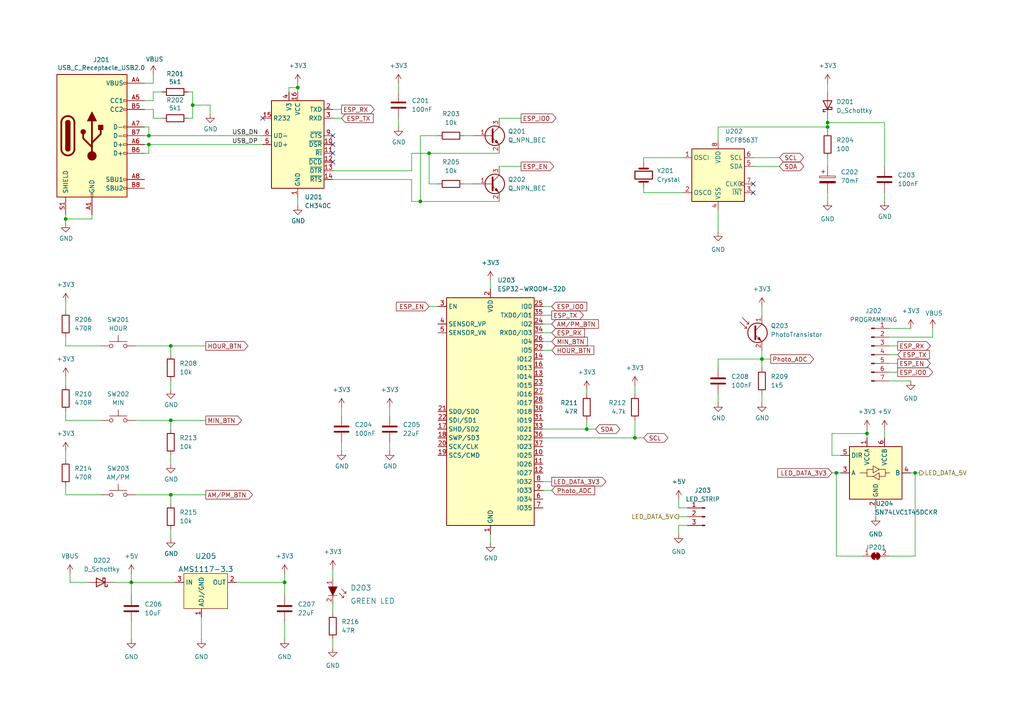
<source format=kicad_sch>
(kicad_sch (version 20211123) (generator eeschema)

  (uuid a5be919a-8866-4ff5-b38e-8258ec8d086d)

  (paper "A4")

  (lib_symbols
    (symbol "Connector:Conn_01x03_Male" (pin_names (offset 1.016) hide) (in_bom yes) (on_board yes)
      (property "Reference" "J" (id 0) (at 0 5.08 0)
        (effects (font (size 1.27 1.27)))
      )
      (property "Value" "Conn_01x03_Male" (id 1) (at 0 -5.08 0)
        (effects (font (size 1.27 1.27)))
      )
      (property "Footprint" "" (id 2) (at 0 0 0)
        (effects (font (size 1.27 1.27)) hide)
      )
      (property "Datasheet" "~" (id 3) (at 0 0 0)
        (effects (font (size 1.27 1.27)) hide)
      )
      (property "ki_keywords" "connector" (id 4) (at 0 0 0)
        (effects (font (size 1.27 1.27)) hide)
      )
      (property "ki_description" "Generic connector, single row, 01x03, script generated (kicad-library-utils/schlib/autogen/connector/)" (id 5) (at 0 0 0)
        (effects (font (size 1.27 1.27)) hide)
      )
      (property "ki_fp_filters" "Connector*:*_1x??_*" (id 6) (at 0 0 0)
        (effects (font (size 1.27 1.27)) hide)
      )
      (symbol "Conn_01x03_Male_1_1"
        (polyline
          (pts
            (xy 1.27 -2.54)
            (xy 0.8636 -2.54)
          )
          (stroke (width 0.1524) (type default) (color 0 0 0 0))
          (fill (type none))
        )
        (polyline
          (pts
            (xy 1.27 0)
            (xy 0.8636 0)
          )
          (stroke (width 0.1524) (type default) (color 0 0 0 0))
          (fill (type none))
        )
        (polyline
          (pts
            (xy 1.27 2.54)
            (xy 0.8636 2.54)
          )
          (stroke (width 0.1524) (type default) (color 0 0 0 0))
          (fill (type none))
        )
        (rectangle (start 0.8636 -2.413) (end 0 -2.667)
          (stroke (width 0.1524) (type default) (color 0 0 0 0))
          (fill (type outline))
        )
        (rectangle (start 0.8636 0.127) (end 0 -0.127)
          (stroke (width 0.1524) (type default) (color 0 0 0 0))
          (fill (type outline))
        )
        (rectangle (start 0.8636 2.667) (end 0 2.413)
          (stroke (width 0.1524) (type default) (color 0 0 0 0))
          (fill (type outline))
        )
        (pin passive line (at 5.08 2.54 180) (length 3.81)
          (name "Pin_1" (effects (font (size 1.27 1.27))))
          (number "1" (effects (font (size 1.27 1.27))))
        )
        (pin passive line (at 5.08 0 180) (length 3.81)
          (name "Pin_2" (effects (font (size 1.27 1.27))))
          (number "2" (effects (font (size 1.27 1.27))))
        )
        (pin passive line (at 5.08 -2.54 180) (length 3.81)
          (name "Pin_3" (effects (font (size 1.27 1.27))))
          (number "3" (effects (font (size 1.27 1.27))))
        )
      )
    )
    (symbol "Connector:Conn_01x07_Male" (pin_names (offset 1.016) hide) (in_bom yes) (on_board yes)
      (property "Reference" "J" (id 0) (at 0 10.16 0)
        (effects (font (size 1.27 1.27)))
      )
      (property "Value" "Conn_01x07_Male" (id 1) (at 0 -10.16 0)
        (effects (font (size 1.27 1.27)))
      )
      (property "Footprint" "" (id 2) (at 0 0 0)
        (effects (font (size 1.27 1.27)) hide)
      )
      (property "Datasheet" "~" (id 3) (at 0 0 0)
        (effects (font (size 1.27 1.27)) hide)
      )
      (property "ki_keywords" "connector" (id 4) (at 0 0 0)
        (effects (font (size 1.27 1.27)) hide)
      )
      (property "ki_description" "Generic connector, single row, 01x07, script generated (kicad-library-utils/schlib/autogen/connector/)" (id 5) (at 0 0 0)
        (effects (font (size 1.27 1.27)) hide)
      )
      (property "ki_fp_filters" "Connector*:*_1x??_*" (id 6) (at 0 0 0)
        (effects (font (size 1.27 1.27)) hide)
      )
      (symbol "Conn_01x07_Male_1_1"
        (polyline
          (pts
            (xy 1.27 -7.62)
            (xy 0.8636 -7.62)
          )
          (stroke (width 0.1524) (type default) (color 0 0 0 0))
          (fill (type none))
        )
        (polyline
          (pts
            (xy 1.27 -5.08)
            (xy 0.8636 -5.08)
          )
          (stroke (width 0.1524) (type default) (color 0 0 0 0))
          (fill (type none))
        )
        (polyline
          (pts
            (xy 1.27 -2.54)
            (xy 0.8636 -2.54)
          )
          (stroke (width 0.1524) (type default) (color 0 0 0 0))
          (fill (type none))
        )
        (polyline
          (pts
            (xy 1.27 0)
            (xy 0.8636 0)
          )
          (stroke (width 0.1524) (type default) (color 0 0 0 0))
          (fill (type none))
        )
        (polyline
          (pts
            (xy 1.27 2.54)
            (xy 0.8636 2.54)
          )
          (stroke (width 0.1524) (type default) (color 0 0 0 0))
          (fill (type none))
        )
        (polyline
          (pts
            (xy 1.27 5.08)
            (xy 0.8636 5.08)
          )
          (stroke (width 0.1524) (type default) (color 0 0 0 0))
          (fill (type none))
        )
        (polyline
          (pts
            (xy 1.27 7.62)
            (xy 0.8636 7.62)
          )
          (stroke (width 0.1524) (type default) (color 0 0 0 0))
          (fill (type none))
        )
        (rectangle (start 0.8636 -7.493) (end 0 -7.747)
          (stroke (width 0.1524) (type default) (color 0 0 0 0))
          (fill (type outline))
        )
        (rectangle (start 0.8636 -4.953) (end 0 -5.207)
          (stroke (width 0.1524) (type default) (color 0 0 0 0))
          (fill (type outline))
        )
        (rectangle (start 0.8636 -2.413) (end 0 -2.667)
          (stroke (width 0.1524) (type default) (color 0 0 0 0))
          (fill (type outline))
        )
        (rectangle (start 0.8636 0.127) (end 0 -0.127)
          (stroke (width 0.1524) (type default) (color 0 0 0 0))
          (fill (type outline))
        )
        (rectangle (start 0.8636 2.667) (end 0 2.413)
          (stroke (width 0.1524) (type default) (color 0 0 0 0))
          (fill (type outline))
        )
        (rectangle (start 0.8636 5.207) (end 0 4.953)
          (stroke (width 0.1524) (type default) (color 0 0 0 0))
          (fill (type outline))
        )
        (rectangle (start 0.8636 7.747) (end 0 7.493)
          (stroke (width 0.1524) (type default) (color 0 0 0 0))
          (fill (type outline))
        )
        (pin passive line (at 5.08 7.62 180) (length 3.81)
          (name "Pin_1" (effects (font (size 1.27 1.27))))
          (number "1" (effects (font (size 1.27 1.27))))
        )
        (pin passive line (at 5.08 5.08 180) (length 3.81)
          (name "Pin_2" (effects (font (size 1.27 1.27))))
          (number "2" (effects (font (size 1.27 1.27))))
        )
        (pin passive line (at 5.08 2.54 180) (length 3.81)
          (name "Pin_3" (effects (font (size 1.27 1.27))))
          (number "3" (effects (font (size 1.27 1.27))))
        )
        (pin passive line (at 5.08 0 180) (length 3.81)
          (name "Pin_4" (effects (font (size 1.27 1.27))))
          (number "4" (effects (font (size 1.27 1.27))))
        )
        (pin passive line (at 5.08 -2.54 180) (length 3.81)
          (name "Pin_5" (effects (font (size 1.27 1.27))))
          (number "5" (effects (font (size 1.27 1.27))))
        )
        (pin passive line (at 5.08 -5.08 180) (length 3.81)
          (name "Pin_6" (effects (font (size 1.27 1.27))))
          (number "6" (effects (font (size 1.27 1.27))))
        )
        (pin passive line (at 5.08 -7.62 180) (length 3.81)
          (name "Pin_7" (effects (font (size 1.27 1.27))))
          (number "7" (effects (font (size 1.27 1.27))))
        )
      )
    )
    (symbol "Connector:USB_C_Receptacle_USB2.0" (pin_names (offset 1.016)) (in_bom yes) (on_board yes)
      (property "Reference" "J" (id 0) (at -10.16 19.05 0)
        (effects (font (size 1.27 1.27)) (justify left))
      )
      (property "Value" "USB_C_Receptacle_USB2.0" (id 1) (at 19.05 19.05 0)
        (effects (font (size 1.27 1.27)) (justify right))
      )
      (property "Footprint" "" (id 2) (at 3.81 0 0)
        (effects (font (size 1.27 1.27)) hide)
      )
      (property "Datasheet" "https://www.usb.org/sites/default/files/documents/usb_type-c.zip" (id 3) (at 3.81 0 0)
        (effects (font (size 1.27 1.27)) hide)
      )
      (property "ki_keywords" "usb universal serial bus type-C USB2.0" (id 4) (at 0 0 0)
        (effects (font (size 1.27 1.27)) hide)
      )
      (property "ki_description" "USB 2.0-only Type-C Receptacle connector" (id 5) (at 0 0 0)
        (effects (font (size 1.27 1.27)) hide)
      )
      (property "ki_fp_filters" "USB*C*Receptacle*" (id 6) (at 0 0 0)
        (effects (font (size 1.27 1.27)) hide)
      )
      (symbol "USB_C_Receptacle_USB2.0_0_0"
        (rectangle (start -0.254 -17.78) (end 0.254 -16.764)
          (stroke (width 0) (type default) (color 0 0 0 0))
          (fill (type none))
        )
        (rectangle (start 10.16 -14.986) (end 9.144 -15.494)
          (stroke (width 0) (type default) (color 0 0 0 0))
          (fill (type none))
        )
        (rectangle (start 10.16 -12.446) (end 9.144 -12.954)
          (stroke (width 0) (type default) (color 0 0 0 0))
          (fill (type none))
        )
        (rectangle (start 10.16 -4.826) (end 9.144 -5.334)
          (stroke (width 0) (type default) (color 0 0 0 0))
          (fill (type none))
        )
        (rectangle (start 10.16 -2.286) (end 9.144 -2.794)
          (stroke (width 0) (type default) (color 0 0 0 0))
          (fill (type none))
        )
        (rectangle (start 10.16 0.254) (end 9.144 -0.254)
          (stroke (width 0) (type default) (color 0 0 0 0))
          (fill (type none))
        )
        (rectangle (start 10.16 2.794) (end 9.144 2.286)
          (stroke (width 0) (type default) (color 0 0 0 0))
          (fill (type none))
        )
        (rectangle (start 10.16 7.874) (end 9.144 7.366)
          (stroke (width 0) (type default) (color 0 0 0 0))
          (fill (type none))
        )
        (rectangle (start 10.16 10.414) (end 9.144 9.906)
          (stroke (width 0) (type default) (color 0 0 0 0))
          (fill (type none))
        )
        (rectangle (start 10.16 15.494) (end 9.144 14.986)
          (stroke (width 0) (type default) (color 0 0 0 0))
          (fill (type none))
        )
      )
      (symbol "USB_C_Receptacle_USB2.0_0_1"
        (rectangle (start -10.16 17.78) (end 10.16 -17.78)
          (stroke (width 0.254) (type default) (color 0 0 0 0))
          (fill (type background))
        )
        (arc (start -8.89 -3.81) (mid -6.985 -5.715) (end -5.08 -3.81)
          (stroke (width 0.508) (type default) (color 0 0 0 0))
          (fill (type none))
        )
        (arc (start -7.62 -3.81) (mid -6.985 -4.445) (end -6.35 -3.81)
          (stroke (width 0.254) (type default) (color 0 0 0 0))
          (fill (type none))
        )
        (arc (start -7.62 -3.81) (mid -6.985 -4.445) (end -6.35 -3.81)
          (stroke (width 0.254) (type default) (color 0 0 0 0))
          (fill (type outline))
        )
        (rectangle (start -7.62 -3.81) (end -6.35 3.81)
          (stroke (width 0.254) (type default) (color 0 0 0 0))
          (fill (type outline))
        )
        (arc (start -6.35 3.81) (mid -6.985 4.445) (end -7.62 3.81)
          (stroke (width 0.254) (type default) (color 0 0 0 0))
          (fill (type none))
        )
        (arc (start -6.35 3.81) (mid -6.985 4.445) (end -7.62 3.81)
          (stroke (width 0.254) (type default) (color 0 0 0 0))
          (fill (type outline))
        )
        (arc (start -5.08 3.81) (mid -6.985 5.715) (end -8.89 3.81)
          (stroke (width 0.508) (type default) (color 0 0 0 0))
          (fill (type none))
        )
        (circle (center -2.54 1.143) (radius 0.635)
          (stroke (width 0.254) (type default) (color 0 0 0 0))
          (fill (type outline))
        )
        (circle (center 0 -5.842) (radius 1.27)
          (stroke (width 0) (type default) (color 0 0 0 0))
          (fill (type outline))
        )
        (polyline
          (pts
            (xy -8.89 -3.81)
            (xy -8.89 3.81)
          )
          (stroke (width 0.508) (type default) (color 0 0 0 0))
          (fill (type none))
        )
        (polyline
          (pts
            (xy -5.08 3.81)
            (xy -5.08 -3.81)
          )
          (stroke (width 0.508) (type default) (color 0 0 0 0))
          (fill (type none))
        )
        (polyline
          (pts
            (xy 0 -5.842)
            (xy 0 4.318)
          )
          (stroke (width 0.508) (type default) (color 0 0 0 0))
          (fill (type none))
        )
        (polyline
          (pts
            (xy 0 -3.302)
            (xy -2.54 -0.762)
            (xy -2.54 0.508)
          )
          (stroke (width 0.508) (type default) (color 0 0 0 0))
          (fill (type none))
        )
        (polyline
          (pts
            (xy 0 -2.032)
            (xy 2.54 0.508)
            (xy 2.54 1.778)
          )
          (stroke (width 0.508) (type default) (color 0 0 0 0))
          (fill (type none))
        )
        (polyline
          (pts
            (xy -1.27 4.318)
            (xy 0 6.858)
            (xy 1.27 4.318)
            (xy -1.27 4.318)
          )
          (stroke (width 0.254) (type default) (color 0 0 0 0))
          (fill (type outline))
        )
        (rectangle (start 1.905 1.778) (end 3.175 3.048)
          (stroke (width 0.254) (type default) (color 0 0 0 0))
          (fill (type outline))
        )
      )
      (symbol "USB_C_Receptacle_USB2.0_1_1"
        (pin passive line (at 0 -22.86 90) (length 5.08)
          (name "GND" (effects (font (size 1.27 1.27))))
          (number "A1" (effects (font (size 1.27 1.27))))
        )
        (pin passive line (at 0 -22.86 90) (length 5.08) hide
          (name "GND" (effects (font (size 1.27 1.27))))
          (number "A12" (effects (font (size 1.27 1.27))))
        )
        (pin passive line (at 15.24 15.24 180) (length 5.08)
          (name "VBUS" (effects (font (size 1.27 1.27))))
          (number "A4" (effects (font (size 1.27 1.27))))
        )
        (pin bidirectional line (at 15.24 10.16 180) (length 5.08)
          (name "CC1" (effects (font (size 1.27 1.27))))
          (number "A5" (effects (font (size 1.27 1.27))))
        )
        (pin bidirectional line (at 15.24 -2.54 180) (length 5.08)
          (name "D+" (effects (font (size 1.27 1.27))))
          (number "A6" (effects (font (size 1.27 1.27))))
        )
        (pin bidirectional line (at 15.24 2.54 180) (length 5.08)
          (name "D-" (effects (font (size 1.27 1.27))))
          (number "A7" (effects (font (size 1.27 1.27))))
        )
        (pin bidirectional line (at 15.24 -12.7 180) (length 5.08)
          (name "SBU1" (effects (font (size 1.27 1.27))))
          (number "A8" (effects (font (size 1.27 1.27))))
        )
        (pin passive line (at 15.24 15.24 180) (length 5.08) hide
          (name "VBUS" (effects (font (size 1.27 1.27))))
          (number "A9" (effects (font (size 1.27 1.27))))
        )
        (pin passive line (at 0 -22.86 90) (length 5.08) hide
          (name "GND" (effects (font (size 1.27 1.27))))
          (number "B1" (effects (font (size 1.27 1.27))))
        )
        (pin passive line (at 0 -22.86 90) (length 5.08) hide
          (name "GND" (effects (font (size 1.27 1.27))))
          (number "B12" (effects (font (size 1.27 1.27))))
        )
        (pin passive line (at 15.24 15.24 180) (length 5.08) hide
          (name "VBUS" (effects (font (size 1.27 1.27))))
          (number "B4" (effects (font (size 1.27 1.27))))
        )
        (pin bidirectional line (at 15.24 7.62 180) (length 5.08)
          (name "CC2" (effects (font (size 1.27 1.27))))
          (number "B5" (effects (font (size 1.27 1.27))))
        )
        (pin bidirectional line (at 15.24 -5.08 180) (length 5.08)
          (name "D+" (effects (font (size 1.27 1.27))))
          (number "B6" (effects (font (size 1.27 1.27))))
        )
        (pin bidirectional line (at 15.24 0 180) (length 5.08)
          (name "D-" (effects (font (size 1.27 1.27))))
          (number "B7" (effects (font (size 1.27 1.27))))
        )
        (pin bidirectional line (at 15.24 -15.24 180) (length 5.08)
          (name "SBU2" (effects (font (size 1.27 1.27))))
          (number "B8" (effects (font (size 1.27 1.27))))
        )
        (pin passive line (at 15.24 15.24 180) (length 5.08) hide
          (name "VBUS" (effects (font (size 1.27 1.27))))
          (number "B9" (effects (font (size 1.27 1.27))))
        )
        (pin passive line (at -7.62 -22.86 90) (length 5.08)
          (name "SHIELD" (effects (font (size 1.27 1.27))))
          (number "S1" (effects (font (size 1.27 1.27))))
        )
      )
    )
    (symbol "Device:C" (pin_numbers hide) (pin_names (offset 0.254)) (in_bom yes) (on_board yes)
      (property "Reference" "C" (id 0) (at 0.635 2.54 0)
        (effects (font (size 1.27 1.27)) (justify left))
      )
      (property "Value" "C" (id 1) (at 0.635 -2.54 0)
        (effects (font (size 1.27 1.27)) (justify left))
      )
      (property "Footprint" "" (id 2) (at 0.9652 -3.81 0)
        (effects (font (size 1.27 1.27)) hide)
      )
      (property "Datasheet" "~" (id 3) (at 0 0 0)
        (effects (font (size 1.27 1.27)) hide)
      )
      (property "ki_keywords" "cap capacitor" (id 4) (at 0 0 0)
        (effects (font (size 1.27 1.27)) hide)
      )
      (property "ki_description" "Unpolarized capacitor" (id 5) (at 0 0 0)
        (effects (font (size 1.27 1.27)) hide)
      )
      (property "ki_fp_filters" "C_*" (id 6) (at 0 0 0)
        (effects (font (size 1.27 1.27)) hide)
      )
      (symbol "C_0_1"
        (polyline
          (pts
            (xy -2.032 -0.762)
            (xy 2.032 -0.762)
          )
          (stroke (width 0.508) (type default) (color 0 0 0 0))
          (fill (type none))
        )
        (polyline
          (pts
            (xy -2.032 0.762)
            (xy 2.032 0.762)
          )
          (stroke (width 0.508) (type default) (color 0 0 0 0))
          (fill (type none))
        )
      )
      (symbol "C_1_1"
        (pin passive line (at 0 3.81 270) (length 2.794)
          (name "~" (effects (font (size 1.27 1.27))))
          (number "1" (effects (font (size 1.27 1.27))))
        )
        (pin passive line (at 0 -3.81 90) (length 2.794)
          (name "~" (effects (font (size 1.27 1.27))))
          (number "2" (effects (font (size 1.27 1.27))))
        )
      )
    )
    (symbol "Device:C_Polarized" (pin_numbers hide) (pin_names (offset 0.254)) (in_bom yes) (on_board yes)
      (property "Reference" "C" (id 0) (at 0.635 2.54 0)
        (effects (font (size 1.27 1.27)) (justify left))
      )
      (property "Value" "C_Polarized" (id 1) (at 0.635 -2.54 0)
        (effects (font (size 1.27 1.27)) (justify left))
      )
      (property "Footprint" "" (id 2) (at 0.9652 -3.81 0)
        (effects (font (size 1.27 1.27)) hide)
      )
      (property "Datasheet" "~" (id 3) (at 0 0 0)
        (effects (font (size 1.27 1.27)) hide)
      )
      (property "ki_keywords" "cap capacitor" (id 4) (at 0 0 0)
        (effects (font (size 1.27 1.27)) hide)
      )
      (property "ki_description" "Polarized capacitor" (id 5) (at 0 0 0)
        (effects (font (size 1.27 1.27)) hide)
      )
      (property "ki_fp_filters" "CP_*" (id 6) (at 0 0 0)
        (effects (font (size 1.27 1.27)) hide)
      )
      (symbol "C_Polarized_0_1"
        (rectangle (start -2.286 0.508) (end 2.286 1.016)
          (stroke (width 0) (type default) (color 0 0 0 0))
          (fill (type none))
        )
        (polyline
          (pts
            (xy -1.778 2.286)
            (xy -0.762 2.286)
          )
          (stroke (width 0) (type default) (color 0 0 0 0))
          (fill (type none))
        )
        (polyline
          (pts
            (xy -1.27 2.794)
            (xy -1.27 1.778)
          )
          (stroke (width 0) (type default) (color 0 0 0 0))
          (fill (type none))
        )
        (rectangle (start 2.286 -0.508) (end -2.286 -1.016)
          (stroke (width 0) (type default) (color 0 0 0 0))
          (fill (type outline))
        )
      )
      (symbol "C_Polarized_1_1"
        (pin passive line (at 0 3.81 270) (length 2.794)
          (name "~" (effects (font (size 1.27 1.27))))
          (number "1" (effects (font (size 1.27 1.27))))
        )
        (pin passive line (at 0 -3.81 90) (length 2.794)
          (name "~" (effects (font (size 1.27 1.27))))
          (number "2" (effects (font (size 1.27 1.27))))
        )
      )
    )
    (symbol "Device:Crystal" (pin_numbers hide) (pin_names (offset 1.016) hide) (in_bom yes) (on_board yes)
      (property "Reference" "Y" (id 0) (at 0 3.81 0)
        (effects (font (size 1.27 1.27)))
      )
      (property "Value" "Crystal" (id 1) (at 0 -3.81 0)
        (effects (font (size 1.27 1.27)))
      )
      (property "Footprint" "" (id 2) (at 0 0 0)
        (effects (font (size 1.27 1.27)) hide)
      )
      (property "Datasheet" "~" (id 3) (at 0 0 0)
        (effects (font (size 1.27 1.27)) hide)
      )
      (property "ki_keywords" "quartz ceramic resonator oscillator" (id 4) (at 0 0 0)
        (effects (font (size 1.27 1.27)) hide)
      )
      (property "ki_description" "Two pin crystal" (id 5) (at 0 0 0)
        (effects (font (size 1.27 1.27)) hide)
      )
      (property "ki_fp_filters" "Crystal*" (id 6) (at 0 0 0)
        (effects (font (size 1.27 1.27)) hide)
      )
      (symbol "Crystal_0_1"
        (rectangle (start -1.143 2.54) (end 1.143 -2.54)
          (stroke (width 0.3048) (type default) (color 0 0 0 0))
          (fill (type none))
        )
        (polyline
          (pts
            (xy -2.54 0)
            (xy -1.905 0)
          )
          (stroke (width 0) (type default) (color 0 0 0 0))
          (fill (type none))
        )
        (polyline
          (pts
            (xy -1.905 -1.27)
            (xy -1.905 1.27)
          )
          (stroke (width 0.508) (type default) (color 0 0 0 0))
          (fill (type none))
        )
        (polyline
          (pts
            (xy 1.905 -1.27)
            (xy 1.905 1.27)
          )
          (stroke (width 0.508) (type default) (color 0 0 0 0))
          (fill (type none))
        )
        (polyline
          (pts
            (xy 2.54 0)
            (xy 1.905 0)
          )
          (stroke (width 0) (type default) (color 0 0 0 0))
          (fill (type none))
        )
      )
      (symbol "Crystal_1_1"
        (pin passive line (at -3.81 0 0) (length 1.27)
          (name "1" (effects (font (size 1.27 1.27))))
          (number "1" (effects (font (size 1.27 1.27))))
        )
        (pin passive line (at 3.81 0 180) (length 1.27)
          (name "2" (effects (font (size 1.27 1.27))))
          (number "2" (effects (font (size 1.27 1.27))))
        )
      )
    )
    (symbol "Device:D_Schottky" (pin_numbers hide) (pin_names (offset 1.016) hide) (in_bom yes) (on_board yes)
      (property "Reference" "D" (id 0) (at 0 2.54 0)
        (effects (font (size 1.27 1.27)))
      )
      (property "Value" "D_Schottky" (id 1) (at 0 -2.54 0)
        (effects (font (size 1.27 1.27)))
      )
      (property "Footprint" "" (id 2) (at 0 0 0)
        (effects (font (size 1.27 1.27)) hide)
      )
      (property "Datasheet" "~" (id 3) (at 0 0 0)
        (effects (font (size 1.27 1.27)) hide)
      )
      (property "ki_keywords" "diode Schottky" (id 4) (at 0 0 0)
        (effects (font (size 1.27 1.27)) hide)
      )
      (property "ki_description" "Schottky diode" (id 5) (at 0 0 0)
        (effects (font (size 1.27 1.27)) hide)
      )
      (property "ki_fp_filters" "TO-???* *_Diode_* *SingleDiode* D_*" (id 6) (at 0 0 0)
        (effects (font (size 1.27 1.27)) hide)
      )
      (symbol "D_Schottky_0_1"
        (polyline
          (pts
            (xy 1.27 0)
            (xy -1.27 0)
          )
          (stroke (width 0) (type default) (color 0 0 0 0))
          (fill (type none))
        )
        (polyline
          (pts
            (xy 1.27 1.27)
            (xy 1.27 -1.27)
            (xy -1.27 0)
            (xy 1.27 1.27)
          )
          (stroke (width 0.254) (type default) (color 0 0 0 0))
          (fill (type none))
        )
        (polyline
          (pts
            (xy -1.905 0.635)
            (xy -1.905 1.27)
            (xy -1.27 1.27)
            (xy -1.27 -1.27)
            (xy -0.635 -1.27)
            (xy -0.635 -0.635)
          )
          (stroke (width 0.254) (type default) (color 0 0 0 0))
          (fill (type none))
        )
      )
      (symbol "D_Schottky_1_1"
        (pin passive line (at -3.81 0 0) (length 2.54)
          (name "K" (effects (font (size 1.27 1.27))))
          (number "1" (effects (font (size 1.27 1.27))))
        )
        (pin passive line (at 3.81 0 180) (length 2.54)
          (name "A" (effects (font (size 1.27 1.27))))
          (number "2" (effects (font (size 1.27 1.27))))
        )
      )
    )
    (symbol "Device:Q_NPN_BEC" (pin_names (offset 0) hide) (in_bom yes) (on_board yes)
      (property "Reference" "Q" (id 0) (at 5.08 1.27 0)
        (effects (font (size 1.27 1.27)) (justify left))
      )
      (property "Value" "Q_NPN_BEC" (id 1) (at 5.08 -1.27 0)
        (effects (font (size 1.27 1.27)) (justify left))
      )
      (property "Footprint" "" (id 2) (at 5.08 2.54 0)
        (effects (font (size 1.27 1.27)) hide)
      )
      (property "Datasheet" "~" (id 3) (at 0 0 0)
        (effects (font (size 1.27 1.27)) hide)
      )
      (property "ki_keywords" "transistor NPN" (id 4) (at 0 0 0)
        (effects (font (size 1.27 1.27)) hide)
      )
      (property "ki_description" "NPN transistor, base/emitter/collector" (id 5) (at 0 0 0)
        (effects (font (size 1.27 1.27)) hide)
      )
      (symbol "Q_NPN_BEC_0_1"
        (polyline
          (pts
            (xy 0.635 0.635)
            (xy 2.54 2.54)
          )
          (stroke (width 0) (type default) (color 0 0 0 0))
          (fill (type none))
        )
        (polyline
          (pts
            (xy 0.635 -0.635)
            (xy 2.54 -2.54)
            (xy 2.54 -2.54)
          )
          (stroke (width 0) (type default) (color 0 0 0 0))
          (fill (type none))
        )
        (polyline
          (pts
            (xy 0.635 1.905)
            (xy 0.635 -1.905)
            (xy 0.635 -1.905)
          )
          (stroke (width 0.508) (type default) (color 0 0 0 0))
          (fill (type none))
        )
        (polyline
          (pts
            (xy 1.27 -1.778)
            (xy 1.778 -1.27)
            (xy 2.286 -2.286)
            (xy 1.27 -1.778)
            (xy 1.27 -1.778)
          )
          (stroke (width 0) (type default) (color 0 0 0 0))
          (fill (type outline))
        )
        (circle (center 1.27 0) (radius 2.8194)
          (stroke (width 0.254) (type default) (color 0 0 0 0))
          (fill (type none))
        )
      )
      (symbol "Q_NPN_BEC_1_1"
        (pin input line (at -5.08 0 0) (length 5.715)
          (name "B" (effects (font (size 1.27 1.27))))
          (number "1" (effects (font (size 1.27 1.27))))
        )
        (pin passive line (at 2.54 -5.08 90) (length 2.54)
          (name "E" (effects (font (size 1.27 1.27))))
          (number "2" (effects (font (size 1.27 1.27))))
        )
        (pin passive line (at 2.54 5.08 270) (length 2.54)
          (name "C" (effects (font (size 1.27 1.27))))
          (number "3" (effects (font (size 1.27 1.27))))
        )
      )
    )
    (symbol "Device:Q_Photo_NPN" (pin_names (offset 0) hide) (in_bom yes) (on_board yes)
      (property "Reference" "Q" (id 0) (at 5.08 1.27 0)
        (effects (font (size 1.27 1.27)) (justify left))
      )
      (property "Value" "Q_Photo_NPN" (id 1) (at 5.08 -1.27 0)
        (effects (font (size 1.27 1.27)) (justify left))
      )
      (property "Footprint" "" (id 2) (at 5.08 2.54 0)
        (effects (font (size 1.27 1.27)) hide)
      )
      (property "Datasheet" "~" (id 3) (at 0 0 0)
        (effects (font (size 1.27 1.27)) hide)
      )
      (property "ki_keywords" "phototransistor NPN" (id 4) (at 0 0 0)
        (effects (font (size 1.27 1.27)) hide)
      )
      (property "ki_description" "NPN phototransistor, collector/emitter" (id 5) (at 0 0 0)
        (effects (font (size 1.27 1.27)) hide)
      )
      (symbol "Q_Photo_NPN_0_1"
        (polyline
          (pts
            (xy -1.905 1.27)
            (xy -2.54 1.27)
          )
          (stroke (width 0) (type default) (color 0 0 0 0))
          (fill (type none))
        )
        (polyline
          (pts
            (xy -1.27 2.54)
            (xy -1.905 2.54)
          )
          (stroke (width 0) (type default) (color 0 0 0 0))
          (fill (type none))
        )
        (polyline
          (pts
            (xy 0.635 0.635)
            (xy 2.54 2.54)
          )
          (stroke (width 0) (type default) (color 0 0 0 0))
          (fill (type none))
        )
        (polyline
          (pts
            (xy -3.81 3.175)
            (xy -1.905 1.27)
            (xy -1.905 1.905)
          )
          (stroke (width 0) (type default) (color 0 0 0 0))
          (fill (type none))
        )
        (polyline
          (pts
            (xy -3.175 4.445)
            (xy -1.27 2.54)
            (xy -1.27 3.175)
          )
          (stroke (width 0) (type default) (color 0 0 0 0))
          (fill (type none))
        )
        (polyline
          (pts
            (xy 0.635 -0.635)
            (xy 2.54 -2.54)
            (xy 2.54 -2.54)
          )
          (stroke (width 0) (type default) (color 0 0 0 0))
          (fill (type none))
        )
        (polyline
          (pts
            (xy 0.635 1.905)
            (xy 0.635 -1.905)
            (xy 0.635 -1.905)
          )
          (stroke (width 0.508) (type default) (color 0 0 0 0))
          (fill (type none))
        )
        (polyline
          (pts
            (xy 1.27 -1.778)
            (xy 1.778 -1.27)
            (xy 2.286 -2.286)
            (xy 1.27 -1.778)
            (xy 1.27 -1.778)
          )
          (stroke (width 0) (type default) (color 0 0 0 0))
          (fill (type outline))
        )
        (circle (center 1.27 0) (radius 2.8194)
          (stroke (width 0.254) (type default) (color 0 0 0 0))
          (fill (type none))
        )
      )
      (symbol "Q_Photo_NPN_1_1"
        (pin passive line (at 2.54 5.08 270) (length 2.54)
          (name "C" (effects (font (size 1.27 1.27))))
          (number "1" (effects (font (size 1.27 1.27))))
        )
        (pin passive line (at 2.54 -5.08 90) (length 2.54)
          (name "E" (effects (font (size 1.27 1.27))))
          (number "2" (effects (font (size 1.27 1.27))))
        )
      )
    )
    (symbol "Device:R" (pin_numbers hide) (pin_names (offset 0)) (in_bom yes) (on_board yes)
      (property "Reference" "R" (id 0) (at 2.032 0 90)
        (effects (font (size 1.27 1.27)))
      )
      (property "Value" "R" (id 1) (at 0 0 90)
        (effects (font (size 1.27 1.27)))
      )
      (property "Footprint" "" (id 2) (at -1.778 0 90)
        (effects (font (size 1.27 1.27)) hide)
      )
      (property "Datasheet" "~" (id 3) (at 0 0 0)
        (effects (font (size 1.27 1.27)) hide)
      )
      (property "ki_keywords" "R res resistor" (id 4) (at 0 0 0)
        (effects (font (size 1.27 1.27)) hide)
      )
      (property "ki_description" "Resistor" (id 5) (at 0 0 0)
        (effects (font (size 1.27 1.27)) hide)
      )
      (property "ki_fp_filters" "R_*" (id 6) (at 0 0 0)
        (effects (font (size 1.27 1.27)) hide)
      )
      (symbol "R_0_1"
        (rectangle (start -1.016 -2.54) (end 1.016 2.54)
          (stroke (width 0.254) (type default) (color 0 0 0 0))
          (fill (type none))
        )
      )
      (symbol "R_1_1"
        (pin passive line (at 0 3.81 270) (length 1.27)
          (name "~" (effects (font (size 1.27 1.27))))
          (number "1" (effects (font (size 1.27 1.27))))
        )
        (pin passive line (at 0 -3.81 90) (length 1.27)
          (name "~" (effects (font (size 1.27 1.27))))
          (number "2" (effects (font (size 1.27 1.27))))
        )
      )
    )
    (symbol "Interface_USB:CH340C" (in_bom yes) (on_board yes)
      (property "Reference" "U205" (id 0) (at 2.0194 -15.24 0)
        (effects (font (size 1.27 1.27)) (justify left))
      )
      (property "Value" "CH340C" (id 1) (at 2.0194 -17.78 0)
        (effects (font (size 1.27 1.27)) (justify left))
      )
      (property "Footprint" "Package_SO:SOIC-16_3.9x9.9mm_P1.27mm" (id 2) (at 1.27 -13.97 0)
        (effects (font (size 1.27 1.27)) (justify left) hide)
      )
      (property "Datasheet" "https://datasheet.lcsc.com/szlcsc/Jiangsu-Qin-Heng-CH340C_C84681.pdf" (id 3) (at -8.89 20.32 0)
        (effects (font (size 1.27 1.27)) hide)
      )
      (property "ki_keywords" "USB UART Serial Converter Interface" (id 4) (at 0 0 0)
        (effects (font (size 1.27 1.27)) hide)
      )
      (property "ki_description" "USB serial converter, UART, SOIC-16" (id 5) (at 0 0 0)
        (effects (font (size 1.27 1.27)) hide)
      )
      (property "ki_fp_filters" "SOIC*3.9x9.9mm*P1.27mm*" (id 6) (at 0 0 0)
        (effects (font (size 1.27 1.27)) hide)
      )
      (symbol "CH340C_0_1"
        (rectangle (start -7.62 12.7) (end 7.62 -12.7)
          (stroke (width 0.254) (type default) (color 0 0 0 0))
          (fill (type background))
        )
      )
      (symbol "CH340C_1_1"
        (pin power_in line (at 0 -15.24 90) (length 2.54)
          (name "GND" (effects (font (size 1.27 1.27))))
          (number "1" (effects (font (size 1.27 1.27))))
        )
        (pin input line (at 10.16 0 180) (length 2.54)
          (name "~{DSR}" (effects (font (size 1.27 1.27))))
          (number "10" (effects (font (size 1.27 1.27))))
        )
        (pin input line (at 10.16 -2.54 180) (length 2.54)
          (name "~{RI}" (effects (font (size 1.27 1.27))))
          (number "11" (effects (font (size 1.27 1.27))))
        )
        (pin input line (at 10.16 -5.08 180) (length 2.54)
          (name "~{DCD}" (effects (font (size 1.27 1.27))))
          (number "12" (effects (font (size 1.27 1.27))))
        )
        (pin output line (at 10.16 -7.62 180) (length 2.54)
          (name "~{DTR}" (effects (font (size 1.27 1.27))))
          (number "13" (effects (font (size 1.27 1.27))))
        )
        (pin output line (at 10.16 -10.16 180) (length 2.54)
          (name "~{RTS}" (effects (font (size 1.27 1.27))))
          (number "14" (effects (font (size 1.27 1.27))))
        )
        (pin input line (at -10.16 7.62 0) (length 2.54)
          (name "R232" (effects (font (size 1.27 1.27))))
          (number "15" (effects (font (size 1.27 1.27))))
        )
        (pin power_in line (at 0 15.24 270) (length 2.54)
          (name "VCC" (effects (font (size 1.27 1.27))))
          (number "16" (effects (font (size 1.27 1.27))))
        )
        (pin output line (at 10.16 10.16 180) (length 2.54)
          (name "TXD" (effects (font (size 1.27 1.27))))
          (number "2" (effects (font (size 1.27 1.27))))
        )
        (pin input line (at 10.16 7.62 180) (length 2.54)
          (name "RXD" (effects (font (size 1.27 1.27))))
          (number "3" (effects (font (size 1.27 1.27))))
        )
        (pin passive line (at -2.54 15.24 270) (length 2.54)
          (name "V3" (effects (font (size 1.27 1.27))))
          (number "4" (effects (font (size 1.27 1.27))))
        )
        (pin bidirectional line (at -10.16 0 0) (length 2.54)
          (name "UD+" (effects (font (size 1.27 1.27))))
          (number "5" (effects (font (size 1.27 1.27))))
        )
        (pin bidirectional line (at -10.16 2.54 0) (length 2.54)
          (name "UD-" (effects (font (size 1.27 1.27))))
          (number "6" (effects (font (size 1.27 1.27))))
        )
        (pin no_connect line (at -7.62 -7.62 0) (length 2.54) hide
          (name "NC" (effects (font (size 1.27 1.27))))
          (number "7" (effects (font (size 1.27 1.27))))
        )
        (pin no_connect line (at -7.62 -10.16 0) (length 2.54) hide
          (name "NC" (effects (font (size 1.27 1.27))))
          (number "8" (effects (font (size 1.27 1.27))))
        )
        (pin input line (at 10.16 2.54 180) (length 2.54)
          (name "~{CTS}" (effects (font (size 1.27 1.27))))
          (number "9" (effects (font (size 1.27 1.27))))
        )
      )
    )
    (symbol "Jumper:SolderJumper_2_Bridged" (pin_names (offset 0) hide) (in_bom yes) (on_board yes)
      (property "Reference" "JP" (id 0) (at 0 2.032 0)
        (effects (font (size 1.27 1.27)))
      )
      (property "Value" "SolderJumper_2_Bridged" (id 1) (at 0 -2.54 0)
        (effects (font (size 1.27 1.27)))
      )
      (property "Footprint" "" (id 2) (at 0 0 0)
        (effects (font (size 1.27 1.27)) hide)
      )
      (property "Datasheet" "~" (id 3) (at 0 0 0)
        (effects (font (size 1.27 1.27)) hide)
      )
      (property "ki_keywords" "solder jumper SPST" (id 4) (at 0 0 0)
        (effects (font (size 1.27 1.27)) hide)
      )
      (property "ki_description" "Solder Jumper, 2-pole, closed/bridged" (id 5) (at 0 0 0)
        (effects (font (size 1.27 1.27)) hide)
      )
      (property "ki_fp_filters" "SolderJumper*Bridged*" (id 6) (at 0 0 0)
        (effects (font (size 1.27 1.27)) hide)
      )
      (symbol "SolderJumper_2_Bridged_0_1"
        (rectangle (start -0.508 0.508) (end 0.508 -0.508)
          (stroke (width 0) (type default) (color 0 0 0 0))
          (fill (type outline))
        )
        (arc (start -0.254 1.016) (mid -1.27 0) (end -0.254 -1.016)
          (stroke (width 0) (type default) (color 0 0 0 0))
          (fill (type none))
        )
        (arc (start -0.254 1.016) (mid -1.27 0) (end -0.254 -1.016)
          (stroke (width 0) (type default) (color 0 0 0 0))
          (fill (type outline))
        )
        (polyline
          (pts
            (xy -0.254 1.016)
            (xy -0.254 -1.016)
          )
          (stroke (width 0) (type default) (color 0 0 0 0))
          (fill (type none))
        )
        (polyline
          (pts
            (xy 0.254 1.016)
            (xy 0.254 -1.016)
          )
          (stroke (width 0) (type default) (color 0 0 0 0))
          (fill (type none))
        )
        (arc (start 0.254 -1.016) (mid 1.27 0) (end 0.254 1.016)
          (stroke (width 0) (type default) (color 0 0 0 0))
          (fill (type none))
        )
        (arc (start 0.254 -1.016) (mid 1.27 0) (end 0.254 1.016)
          (stroke (width 0) (type default) (color 0 0 0 0))
          (fill (type outline))
        )
      )
      (symbol "SolderJumper_2_Bridged_1_1"
        (pin passive line (at -3.81 0 0) (length 2.54)
          (name "A" (effects (font (size 1.27 1.27))))
          (number "1" (effects (font (size 1.27 1.27))))
        )
        (pin passive line (at 3.81 0 180) (length 2.54)
          (name "B" (effects (font (size 1.27 1.27))))
          (number "2" (effects (font (size 1.27 1.27))))
        )
      )
    )
    (symbol "Logic_LevelTranslator:SN74LVC1T45DRL" (in_bom yes) (on_board yes)
      (property "Reference" "U?" (id 0) (at 17.78 4.3307 0)
        (effects (font (size 1.27 1.27)))
      )
      (property "Value" "SN74LVC1T45DRL" (id 1) (at 17.78 1.7907 0)
        (effects (font (size 1.27 1.27)))
      )
      (property "Footprint" "Package_TO_SOT_SMD:SOT-563" (id 2) (at 0 -11.43 0)
        (effects (font (size 1.27 1.27)) hide)
      )
      (property "Datasheet" "http://www.ti.com/lit/ds/symlink/sn74lvc1t45.pdf" (id 3) (at -22.86 -16.51 0)
        (effects (font (size 1.27 1.27)) hide)
      )
      (property "ki_keywords" "Level-Shifter CMOS-TTL-Translation" (id 4) (at 0 0 0)
        (effects (font (size 1.27 1.27)) hide)
      )
      (property "ki_description" "Single-Bit Dual-Supply Bus Transceiver With Configurable Voltage Translation and 3-State Outputs, SOT-563" (id 5) (at 0 0 0)
        (effects (font (size 1.27 1.27)) hide)
      )
      (property "ki_fp_filters" "*SOT?563*" (id 6) (at 0 0 0)
        (effects (font (size 1.27 1.27)) hide)
      )
      (symbol "SN74LVC1T45DRL_0_1"
        (rectangle (start -7.62 7.62) (end 7.62 -7.62)
          (stroke (width 0.254) (type default) (color 0 0 0 0))
          (fill (type background))
        )
        (polyline
          (pts
            (xy -2.54 0)
            (xy -2.54 1.016)
            (xy -0.762 1.016)
          )
          (stroke (width 0) (type default) (color 0 0 0 0))
          (fill (type none))
        )
        (polyline
          (pts
            (xy 2.794 0)
            (xy 2.794 -1.016)
            (xy 1.016 -1.016)
          )
          (stroke (width 0) (type default) (color 0 0 0 0))
          (fill (type none))
        )
        (polyline
          (pts
            (xy -0.762 -1.016)
            (xy -2.54 -1.016)
            (xy -2.54 0)
            (xy -4.572 0)
          )
          (stroke (width 0) (type default) (color 0 0 0 0))
          (fill (type none))
        )
        (polyline
          (pts
            (xy -0.762 0)
            (xy -0.762 2.032)
            (xy 1.016 1.016)
            (xy -0.762 0)
          )
          (stroke (width 0) (type default) (color 0 0 0 0))
          (fill (type none))
        )
        (polyline
          (pts
            (xy 1.016 1.016)
            (xy 2.794 1.016)
            (xy 2.794 0)
            (xy 4.064 0)
          )
          (stroke (width 0) (type default) (color 0 0 0 0))
          (fill (type none))
        )
        (polyline
          (pts
            (xy 1.016 0)
            (xy 1.016 -1.778)
            (xy 1.016 -2.032)
            (xy -0.762 -1.016)
            (xy 1.016 0)
          )
          (stroke (width 0) (type default) (color 0 0 0 0))
          (fill (type none))
        )
      )
      (symbol "SN74LVC1T45DRL_1_1"
        (pin power_in line (at -2.54 10.16 270) (length 2.54)
          (name "VCCA" (effects (font (size 1.27 1.27))))
          (number "1" (effects (font (size 1.27 1.27))))
        )
        (pin power_in line (at 0 -10.16 90) (length 2.54)
          (name "GND" (effects (font (size 1.27 1.27))))
          (number "2" (effects (font (size 1.27 1.27))))
        )
        (pin bidirectional line (at -10.16 0 0) (length 2.54)
          (name "A" (effects (font (size 1.27 1.27))))
          (number "3" (effects (font (size 1.27 1.27))))
        )
        (pin bidirectional line (at 10.16 0 180) (length 2.54)
          (name "B" (effects (font (size 1.27 1.27))))
          (number "4" (effects (font (size 1.27 1.27))))
        )
        (pin input line (at -10.16 5.08 0) (length 2.54)
          (name "DIR" (effects (font (size 1.27 1.27))))
          (number "5" (effects (font (size 1.27 1.27))))
        )
        (pin power_in line (at 2.54 10.16 270) (length 2.54)
          (name "VCCB" (effects (font (size 1.27 1.27))))
          (number "6" (effects (font (size 1.27 1.27))))
        )
      )
    )
    (symbol "RF_Module:ESP32-WROOM-32D" (in_bom yes) (on_board yes)
      (property "Reference" "U" (id 0) (at -12.7 34.29 0)
        (effects (font (size 1.27 1.27)) (justify left))
      )
      (property "Value" "ESP32-WROOM-32D" (id 1) (at 1.27 34.29 0)
        (effects (font (size 1.27 1.27)) (justify left))
      )
      (property "Footprint" "RF_Module:ESP32-WROOM-32" (id 2) (at 0 -38.1 0)
        (effects (font (size 1.27 1.27)) hide)
      )
      (property "Datasheet" "https://www.espressif.com/sites/default/files/documentation/esp32-wroom-32d_esp32-wroom-32u_datasheet_en.pdf" (id 3) (at -7.62 1.27 0)
        (effects (font (size 1.27 1.27)) hide)
      )
      (property "ki_keywords" "RF Radio BT ESP ESP32 Espressif onboard PCB antenna" (id 4) (at 0 0 0)
        (effects (font (size 1.27 1.27)) hide)
      )
      (property "ki_description" "RF Module, ESP32-D0WD SoC, Wi-Fi 802.11b/g/n, Bluetooth, BLE, 32-bit, 2.7-3.6V, onboard antenna, SMD" (id 5) (at 0 0 0)
        (effects (font (size 1.27 1.27)) hide)
      )
      (property "ki_fp_filters" "ESP32?WROOM?32*" (id 6) (at 0 0 0)
        (effects (font (size 1.27 1.27)) hide)
      )
      (symbol "ESP32-WROOM-32D_0_1"
        (rectangle (start -12.7 33.02) (end 12.7 -33.02)
          (stroke (width 0.254) (type default) (color 0 0 0 0))
          (fill (type background))
        )
      )
      (symbol "ESP32-WROOM-32D_1_1"
        (pin power_in line (at 0 -35.56 90) (length 2.54)
          (name "GND" (effects (font (size 1.27 1.27))))
          (number "1" (effects (font (size 1.27 1.27))))
        )
        (pin bidirectional line (at 15.24 -12.7 180) (length 2.54)
          (name "IO25" (effects (font (size 1.27 1.27))))
          (number "10" (effects (font (size 1.27 1.27))))
        )
        (pin bidirectional line (at 15.24 -15.24 180) (length 2.54)
          (name "IO26" (effects (font (size 1.27 1.27))))
          (number "11" (effects (font (size 1.27 1.27))))
        )
        (pin bidirectional line (at 15.24 -17.78 180) (length 2.54)
          (name "IO27" (effects (font (size 1.27 1.27))))
          (number "12" (effects (font (size 1.27 1.27))))
        )
        (pin bidirectional line (at 15.24 10.16 180) (length 2.54)
          (name "IO14" (effects (font (size 1.27 1.27))))
          (number "13" (effects (font (size 1.27 1.27))))
        )
        (pin bidirectional line (at 15.24 15.24 180) (length 2.54)
          (name "IO12" (effects (font (size 1.27 1.27))))
          (number "14" (effects (font (size 1.27 1.27))))
        )
        (pin passive line (at 0 -35.56 90) (length 2.54) hide
          (name "GND" (effects (font (size 1.27 1.27))))
          (number "15" (effects (font (size 1.27 1.27))))
        )
        (pin bidirectional line (at 15.24 12.7 180) (length 2.54)
          (name "IO13" (effects (font (size 1.27 1.27))))
          (number "16" (effects (font (size 1.27 1.27))))
        )
        (pin bidirectional line (at -15.24 -5.08 0) (length 2.54)
          (name "SHD/SD2" (effects (font (size 1.27 1.27))))
          (number "17" (effects (font (size 1.27 1.27))))
        )
        (pin bidirectional line (at -15.24 -7.62 0) (length 2.54)
          (name "SWP/SD3" (effects (font (size 1.27 1.27))))
          (number "18" (effects (font (size 1.27 1.27))))
        )
        (pin bidirectional line (at -15.24 -12.7 0) (length 2.54)
          (name "SCS/CMD" (effects (font (size 1.27 1.27))))
          (number "19" (effects (font (size 1.27 1.27))))
        )
        (pin power_in line (at 0 35.56 270) (length 2.54)
          (name "VDD" (effects (font (size 1.27 1.27))))
          (number "2" (effects (font (size 1.27 1.27))))
        )
        (pin bidirectional line (at -15.24 -10.16 0) (length 2.54)
          (name "SCK/CLK" (effects (font (size 1.27 1.27))))
          (number "20" (effects (font (size 1.27 1.27))))
        )
        (pin bidirectional line (at -15.24 0 0) (length 2.54)
          (name "SDO/SD0" (effects (font (size 1.27 1.27))))
          (number "21" (effects (font (size 1.27 1.27))))
        )
        (pin bidirectional line (at -15.24 -2.54 0) (length 2.54)
          (name "SDI/SD1" (effects (font (size 1.27 1.27))))
          (number "22" (effects (font (size 1.27 1.27))))
        )
        (pin bidirectional line (at 15.24 7.62 180) (length 2.54)
          (name "IO15" (effects (font (size 1.27 1.27))))
          (number "23" (effects (font (size 1.27 1.27))))
        )
        (pin bidirectional line (at 15.24 25.4 180) (length 2.54)
          (name "IO2" (effects (font (size 1.27 1.27))))
          (number "24" (effects (font (size 1.27 1.27))))
        )
        (pin bidirectional line (at 15.24 30.48 180) (length 2.54)
          (name "IO0" (effects (font (size 1.27 1.27))))
          (number "25" (effects (font (size 1.27 1.27))))
        )
        (pin bidirectional line (at 15.24 20.32 180) (length 2.54)
          (name "IO4" (effects (font (size 1.27 1.27))))
          (number "26" (effects (font (size 1.27 1.27))))
        )
        (pin bidirectional line (at 15.24 5.08 180) (length 2.54)
          (name "IO16" (effects (font (size 1.27 1.27))))
          (number "27" (effects (font (size 1.27 1.27))))
        )
        (pin bidirectional line (at 15.24 2.54 180) (length 2.54)
          (name "IO17" (effects (font (size 1.27 1.27))))
          (number "28" (effects (font (size 1.27 1.27))))
        )
        (pin bidirectional line (at 15.24 17.78 180) (length 2.54)
          (name "IO5" (effects (font (size 1.27 1.27))))
          (number "29" (effects (font (size 1.27 1.27))))
        )
        (pin input line (at -15.24 30.48 0) (length 2.54)
          (name "EN" (effects (font (size 1.27 1.27))))
          (number "3" (effects (font (size 1.27 1.27))))
        )
        (pin bidirectional line (at 15.24 0 180) (length 2.54)
          (name "IO18" (effects (font (size 1.27 1.27))))
          (number "30" (effects (font (size 1.27 1.27))))
        )
        (pin bidirectional line (at 15.24 -2.54 180) (length 2.54)
          (name "IO19" (effects (font (size 1.27 1.27))))
          (number "31" (effects (font (size 1.27 1.27))))
        )
        (pin no_connect line (at -12.7 -27.94 0) (length 2.54) hide
          (name "NC" (effects (font (size 1.27 1.27))))
          (number "32" (effects (font (size 1.27 1.27))))
        )
        (pin bidirectional line (at 15.24 -5.08 180) (length 2.54)
          (name "IO21" (effects (font (size 1.27 1.27))))
          (number "33" (effects (font (size 1.27 1.27))))
        )
        (pin bidirectional line (at 15.24 22.86 180) (length 2.54)
          (name "RXD0/IO3" (effects (font (size 1.27 1.27))))
          (number "34" (effects (font (size 1.27 1.27))))
        )
        (pin bidirectional line (at 15.24 27.94 180) (length 2.54)
          (name "TXD0/IO1" (effects (font (size 1.27 1.27))))
          (number "35" (effects (font (size 1.27 1.27))))
        )
        (pin bidirectional line (at 15.24 -7.62 180) (length 2.54)
          (name "IO22" (effects (font (size 1.27 1.27))))
          (number "36" (effects (font (size 1.27 1.27))))
        )
        (pin bidirectional line (at 15.24 -10.16 180) (length 2.54)
          (name "IO23" (effects (font (size 1.27 1.27))))
          (number "37" (effects (font (size 1.27 1.27))))
        )
        (pin passive line (at 0 -35.56 90) (length 2.54) hide
          (name "GND" (effects (font (size 1.27 1.27))))
          (number "38" (effects (font (size 1.27 1.27))))
        )
        (pin passive line (at 0 -35.56 90) (length 2.54) hide
          (name "GND" (effects (font (size 1.27 1.27))))
          (number "39" (effects (font (size 1.27 1.27))))
        )
        (pin input line (at -15.24 25.4 0) (length 2.54)
          (name "SENSOR_VP" (effects (font (size 1.27 1.27))))
          (number "4" (effects (font (size 1.27 1.27))))
        )
        (pin input line (at -15.24 22.86 0) (length 2.54)
          (name "SENSOR_VN" (effects (font (size 1.27 1.27))))
          (number "5" (effects (font (size 1.27 1.27))))
        )
        (pin input line (at 15.24 -25.4 180) (length 2.54)
          (name "IO34" (effects (font (size 1.27 1.27))))
          (number "6" (effects (font (size 1.27 1.27))))
        )
        (pin input line (at 15.24 -27.94 180) (length 2.54)
          (name "IO35" (effects (font (size 1.27 1.27))))
          (number "7" (effects (font (size 1.27 1.27))))
        )
        (pin bidirectional line (at 15.24 -20.32 180) (length 2.54)
          (name "IO32" (effects (font (size 1.27 1.27))))
          (number "8" (effects (font (size 1.27 1.27))))
        )
        (pin bidirectional line (at 15.24 -22.86 180) (length 2.54)
          (name "IO33" (effects (font (size 1.27 1.27))))
          (number "9" (effects (font (size 1.27 1.27))))
        )
      )
    )
    (symbol "Switch:SW_Push" (pin_numbers hide) (pin_names (offset 1.016) hide) (in_bom yes) (on_board yes)
      (property "Reference" "SW" (id 0) (at 1.27 2.54 0)
        (effects (font (size 1.27 1.27)) (justify left))
      )
      (property "Value" "SW_Push" (id 1) (at 0 -1.524 0)
        (effects (font (size 1.27 1.27)))
      )
      (property "Footprint" "" (id 2) (at 0 5.08 0)
        (effects (font (size 1.27 1.27)) hide)
      )
      (property "Datasheet" "~" (id 3) (at 0 5.08 0)
        (effects (font (size 1.27 1.27)) hide)
      )
      (property "ki_keywords" "switch normally-open pushbutton push-button" (id 4) (at 0 0 0)
        (effects (font (size 1.27 1.27)) hide)
      )
      (property "ki_description" "Push button switch, generic, two pins" (id 5) (at 0 0 0)
        (effects (font (size 1.27 1.27)) hide)
      )
      (symbol "SW_Push_0_1"
        (circle (center -2.032 0) (radius 0.508)
          (stroke (width 0) (type default) (color 0 0 0 0))
          (fill (type none))
        )
        (polyline
          (pts
            (xy 0 1.27)
            (xy 0 3.048)
          )
          (stroke (width 0) (type default) (color 0 0 0 0))
          (fill (type none))
        )
        (polyline
          (pts
            (xy 2.54 1.27)
            (xy -2.54 1.27)
          )
          (stroke (width 0) (type default) (color 0 0 0 0))
          (fill (type none))
        )
        (circle (center 2.032 0) (radius 0.508)
          (stroke (width 0) (type default) (color 0 0 0 0))
          (fill (type none))
        )
        (pin passive line (at -5.08 0 0) (length 2.54)
          (name "1" (effects (font (size 1.27 1.27))))
          (number "1" (effects (font (size 1.27 1.27))))
        )
        (pin passive line (at 5.08 0 180) (length 2.54)
          (name "2" (effects (font (size 1.27 1.27))))
          (number "2" (effects (font (size 1.27 1.27))))
        )
      )
    )
    (symbol "Timer_RTC:PCF8563T" (in_bom yes) (on_board yes)
      (property "Reference" "U" (id 0) (at -7.62 8.89 0)
        (effects (font (size 1.27 1.27)) (justify left))
      )
      (property "Value" "PCF8563T" (id 1) (at 2.54 8.89 0)
        (effects (font (size 1.27 1.27)) (justify left))
      )
      (property "Footprint" "Package_SO:SOIC-8_3.9x4.9mm_P1.27mm" (id 2) (at 0 0 0)
        (effects (font (size 1.27 1.27)) hide)
      )
      (property "Datasheet" "https://assets.nexperia.com/documents/data-sheet/PCF8563.pdf" (id 3) (at 0 0 0)
        (effects (font (size 1.27 1.27)) hide)
      )
      (property "ki_keywords" "I2C RTC Clock Calendar" (id 4) (at 0 0 0)
        (effects (font (size 1.27 1.27)) hide)
      )
      (property "ki_description" "Realtime Clock/Calendar I2C Interface, SOIC-8" (id 5) (at 0 0 0)
        (effects (font (size 1.27 1.27)) hide)
      )
      (property "ki_fp_filters" "SOIC*3.9x4.9mm*P1.27mm*" (id 6) (at 0 0 0)
        (effects (font (size 1.27 1.27)) hide)
      )
      (symbol "PCF8563T_0_1"
        (rectangle (start -7.62 7.62) (end 7.62 -7.62)
          (stroke (width 0.254) (type default) (color 0 0 0 0))
          (fill (type background))
        )
      )
      (symbol "PCF8563T_1_1"
        (pin input line (at -10.16 5.08 0) (length 2.54)
          (name "OSCI" (effects (font (size 1.27 1.27))))
          (number "1" (effects (font (size 1.27 1.27))))
        )
        (pin output line (at -10.16 -5.08 0) (length 2.54)
          (name "OSCO" (effects (font (size 1.27 1.27))))
          (number "2" (effects (font (size 1.27 1.27))))
        )
        (pin output line (at 10.16 -5.08 180) (length 2.54)
          (name "~{INT}" (effects (font (size 1.27 1.27))))
          (number "3" (effects (font (size 1.27 1.27))))
        )
        (pin power_in line (at 0 -10.16 90) (length 2.54)
          (name "VSS" (effects (font (size 1.27 1.27))))
          (number "4" (effects (font (size 1.27 1.27))))
        )
        (pin bidirectional line (at 10.16 2.54 180) (length 2.54)
          (name "SDA" (effects (font (size 1.27 1.27))))
          (number "5" (effects (font (size 1.27 1.27))))
        )
        (pin input line (at 10.16 5.08 180) (length 2.54)
          (name "SCL" (effects (font (size 1.27 1.27))))
          (number "6" (effects (font (size 1.27 1.27))))
        )
        (pin output clock (at 10.16 -2.54 180) (length 2.54)
          (name "CLKO" (effects (font (size 1.27 1.27))))
          (number "7" (effects (font (size 1.27 1.27))))
        )
        (pin power_in line (at 0 10.16 270) (length 2.54)
          (name "VDD" (effects (font (size 1.27 1.27))))
          (number "8" (effects (font (size 1.27 1.27))))
        )
      )
    )
    (symbol "dk_LED-Indication-Discrete:LG_R971-KN-1" (pin_names (offset 0)) (in_bom yes) (on_board yes)
      (property "Reference" "D" (id 0) (at -5.08 3.81 0)
        (effects (font (size 1.524 1.524)))
      )
      (property "Value" "LG_R971-KN-1" (id 1) (at -1.27 -3.81 0)
        (effects (font (size 1.524 1.524)))
      )
      (property "Footprint" "digikey-footprints:0805" (id 2) (at 5.08 5.08 0)
        (effects (font (size 1.524 1.524)) (justify left) hide)
      )
      (property "Datasheet" "https://dammedia.osram.info/media/resource/hires/osram-dam-2493936/LG%20R971.pdf" (id 3) (at 5.08 7.62 0)
        (effects (font (size 1.524 1.524)) (justify left) hide)
      )
      (property "Digi-Key_PN" "475-1410-1-ND" (id 4) (at 5.08 10.16 0)
        (effects (font (size 1.524 1.524)) (justify left) hide)
      )
      (property "MPN" "LG R971-KN-1" (id 5) (at 5.08 12.7 0)
        (effects (font (size 1.524 1.524)) (justify left) hide)
      )
      (property "Category" "Optoelectronics" (id 6) (at 5.08 15.24 0)
        (effects (font (size 1.524 1.524)) (justify left) hide)
      )
      (property "Family" "LED Indication - Discrete" (id 7) (at 5.08 17.78 0)
        (effects (font (size 1.524 1.524)) (justify left) hide)
      )
      (property "DK_Datasheet_Link" "https://dammedia.osram.info/media/resource/hires/osram-dam-2493936/LG%20R971.pdf" (id 8) (at 5.08 20.32 0)
        (effects (font (size 1.524 1.524)) (justify left) hide)
      )
      (property "DK_Detail_Page" "/product-detail/en/osram-opto-semiconductors-inc/LG-R971-KN-1/475-1410-1-ND/1802598" (id 9) (at 5.08 22.86 0)
        (effects (font (size 1.524 1.524)) (justify left) hide)
      )
      (property "Description" "LED GREEN DIFFUSED 0805 SMD" (id 10) (at 5.08 25.4 0)
        (effects (font (size 1.524 1.524)) (justify left) hide)
      )
      (property "Manufacturer" "OSRAM Opto Semiconductors Inc." (id 11) (at 5.08 27.94 0)
        (effects (font (size 1.524 1.524)) (justify left) hide)
      )
      (property "Status" "Active" (id 12) (at 5.08 30.48 0)
        (effects (font (size 1.524 1.524)) (justify left) hide)
      )
      (property "ki_keywords" "475-1410-1-ND CHIPLED 0805" (id 13) (at 0 0 0)
        (effects (font (size 1.27 1.27)) hide)
      )
      (property "ki_description" "LED GREEN DIFFUSED 0805 SMD" (id 14) (at 0 0 0)
        (effects (font (size 1.27 1.27)) hide)
      )
      (symbol "LG_R971-KN-1_0_1"
        (polyline
          (pts
            (xy -0.635 3.81)
            (xy -1.905 2.54)
          )
          (stroke (width 0) (type default) (color 0 0 0 0))
          (fill (type none))
        )
        (polyline
          (pts
            (xy 0 1.27)
            (xy 0 -1.27)
          )
          (stroke (width 0) (type default) (color 0 0 0 0))
          (fill (type none))
        )
        (polyline
          (pts
            (xy 0.635 3.175)
            (xy -0.635 1.905)
          )
          (stroke (width 0) (type default) (color 0 0 0 0))
          (fill (type none))
        )
        (polyline
          (pts
            (xy -1.27 3.81)
            (xy -0.635 3.81)
            (xy -0.635 3.175)
          )
          (stroke (width 0) (type default) (color 0 0 0 0))
          (fill (type none))
        )
        (polyline
          (pts
            (xy 0 3.175)
            (xy 0.635 3.175)
            (xy 0.635 2.54)
          )
          (stroke (width 0) (type default) (color 0 0 0 0))
          (fill (type none))
        )
        (polyline
          (pts
            (xy -2.54 1.27)
            (xy -2.54 -1.27)
            (xy 0 0)
            (xy -2.54 1.27)
          )
          (stroke (width 0) (type default) (color 0 0 0 0))
          (fill (type outline))
        )
      )
      (symbol "LG_R971-KN-1_1_1"
        (pin passive line (at -5.08 0 0) (length 2.54)
          (name "~" (effects (font (size 1.27 1.27))))
          (number "1" (effects (font (size 1.27 1.27))))
        )
        (pin passive line (at 2.54 0 180) (length 2.54)
          (name "~" (effects (font (size 1.27 1.27))))
          (number "2" (effects (font (size 1.27 1.27))))
        )
      )
    )
    (symbol "dk_PMIC-Voltage-Regulators-Linear:AZ1117CH-3_3TRG1" (in_bom yes) (on_board yes)
      (property "Reference" "U205" (id 0) (at 1.27 7.62 0)
        (effects (font (size 1.524 1.524)))
      )
      (property "Value" "AMS1117-3.3" (id 1) (at 1.27 3.81 0)
        (effects (font (size 1.524 1.524)))
      )
      (property "Footprint" "Package_TO_SOT_SMD:SOT-223-3_TabPin2" (id 2) (at 5.08 5.08 0)
        (effects (font (size 1.524 1.524)) (justify left) hide)
      )
      (property "Datasheet" "https://www.diodes.com/assets/Datasheets/AZ1117C.pdf" (id 3) (at 5.08 7.62 0)
        (effects (font (size 1.524 1.524)) (justify left) hide)
      )
      (property "Digi-Key_PN" "AZ1117CH-3.3TRG1DICT-ND" (id 4) (at 5.08 10.16 0)
        (effects (font (size 1.524 1.524)) (justify left) hide)
      )
      (property "MPN" "AZ1117CH-3.3TRG1" (id 5) (at 5.08 12.7 0)
        (effects (font (size 1.524 1.524)) (justify left) hide)
      )
      (property "Category" "Integrated Circuits (ICs)" (id 6) (at 5.08 15.24 0)
        (effects (font (size 1.524 1.524)) (justify left) hide)
      )
      (property "Family" "PMIC - Voltage Regulators - Linear" (id 7) (at 5.08 17.78 0)
        (effects (font (size 1.524 1.524)) (justify left) hide)
      )
      (property "DK_Datasheet_Link" "https://www.diodes.com/assets/Datasheets/AZ1117C.pdf" (id 8) (at 5.08 20.32 0)
        (effects (font (size 1.524 1.524)) (justify left) hide)
      )
      (property "DK_Detail_Page" "/product-detail/en/diodes-incorporated/AZ1117CH-3.3TRG1/AZ1117CH-3.3TRG1DICT-ND/4505206" (id 9) (at 5.08 22.86 0)
        (effects (font (size 1.524 1.524)) (justify left) hide)
      )
      (property "Description" "IC REG LINEAR 3.3V 800MA SOT223" (id 10) (at 5.08 25.4 0)
        (effects (font (size 1.524 1.524)) (justify left) hide)
      )
      (property "Manufacturer" "Diodes Incorporated" (id 11) (at 5.08 27.94 0)
        (effects (font (size 1.524 1.524)) (justify left) hide)
      )
      (property "Status" "Active" (id 12) (at 5.08 30.48 0)
        (effects (font (size 1.524 1.524)) (justify left) hide)
      )
      (property "ki_keywords" "AZ1117CH-3.3TRG1DICT-ND AZ1117C" (id 13) (at 0 0 0)
        (effects (font (size 1.27 1.27)) hide)
      )
      (property "ki_description" "IC REG LINEAR 3.3V 800MA SOT223" (id 14) (at 0 0 0)
        (effects (font (size 1.27 1.27)) hide)
      )
      (symbol "AZ1117CH-3_3TRG1_0_1"
        (rectangle (start -5.08 2.54) (end 7.62 -7.62)
          (stroke (width 0) (type default) (color 0 0 0 0))
          (fill (type background))
        )
      )
      (symbol "AZ1117CH-3_3TRG1_1_1"
        (pin power_in line (at 0 -10.16 90) (length 2.54)
          (name "ADJ/GND" (effects (font (size 1.27 1.27))))
          (number "1" (effects (font (size 1.27 1.27))))
        )
        (pin power_out line (at 10.16 0 180) (length 2.54)
          (name "OUT" (effects (font (size 1.27 1.27))))
          (number "2" (effects (font (size 1.27 1.27))))
        )
        (pin power_in line (at -7.62 0 0) (length 2.54)
          (name "IN" (effects (font (size 1.27 1.27))))
          (number "3" (effects (font (size 1.27 1.27))))
        )
      )
    )
    (symbol "power:+3.3V" (power) (pin_names (offset 0)) (in_bom yes) (on_board yes)
      (property "Reference" "#PWR" (id 0) (at 0 -3.81 0)
        (effects (font (size 1.27 1.27)) hide)
      )
      (property "Value" "+3.3V" (id 1) (at 0 3.556 0)
        (effects (font (size 1.27 1.27)))
      )
      (property "Footprint" "" (id 2) (at 0 0 0)
        (effects (font (size 1.27 1.27)) hide)
      )
      (property "Datasheet" "" (id 3) (at 0 0 0)
        (effects (font (size 1.27 1.27)) hide)
      )
      (property "ki_keywords" "power-flag" (id 4) (at 0 0 0)
        (effects (font (size 1.27 1.27)) hide)
      )
      (property "ki_description" "Power symbol creates a global label with name \"+3.3V\"" (id 5) (at 0 0 0)
        (effects (font (size 1.27 1.27)) hide)
      )
      (symbol "+3.3V_0_1"
        (polyline
          (pts
            (xy -0.762 1.27)
            (xy 0 2.54)
          )
          (stroke (width 0) (type default) (color 0 0 0 0))
          (fill (type none))
        )
        (polyline
          (pts
            (xy 0 0)
            (xy 0 2.54)
          )
          (stroke (width 0) (type default) (color 0 0 0 0))
          (fill (type none))
        )
        (polyline
          (pts
            (xy 0 2.54)
            (xy 0.762 1.27)
          )
          (stroke (width 0) (type default) (color 0 0 0 0))
          (fill (type none))
        )
      )
      (symbol "+3.3V_1_1"
        (pin power_in line (at 0 0 90) (length 0) hide
          (name "+3V3" (effects (font (size 1.27 1.27))))
          (number "1" (effects (font (size 1.27 1.27))))
        )
      )
    )
    (symbol "power:+3V3" (power) (pin_names (offset 0)) (in_bom yes) (on_board yes)
      (property "Reference" "#PWR" (id 0) (at 0 -3.81 0)
        (effects (font (size 1.27 1.27)) hide)
      )
      (property "Value" "+3V3" (id 1) (at 0 3.556 0)
        (effects (font (size 1.27 1.27)))
      )
      (property "Footprint" "" (id 2) (at 0 0 0)
        (effects (font (size 1.27 1.27)) hide)
      )
      (property "Datasheet" "" (id 3) (at 0 0 0)
        (effects (font (size 1.27 1.27)) hide)
      )
      (property "ki_keywords" "power-flag" (id 4) (at 0 0 0)
        (effects (font (size 1.27 1.27)) hide)
      )
      (property "ki_description" "Power symbol creates a global label with name \"+3V3\"" (id 5) (at 0 0 0)
        (effects (font (size 1.27 1.27)) hide)
      )
      (symbol "+3V3_0_1"
        (polyline
          (pts
            (xy -0.762 1.27)
            (xy 0 2.54)
          )
          (stroke (width 0) (type default) (color 0 0 0 0))
          (fill (type none))
        )
        (polyline
          (pts
            (xy 0 0)
            (xy 0 2.54)
          )
          (stroke (width 0) (type default) (color 0 0 0 0))
          (fill (type none))
        )
        (polyline
          (pts
            (xy 0 2.54)
            (xy 0.762 1.27)
          )
          (stroke (width 0) (type default) (color 0 0 0 0))
          (fill (type none))
        )
      )
      (symbol "+3V3_1_1"
        (pin power_in line (at 0 0 90) (length 0) hide
          (name "+3V3" (effects (font (size 1.27 1.27))))
          (number "1" (effects (font (size 1.27 1.27))))
        )
      )
    )
    (symbol "power:+5V" (power) (pin_names (offset 0)) (in_bom yes) (on_board yes)
      (property "Reference" "#PWR" (id 0) (at 0 -3.81 0)
        (effects (font (size 1.27 1.27)) hide)
      )
      (property "Value" "+5V" (id 1) (at 0 3.556 0)
        (effects (font (size 1.27 1.27)))
      )
      (property "Footprint" "" (id 2) (at 0 0 0)
        (effects (font (size 1.27 1.27)) hide)
      )
      (property "Datasheet" "" (id 3) (at 0 0 0)
        (effects (font (size 1.27 1.27)) hide)
      )
      (property "ki_keywords" "power-flag" (id 4) (at 0 0 0)
        (effects (font (size 1.27 1.27)) hide)
      )
      (property "ki_description" "Power symbol creates a global label with name \"+5V\"" (id 5) (at 0 0 0)
        (effects (font (size 1.27 1.27)) hide)
      )
      (symbol "+5V_0_1"
        (polyline
          (pts
            (xy -0.762 1.27)
            (xy 0 2.54)
          )
          (stroke (width 0) (type default) (color 0 0 0 0))
          (fill (type none))
        )
        (polyline
          (pts
            (xy 0 0)
            (xy 0 2.54)
          )
          (stroke (width 0) (type default) (color 0 0 0 0))
          (fill (type none))
        )
        (polyline
          (pts
            (xy 0 2.54)
            (xy 0.762 1.27)
          )
          (stroke (width 0) (type default) (color 0 0 0 0))
          (fill (type none))
        )
      )
      (symbol "+5V_1_1"
        (pin power_in line (at 0 0 90) (length 0) hide
          (name "+5V" (effects (font (size 1.27 1.27))))
          (number "1" (effects (font (size 1.27 1.27))))
        )
      )
    )
    (symbol "power:GND" (power) (pin_names (offset 0)) (in_bom yes) (on_board yes)
      (property "Reference" "#PWR" (id 0) (at 0 -6.35 0)
        (effects (font (size 1.27 1.27)) hide)
      )
      (property "Value" "GND" (id 1) (at 0 -3.81 0)
        (effects (font (size 1.27 1.27)))
      )
      (property "Footprint" "" (id 2) (at 0 0 0)
        (effects (font (size 1.27 1.27)) hide)
      )
      (property "Datasheet" "" (id 3) (at 0 0 0)
        (effects (font (size 1.27 1.27)) hide)
      )
      (property "ki_keywords" "power-flag" (id 4) (at 0 0 0)
        (effects (font (size 1.27 1.27)) hide)
      )
      (property "ki_description" "Power symbol creates a global label with name \"GND\" , ground" (id 5) (at 0 0 0)
        (effects (font (size 1.27 1.27)) hide)
      )
      (symbol "GND_0_1"
        (polyline
          (pts
            (xy 0 0)
            (xy 0 -1.27)
            (xy 1.27 -1.27)
            (xy 0 -2.54)
            (xy -1.27 -1.27)
            (xy 0 -1.27)
          )
          (stroke (width 0) (type default) (color 0 0 0 0))
          (fill (type none))
        )
      )
      (symbol "GND_1_1"
        (pin power_in line (at 0 0 270) (length 0) hide
          (name "GND" (effects (font (size 1.27 1.27))))
          (number "1" (effects (font (size 1.27 1.27))))
        )
      )
    )
    (symbol "power:VBUS" (power) (pin_names (offset 0)) (in_bom yes) (on_board yes)
      (property "Reference" "#PWR" (id 0) (at 0 -3.81 0)
        (effects (font (size 1.27 1.27)) hide)
      )
      (property "Value" "VBUS" (id 1) (at 0 3.81 0)
        (effects (font (size 1.27 1.27)))
      )
      (property "Footprint" "" (id 2) (at 0 0 0)
        (effects (font (size 1.27 1.27)) hide)
      )
      (property "Datasheet" "" (id 3) (at 0 0 0)
        (effects (font (size 1.27 1.27)) hide)
      )
      (property "ki_keywords" "power-flag" (id 4) (at 0 0 0)
        (effects (font (size 1.27 1.27)) hide)
      )
      (property "ki_description" "Power symbol creates a global label with name \"VBUS\"" (id 5) (at 0 0 0)
        (effects (font (size 1.27 1.27)) hide)
      )
      (symbol "VBUS_0_1"
        (polyline
          (pts
            (xy -0.762 1.27)
            (xy 0 2.54)
          )
          (stroke (width 0) (type default) (color 0 0 0 0))
          (fill (type none))
        )
        (polyline
          (pts
            (xy 0 0)
            (xy 0 2.54)
          )
          (stroke (width 0) (type default) (color 0 0 0 0))
          (fill (type none))
        )
        (polyline
          (pts
            (xy 0 2.54)
            (xy 0.762 1.27)
          )
          (stroke (width 0) (type default) (color 0 0 0 0))
          (fill (type none))
        )
      )
      (symbol "VBUS_1_1"
        (pin power_in line (at 0 0 90) (length 0) hide
          (name "VBUS" (effects (font (size 1.27 1.27))))
          (number "1" (effects (font (size 1.27 1.27))))
        )
      )
    )
  )

  (junction (at 19.05 63.5) (diameter 0) (color 0 0 0 0)
    (uuid 04969334-919b-4f26-b183-a3831e2c14e8)
  )
  (junction (at 86.36 25.4) (diameter 0) (color 0 0 0 0)
    (uuid 25a098de-423e-44e8-a7d6-9d087acca788)
  )
  (junction (at 43.18 41.91) (diameter 0) (color 0 0 0 0)
    (uuid 282715ec-de64-4a26-aa06-f3a5833b3bd5)
  )
  (junction (at 82.55 168.91) (diameter 0) (color 0 0 0 0)
    (uuid 29356d88-53e9-4e12-a63d-e6e4dd9055d4)
  )
  (junction (at 251.46 125.73) (diameter 0) (color 0 0 0 0)
    (uuid 2bade174-2aef-4987-8bfe-30e5cec87f80)
  )
  (junction (at 43.18 39.37) (diameter 0) (color 0 0 0 0)
    (uuid 38a815fe-f6ad-432f-8daa-ed082e085653)
  )
  (junction (at 49.53 143.51) (diameter 0) (color 0 0 0 0)
    (uuid 38b35171-a24e-4b5e-b72d-3fabf2925f90)
  )
  (junction (at 124.46 44.45) (diameter 0) (color 0 0 0 0)
    (uuid 42bcc237-8135-4c54-b42b-e9b90b5582df)
  )
  (junction (at 265.43 137.16) (diameter 0) (color 0 0 0 0)
    (uuid 49ed1b2c-f59c-4301-915f-8726375c11ed)
  )
  (junction (at 38.1 168.91) (diameter 0) (color 0 0 0 0)
    (uuid 65f86b21-a3b2-43ab-8ac2-b7bf81d1ac80)
  )
  (junction (at 49.53 121.92) (diameter 0) (color 0 0 0 0)
    (uuid 76f42cae-3a73-47eb-8de7-9439c4b3a147)
  )
  (junction (at 242.57 137.16) (diameter 0) (color 0 0 0 0)
    (uuid 787a5dd4-d157-426c-8105-f8bc5b99f775)
  )
  (junction (at 240.03 36.83) (diameter 0) (color 0 0 0 0)
    (uuid 857995da-b480-4d86-8486-8ab306fe69db)
  )
  (junction (at 240.03 35.56) (diameter 0) (color 0 0 0 0)
    (uuid 94bad641-dafb-4737-835c-61dceeda5b51)
  )
  (junction (at 49.53 100.33) (diameter 0) (color 0 0 0 0)
    (uuid 9d63d899-1b2c-406d-9e1c-9869f3e1a616)
  )
  (junction (at 170.18 124.46) (diameter 0) (color 0 0 0 0)
    (uuid a1eddb1a-aa99-4a22-81a2-89d0176dd3d0)
  )
  (junction (at 55.88 30.48) (diameter 0) (color 0 0 0 0)
    (uuid b2141be9-52f5-4516-8aec-30e41ee13da2)
  )
  (junction (at 184.15 127) (diameter 0) (color 0 0 0 0)
    (uuid bc92e509-ca7c-4e3f-8b4f-f51895eee43d)
  )
  (junction (at 121.92 58.42) (diameter 0) (color 0 0 0 0)
    (uuid e5dc3475-f762-4c97-8145-c7fe232747b5)
  )
  (junction (at 220.98 104.14) (diameter 0) (color 0 0 0 0)
    (uuid fdf9ad69-f2da-404d-a00d-47831657aa2c)
  )

  (no_connect (at 218.44 55.88) (uuid 298e8985-52a1-4f82-8cf5-7486d86a6f6b))
  (no_connect (at 218.44 53.34) (uuid 298e8985-52a1-4f82-8cf5-7486d86a6f6c))
  (no_connect (at 96.52 41.91) (uuid cc826abe-e861-497d-8045-fdd78df0fcda))
  (no_connect (at 96.52 44.45) (uuid cc826abe-e861-497d-8045-fdd78df0fcdb))
  (no_connect (at 76.2 34.29) (uuid cc826abe-e861-497d-8045-fdd78df0fcdc))
  (no_connect (at 96.52 46.99) (uuid cc826abe-e861-497d-8045-fdd78df0fcdd))
  (no_connect (at 96.52 39.37) (uuid cc826abe-e861-497d-8045-fdd78df0fcde))

  (wire (pts (xy 55.88 30.48) (xy 60.96 30.48))
    (stroke (width 0) (type default) (color 0 0 0 0))
    (uuid 00d16f77-620c-47bd-ac56-f477fb8ff31c)
  )
  (wire (pts (xy 151.13 48.26) (xy 144.78 48.26))
    (stroke (width 0) (type default) (color 0 0 0 0))
    (uuid 049f7a03-d854-4488-a2ed-b33e32baa277)
  )
  (wire (pts (xy 260.35 107.95) (xy 257.81 107.95))
    (stroke (width 0) (type default) (color 0 0 0 0))
    (uuid 04c29ce0-1b70-48fe-af09-95a124f39d5b)
  )
  (wire (pts (xy 220.98 114.3) (xy 220.98 116.84))
    (stroke (width 0) (type default) (color 0 0 0 0))
    (uuid 05c1ef2c-79d6-41c0-9a3d-ef807bf15e30)
  )
  (wire (pts (xy 184.15 127) (xy 186.69 127))
    (stroke (width 0) (type default) (color 0 0 0 0))
    (uuid 06290f81-63da-4a1b-ad28-558180412a93)
  )
  (wire (pts (xy 43.18 36.83) (xy 43.18 39.37))
    (stroke (width 0) (type default) (color 0 0 0 0))
    (uuid 0722f8aa-a66c-4b44-8453-fba730e51427)
  )
  (wire (pts (xy 82.55 180.34) (xy 82.55 185.42))
    (stroke (width 0) (type default) (color 0 0 0 0))
    (uuid 09b87937-29d9-4de6-8fc5-19b439077470)
  )
  (wire (pts (xy 208.28 106.68) (xy 208.28 104.14))
    (stroke (width 0) (type default) (color 0 0 0 0))
    (uuid 0a0d2192-3f02-44d3-ac4d-df9571c3b6e6)
  )
  (wire (pts (xy 96.52 187.96) (xy 96.52 185.42))
    (stroke (width 0) (type default) (color 0 0 0 0))
    (uuid 0bf21f8a-d2d4-4f65-b953-19533e9b84ce)
  )
  (wire (pts (xy 157.48 93.98) (xy 160.02 93.98))
    (stroke (width 0) (type default) (color 0 0 0 0))
    (uuid 0cad0427-54cd-4ae7-b091-74523747f980)
  )
  (wire (pts (xy 121.92 39.37) (xy 121.92 58.42))
    (stroke (width 0) (type default) (color 0 0 0 0))
    (uuid 10ad2d76-abce-45e9-8496-5dfd7014f077)
  )
  (wire (pts (xy 256.54 58.42) (xy 256.54 55.88))
    (stroke (width 0) (type default) (color 0 0 0 0))
    (uuid 16ae2ea6-d4cf-45ed-9a44-9992a0511a91)
  )
  (wire (pts (xy 86.36 24.13) (xy 86.36 25.4))
    (stroke (width 0) (type default) (color 0 0 0 0))
    (uuid 190a78d3-a612-4944-b8b2-063b753813fe)
  )
  (wire (pts (xy 19.05 63.5) (xy 19.05 62.23))
    (stroke (width 0) (type default) (color 0 0 0 0))
    (uuid 1a83c674-ab8b-4883-a859-54538349818c)
  )
  (wire (pts (xy 199.39 147.32) (xy 196.85 147.32))
    (stroke (width 0) (type default) (color 0 0 0 0))
    (uuid 1b67450b-7e4a-496e-a2c6-66e2abef471c)
  )
  (wire (pts (xy 208.28 36.83) (xy 240.03 36.83))
    (stroke (width 0) (type default) (color 0 0 0 0))
    (uuid 1e01aa3a-53fe-4c9a-8f85-f38ac7805b33)
  )
  (wire (pts (xy 260.35 100.33) (xy 257.81 100.33))
    (stroke (width 0) (type default) (color 0 0 0 0))
    (uuid 20fd8f98-e7f7-4d51-9d16-dc545374015e)
  )
  (wire (pts (xy 134.62 39.37) (xy 137.16 39.37))
    (stroke (width 0) (type default) (color 0 0 0 0))
    (uuid 21958dcd-8c3f-45f9-b17d-19dd472c4953)
  )
  (wire (pts (xy 82.55 168.91) (xy 82.55 172.72))
    (stroke (width 0) (type default) (color 0 0 0 0))
    (uuid 21ab2ed1-7f4d-4f0f-9e8b-c67f781729e5)
  )
  (wire (pts (xy 50.8 168.91) (xy 38.1 168.91))
    (stroke (width 0) (type default) (color 0 0 0 0))
    (uuid 2266f8be-ffee-4a08-9179-485f88161900)
  )
  (wire (pts (xy 49.53 134.62) (xy 49.53 132.08))
    (stroke (width 0) (type default) (color 0 0 0 0))
    (uuid 2338ce1a-9829-40e2-9237-fa59302c3959)
  )
  (wire (pts (xy 49.53 113.03) (xy 49.53 110.49))
    (stroke (width 0) (type default) (color 0 0 0 0))
    (uuid 26b632a1-90c6-454e-977b-b24dff69b307)
  )
  (wire (pts (xy 41.91 31.75) (xy 44.45 31.75))
    (stroke (width 0) (type default) (color 0 0 0 0))
    (uuid 2b3cbf8a-1df2-4a3f-8b09-743216d9f5ea)
  )
  (wire (pts (xy 86.36 59.69) (xy 86.36 57.15))
    (stroke (width 0) (type default) (color 0 0 0 0))
    (uuid 2b65887a-4884-4bd2-b2f6-470d8c726d57)
  )
  (wire (pts (xy 186.69 55.88) (xy 198.12 55.88))
    (stroke (width 0) (type default) (color 0 0 0 0))
    (uuid 2c449005-599a-45ca-a5e4-167a69f6c8d6)
  )
  (wire (pts (xy 184.15 111.76) (xy 184.15 114.3))
    (stroke (width 0) (type default) (color 0 0 0 0))
    (uuid 2dd73f62-03e4-4275-8a96-dd6d45e6f6a0)
  )
  (wire (pts (xy 41.91 29.21) (xy 44.45 29.21))
    (stroke (width 0) (type default) (color 0 0 0 0))
    (uuid 2ec85a49-b212-4ec8-a603-b9cfa64550dc)
  )
  (wire (pts (xy 157.48 124.46) (xy 170.18 124.46))
    (stroke (width 0) (type default) (color 0 0 0 0))
    (uuid 2f762acb-b050-43ca-a30d-13922c2e7fd5)
  )
  (wire (pts (xy 124.46 44.45) (xy 124.46 53.34))
    (stroke (width 0) (type default) (color 0 0 0 0))
    (uuid 2fac7d81-f7f7-4227-b651-47f63cbe99fd)
  )
  (wire (pts (xy 134.62 53.34) (xy 137.16 53.34))
    (stroke (width 0) (type default) (color 0 0 0 0))
    (uuid 31b9628a-4f53-49dd-9d37-3f9df26666fa)
  )
  (wire (pts (xy 220.98 104.14) (xy 223.52 104.14))
    (stroke (width 0) (type default) (color 0 0 0 0))
    (uuid 326e9163-ce50-486b-b492-0a56cd2f10cc)
  )
  (wire (pts (xy 260.35 102.87) (xy 257.81 102.87))
    (stroke (width 0) (type default) (color 0 0 0 0))
    (uuid 3440ce7d-1544-4a62-8bd8-b7d410530896)
  )
  (wire (pts (xy 170.18 124.46) (xy 172.72 124.46))
    (stroke (width 0) (type default) (color 0 0 0 0))
    (uuid 37c7e486-37bb-4834-b518-a59bfc502894)
  )
  (wire (pts (xy 265.43 137.16) (xy 264.16 137.16))
    (stroke (width 0) (type default) (color 0 0 0 0))
    (uuid 37f24ba3-cfbe-4bb3-b451-fe1d9ad122e0)
  )
  (wire (pts (xy 220.98 88.9) (xy 220.98 91.44))
    (stroke (width 0) (type default) (color 0 0 0 0))
    (uuid 3e81349e-92f2-4f7b-9f18-bdb062197d94)
  )
  (wire (pts (xy 20.32 166.37) (xy 20.32 168.91))
    (stroke (width 0) (type default) (color 0 0 0 0))
    (uuid 3fbabb0e-2466-4b56-b041-793ee81e6f2a)
  )
  (wire (pts (xy 43.18 39.37) (xy 76.2 39.37))
    (stroke (width 0) (type default) (color 0 0 0 0))
    (uuid 409ae23b-bc24-44a9-bf4e-cb659dbea26e)
  )
  (wire (pts (xy 256.54 124.46) (xy 256.54 127))
    (stroke (width 0) (type default) (color 0 0 0 0))
    (uuid 420c8ad1-7507-4292-bd88-b35c2ed296d3)
  )
  (wire (pts (xy 170.18 114.3) (xy 170.18 113.03))
    (stroke (width 0) (type default) (color 0 0 0 0))
    (uuid 42e0b497-286a-42e5-98a9-a5d4d7b50a9d)
  )
  (wire (pts (xy 151.13 34.29) (xy 144.78 34.29))
    (stroke (width 0) (type default) (color 0 0 0 0))
    (uuid 43b9610d-82b7-44c9-8dda-fe7821c73363)
  )
  (wire (pts (xy 240.03 24.13) (xy 240.03 26.67))
    (stroke (width 0) (type default) (color 0 0 0 0))
    (uuid 4527e522-5a7e-4b26-92aa-aee8d56d3e4f)
  )
  (wire (pts (xy 265.43 161.29) (xy 265.43 137.16))
    (stroke (width 0) (type default) (color 0 0 0 0))
    (uuid 45b0cb77-dc20-44ba-b854-180817954ecf)
  )
  (wire (pts (xy 124.46 44.45) (xy 144.78 44.45))
    (stroke (width 0) (type default) (color 0 0 0 0))
    (uuid 466be95a-1ef6-43f3-8cfb-c26d967b79e7)
  )
  (wire (pts (xy 240.03 36.83) (xy 240.03 38.1))
    (stroke (width 0) (type default) (color 0 0 0 0))
    (uuid 47b982fe-eebb-4e40-a038-057bb59347f6)
  )
  (wire (pts (xy 19.05 121.92) (xy 19.05 119.38))
    (stroke (width 0) (type default) (color 0 0 0 0))
    (uuid 488ff162-c16b-4b2a-93a2-103a41cd40da)
  )
  (wire (pts (xy 113.03 128.27) (xy 113.03 130.81))
    (stroke (width 0) (type default) (color 0 0 0 0))
    (uuid 4c22e25c-d97d-41e1-ad08-fa9710a22b80)
  )
  (wire (pts (xy 55.88 34.29) (xy 55.88 30.48))
    (stroke (width 0) (type default) (color 0 0 0 0))
    (uuid 50aa251d-7f6f-4c7a-9f4a-fbabb0fc4390)
  )
  (wire (pts (xy 241.3 132.08) (xy 241.3 125.73))
    (stroke (width 0) (type default) (color 0 0 0 0))
    (uuid 52e00ca6-afc8-4ef4-ab43-de31d51b469c)
  )
  (wire (pts (xy 20.32 168.91) (xy 25.4 168.91))
    (stroke (width 0) (type default) (color 0 0 0 0))
    (uuid 5302a90c-e22a-4144-afd8-6e77142a2010)
  )
  (wire (pts (xy 49.53 100.33) (xy 59.69 100.33))
    (stroke (width 0) (type default) (color 0 0 0 0))
    (uuid 56048d61-1d94-49b7-a0f2-58489ba1f154)
  )
  (wire (pts (xy 115.57 24.13) (xy 115.57 26.67))
    (stroke (width 0) (type default) (color 0 0 0 0))
    (uuid 56a23211-0410-4335-ba94-2ec2bf658dee)
  )
  (wire (pts (xy 119.38 49.53) (xy 119.38 44.45))
    (stroke (width 0) (type default) (color 0 0 0 0))
    (uuid 5cedc158-3388-444d-b993-15a481efcbfc)
  )
  (wire (pts (xy 184.15 127) (xy 184.15 121.92))
    (stroke (width 0) (type default) (color 0 0 0 0))
    (uuid 6216c6da-00d1-49c0-ba58-bf6f1ab459e7)
  )
  (wire (pts (xy 43.18 41.91) (xy 76.2 41.91))
    (stroke (width 0) (type default) (color 0 0 0 0))
    (uuid 6251e1ae-52af-419d-b5af-90feca0ac0a8)
  )
  (wire (pts (xy 157.48 91.44) (xy 160.02 91.44))
    (stroke (width 0) (type default) (color 0 0 0 0))
    (uuid 63f1181a-509c-4886-995d-305e58cca165)
  )
  (wire (pts (xy 243.84 132.08) (xy 241.3 132.08))
    (stroke (width 0) (type default) (color 0 0 0 0))
    (uuid 63fc8966-976a-41da-b9c5-5c80cacc8a41)
  )
  (wire (pts (xy 86.36 25.4) (xy 86.36 26.67))
    (stroke (width 0) (type default) (color 0 0 0 0))
    (uuid 64743d26-ef84-454b-8e65-252ad1bb1589)
  )
  (wire (pts (xy 82.55 166.37) (xy 82.55 168.91))
    (stroke (width 0) (type default) (color 0 0 0 0))
    (uuid 654a4ef9-c165-4b80-b58e-d15df2c7ad8c)
  )
  (wire (pts (xy 55.88 26.67) (xy 54.61 26.67))
    (stroke (width 0) (type default) (color 0 0 0 0))
    (uuid 660f2a3e-c080-4b27-84eb-54bb7a710001)
  )
  (wire (pts (xy 68.58 168.91) (xy 82.55 168.91))
    (stroke (width 0) (type default) (color 0 0 0 0))
    (uuid 678993ab-f304-45ed-b31f-772c9734ed3b)
  )
  (wire (pts (xy 240.03 48.26) (xy 240.03 45.72))
    (stroke (width 0) (type default) (color 0 0 0 0))
    (uuid 69ea677b-8109-49d3-8bdf-d37a8c73efd3)
  )
  (wire (pts (xy 121.92 58.42) (xy 144.78 58.42))
    (stroke (width 0) (type default) (color 0 0 0 0))
    (uuid 6d05e6df-ab52-4067-bdbd-63458eb68e1d)
  )
  (wire (pts (xy 208.28 114.3) (xy 208.28 116.84))
    (stroke (width 0) (type default) (color 0 0 0 0))
    (uuid 74c26df3-587d-4243-bb42-a22d8ad7d0cd)
  )
  (wire (pts (xy 99.06 31.75) (xy 96.52 31.75))
    (stroke (width 0) (type default) (color 0 0 0 0))
    (uuid 760b4573-fdbb-4018-88f0-8155f324a1b5)
  )
  (wire (pts (xy 257.81 161.29) (xy 265.43 161.29))
    (stroke (width 0) (type default) (color 0 0 0 0))
    (uuid 76b3af6d-144d-40ce-8ed3-61aa2877a2c7)
  )
  (wire (pts (xy 256.54 35.56) (xy 256.54 48.26))
    (stroke (width 0) (type default) (color 0 0 0 0))
    (uuid 76f32275-5433-46a2-ac4c-20fe27e2f4cc)
  )
  (wire (pts (xy 220.98 101.6) (xy 220.98 104.14))
    (stroke (width 0) (type default) (color 0 0 0 0))
    (uuid 776d7b35-6133-47af-9e7e-aeb05781c2c2)
  )
  (wire (pts (xy 142.24 157.48) (xy 142.24 154.94))
    (stroke (width 0) (type default) (color 0 0 0 0))
    (uuid 7835d7ac-e9fa-42c6-a5e9-353e50d5f151)
  )
  (wire (pts (xy 240.03 34.29) (xy 240.03 35.56))
    (stroke (width 0) (type default) (color 0 0 0 0))
    (uuid 7aaa1a33-03e5-484e-9633-39b1c7c14f0c)
  )
  (wire (pts (xy 226.06 45.72) (xy 218.44 45.72))
    (stroke (width 0) (type default) (color 0 0 0 0))
    (uuid 7d231139-a02c-4a20-85be-b26b4d331423)
  )
  (wire (pts (xy 41.91 36.83) (xy 43.18 36.83))
    (stroke (width 0) (type default) (color 0 0 0 0))
    (uuid 7fde44c6-2500-4ddb-a073-d9a40593fa6b)
  )
  (wire (pts (xy 160.02 96.52) (xy 157.48 96.52))
    (stroke (width 0) (type default) (color 0 0 0 0))
    (uuid 80e5074f-b094-4e78-bf93-8ea1bc4ecdf7)
  )
  (wire (pts (xy 99.06 128.27) (xy 99.06 130.81))
    (stroke (width 0) (type default) (color 0 0 0 0))
    (uuid 847e1ba2-8207-40d9-b474-32a91e121d91)
  )
  (wire (pts (xy 160.02 142.24) (xy 157.48 142.24))
    (stroke (width 0) (type default) (color 0 0 0 0))
    (uuid 88d0c047-a5c7-43cc-9e45-d3fb7b74a024)
  )
  (wire (pts (xy 127 53.34) (xy 124.46 53.34))
    (stroke (width 0) (type default) (color 0 0 0 0))
    (uuid 896c4a3b-88f1-4305-adc3-4aaf2577c8e3)
  )
  (wire (pts (xy 186.69 46.99) (xy 186.69 45.72))
    (stroke (width 0) (type default) (color 0 0 0 0))
    (uuid 898c9482-1dee-4c95-a952-20759b17c537)
  )
  (wire (pts (xy 257.81 97.79) (xy 270.51 97.79))
    (stroke (width 0) (type default) (color 0 0 0 0))
    (uuid 8a33f795-597a-42cb-9ab0-a70884dba0c3)
  )
  (wire (pts (xy 43.18 44.45) (xy 43.18 41.91))
    (stroke (width 0) (type default) (color 0 0 0 0))
    (uuid 8ad4e8e0-6eec-4756-896a-2c7cbe44bfc4)
  )
  (wire (pts (xy 251.46 124.46) (xy 251.46 125.73))
    (stroke (width 0) (type default) (color 0 0 0 0))
    (uuid 8cbcfef8-80cd-45dd-9426-2f53f3d54706)
  )
  (wire (pts (xy 49.53 143.51) (xy 59.69 143.51))
    (stroke (width 0) (type default) (color 0 0 0 0))
    (uuid 8cd98efc-9ef7-4471-991e-bdaac2b0fcfd)
  )
  (wire (pts (xy 58.42 179.07) (xy 58.42 185.42))
    (stroke (width 0) (type default) (color 0 0 0 0))
    (uuid 9012e035-6603-43b5-b36c-8b86c99ea1ac)
  )
  (wire (pts (xy 208.28 67.31) (xy 208.28 60.96))
    (stroke (width 0) (type default) (color 0 0 0 0))
    (uuid 91e7a332-9d80-49d5-8f01-4322f3b93ec5)
  )
  (wire (pts (xy 19.05 97.79) (xy 19.05 100.33))
    (stroke (width 0) (type default) (color 0 0 0 0))
    (uuid 922655e7-6522-4ae7-801e-99740dbafa9a)
  )
  (wire (pts (xy 242.57 137.16) (xy 243.84 137.16))
    (stroke (width 0) (type default) (color 0 0 0 0))
    (uuid 931ae1eb-3799-42fb-9aef-3a54a454e942)
  )
  (wire (pts (xy 157.48 88.9) (xy 160.02 88.9))
    (stroke (width 0) (type default) (color 0 0 0 0))
    (uuid 934a4b4c-d5e2-446e-88cd-27cc0b15aaad)
  )
  (wire (pts (xy 240.03 35.56) (xy 240.03 36.83))
    (stroke (width 0) (type default) (color 0 0 0 0))
    (uuid 94ee5b09-e11e-41ef-960b-b3649a1898d3)
  )
  (wire (pts (xy 241.3 137.16) (xy 242.57 137.16))
    (stroke (width 0) (type default) (color 0 0 0 0))
    (uuid 95126fe6-9cd5-4408-b44e-fd696802a5dc)
  )
  (wire (pts (xy 242.57 161.29) (xy 250.19 161.29))
    (stroke (width 0) (type default) (color 0 0 0 0))
    (uuid 96f16408-cea7-4e68-a86c-dd220628db80)
  )
  (wire (pts (xy 49.53 156.21) (xy 49.53 153.67))
    (stroke (width 0) (type default) (color 0 0 0 0))
    (uuid 976b8203-1f9f-40a5-af0a-3b4b9f42a054)
  )
  (wire (pts (xy 39.37 143.51) (xy 49.53 143.51))
    (stroke (width 0) (type default) (color 0 0 0 0))
    (uuid 9d00dd92-41c6-4d40-98dc-555a1563178f)
  )
  (wire (pts (xy 127 39.37) (xy 121.92 39.37))
    (stroke (width 0) (type default) (color 0 0 0 0))
    (uuid 9d03572c-0310-4bb1-b074-744a4acc377d)
  )
  (wire (pts (xy 220.98 104.14) (xy 220.98 106.68))
    (stroke (width 0) (type default) (color 0 0 0 0))
    (uuid 9f09f69e-445b-4d01-8937-019ae9f9fb3b)
  )
  (wire (pts (xy 33.02 168.91) (xy 38.1 168.91))
    (stroke (width 0) (type default) (color 0 0 0 0))
    (uuid 9f75d85c-94bd-4c07-b70c-29b2ea604d05)
  )
  (wire (pts (xy 96.52 49.53) (xy 119.38 49.53))
    (stroke (width 0) (type default) (color 0 0 0 0))
    (uuid 9fb876b1-d1b8-42d9-aeac-cb4fdc613f32)
  )
  (wire (pts (xy 254 147.32) (xy 254 149.86))
    (stroke (width 0) (type default) (color 0 0 0 0))
    (uuid a26d4b48-d0c8-4e63-ae47-a2c95b8a5309)
  )
  (wire (pts (xy 186.69 45.72) (xy 198.12 45.72))
    (stroke (width 0) (type default) (color 0 0 0 0))
    (uuid a2fddf90-d863-4cad-80da-596c316cf7f3)
  )
  (wire (pts (xy 124.46 88.9) (xy 127 88.9))
    (stroke (width 0) (type default) (color 0 0 0 0))
    (uuid a361cc5c-c6b6-4eaa-a9d1-e489f4570643)
  )
  (wire (pts (xy 257.81 110.49) (xy 264.16 110.49))
    (stroke (width 0) (type default) (color 0 0 0 0))
    (uuid a511e585-c626-428b-b468-e4658acd1aad)
  )
  (wire (pts (xy 240.03 55.88) (xy 240.03 58.42))
    (stroke (width 0) (type default) (color 0 0 0 0))
    (uuid a781346f-bbee-431d-ac02-34cd0853f688)
  )
  (wire (pts (xy 29.21 121.92) (xy 19.05 121.92))
    (stroke (width 0) (type default) (color 0 0 0 0))
    (uuid a796045f-b155-4c92-afc9-6feb038cd552)
  )
  (wire (pts (xy 26.67 63.5) (xy 26.67 62.23))
    (stroke (width 0) (type default) (color 0 0 0 0))
    (uuid a9e624c4-2082-414b-91ba-e70d393a3df6)
  )
  (wire (pts (xy 99.06 34.29) (xy 96.52 34.29))
    (stroke (width 0) (type default) (color 0 0 0 0))
    (uuid af35829b-12fc-4d64-a4eb-da4d2af7cfbe)
  )
  (wire (pts (xy 119.38 58.42) (xy 121.92 58.42))
    (stroke (width 0) (type default) (color 0 0 0 0))
    (uuid af96b10e-95ee-42b0-a8e8-240bf2fe7da7)
  )
  (wire (pts (xy 270.51 97.79) (xy 270.51 95.25))
    (stroke (width 0) (type default) (color 0 0 0 0))
    (uuid af9e774f-531f-475d-8bde-0a3b94f0a593)
  )
  (wire (pts (xy 19.05 109.22) (xy 19.05 111.76))
    (stroke (width 0) (type default) (color 0 0 0 0))
    (uuid b3b36572-dd05-47de-a3f1-c7cefe9ad7c6)
  )
  (wire (pts (xy 44.45 21.59) (xy 44.45 24.13))
    (stroke (width 0) (type default) (color 0 0 0 0))
    (uuid b8d2f213-8a16-4d6c-8909-56a59cf383c6)
  )
  (wire (pts (xy 54.61 34.29) (xy 55.88 34.29))
    (stroke (width 0) (type default) (color 0 0 0 0))
    (uuid b90028ce-62a5-43db-9d70-4f8ec1bb8ad0)
  )
  (wire (pts (xy 41.91 44.45) (xy 43.18 44.45))
    (stroke (width 0) (type default) (color 0 0 0 0))
    (uuid ba729752-ccde-4a78-b9bc-a8788bed607c)
  )
  (wire (pts (xy 19.05 130.81) (xy 19.05 133.35))
    (stroke (width 0) (type default) (color 0 0 0 0))
    (uuid bba802e6-f659-442d-9c86-631a2a55af68)
  )
  (wire (pts (xy 44.45 24.13) (xy 41.91 24.13))
    (stroke (width 0) (type default) (color 0 0 0 0))
    (uuid bbe8b62c-6cae-4f81-a91b-6bb607602612)
  )
  (wire (pts (xy 38.1 180.34) (xy 38.1 185.42))
    (stroke (width 0) (type default) (color 0 0 0 0))
    (uuid c06f7c2b-bcfa-4aa6-858e-1415a6473468)
  )
  (wire (pts (xy 60.96 30.48) (xy 60.96 33.02))
    (stroke (width 0) (type default) (color 0 0 0 0))
    (uuid c12a7a59-1d9c-436a-9ba0-cb1ba82f786f)
  )
  (wire (pts (xy 208.28 104.14) (xy 220.98 104.14))
    (stroke (width 0) (type default) (color 0 0 0 0))
    (uuid c1ca524b-ccab-42d0-a1fe-017f34c1ecf9)
  )
  (wire (pts (xy 96.52 52.07) (xy 119.38 52.07))
    (stroke (width 0) (type default) (color 0 0 0 0))
    (uuid c1ccb7a1-50fb-4515-b43d-12cd42c805dc)
  )
  (wire (pts (xy 19.05 143.51) (xy 29.21 143.51))
    (stroke (width 0) (type default) (color 0 0 0 0))
    (uuid c38ada8a-567c-4f6f-a5d5-944638b86afb)
  )
  (wire (pts (xy 44.45 29.21) (xy 44.45 26.67))
    (stroke (width 0) (type default) (color 0 0 0 0))
    (uuid c4955e6f-dd2c-4203-8593-2a72fefdd9bb)
  )
  (wire (pts (xy 157.48 127) (xy 184.15 127))
    (stroke (width 0) (type default) (color 0 0 0 0))
    (uuid c5576968-737d-44d3-a965-13d04b7e79e3)
  )
  (wire (pts (xy 44.45 26.67) (xy 46.99 26.67))
    (stroke (width 0) (type default) (color 0 0 0 0))
    (uuid c6a27b27-8d47-4803-9784-5e6ad75ddc80)
  )
  (wire (pts (xy 196.85 144.78) (xy 196.85 147.32))
    (stroke (width 0) (type default) (color 0 0 0 0))
    (uuid c7ac2caa-118b-45e9-9406-2d6e6ec4a339)
  )
  (wire (pts (xy 96.52 175.26) (xy 96.52 177.8))
    (stroke (width 0) (type default) (color 0 0 0 0))
    (uuid c8ce9b94-ece4-4678-9841-3b84accface7)
  )
  (wire (pts (xy 170.18 121.92) (xy 170.18 124.46))
    (stroke (width 0) (type default) (color 0 0 0 0))
    (uuid c98edf11-ea86-4cfe-a542-e78ad086f1b1)
  )
  (wire (pts (xy 196.85 149.86) (xy 199.39 149.86))
    (stroke (width 0) (type default) (color 0 0 0 0))
    (uuid c9b11e62-b17f-4952-ab87-a793802457cd)
  )
  (wire (pts (xy 119.38 52.07) (xy 119.38 58.42))
    (stroke (width 0) (type default) (color 0 0 0 0))
    (uuid cbd24768-ea12-4084-baac-86ab88f58307)
  )
  (wire (pts (xy 142.24 81.28) (xy 142.24 83.82))
    (stroke (width 0) (type default) (color 0 0 0 0))
    (uuid cd21dcdb-8299-4244-827b-07a07fa75152)
  )
  (wire (pts (xy 19.05 87.63) (xy 19.05 90.17))
    (stroke (width 0) (type default) (color 0 0 0 0))
    (uuid cf5dc1f6-8059-46a1-bba6-faceb62b412f)
  )
  (wire (pts (xy 96.52 165.1) (xy 96.52 167.64))
    (stroke (width 0) (type default) (color 0 0 0 0))
    (uuid d10d99bb-be1c-44ec-bfae-0e88b836ab54)
  )
  (wire (pts (xy 19.05 100.33) (xy 29.21 100.33))
    (stroke (width 0) (type default) (color 0 0 0 0))
    (uuid d1781ea7-128b-441d-a521-c85ad2dd97da)
  )
  (wire (pts (xy 19.05 140.97) (xy 19.05 143.51))
    (stroke (width 0) (type default) (color 0 0 0 0))
    (uuid d33f2bb1-1207-4938-bdfa-cf74e056ac0e)
  )
  (wire (pts (xy 242.57 137.16) (xy 242.57 161.29))
    (stroke (width 0) (type default) (color 0 0 0 0))
    (uuid d61c1d22-2cf5-4bbe-b15d-3d7a8bbce54e)
  )
  (wire (pts (xy 157.48 99.06) (xy 160.02 99.06))
    (stroke (width 0) (type default) (color 0 0 0 0))
    (uuid d75febc6-18d6-473d-b5cf-a9c374370541)
  )
  (wire (pts (xy 251.46 125.73) (xy 251.46 127))
    (stroke (width 0) (type default) (color 0 0 0 0))
    (uuid d78ac4b4-3501-445b-b8a9-fc84bbfe7775)
  )
  (wire (pts (xy 41.91 39.37) (xy 43.18 39.37))
    (stroke (width 0) (type default) (color 0 0 0 0))
    (uuid da91e931-7ff6-4f5f-b1b1-51c3ce4ea6d7)
  )
  (wire (pts (xy 226.06 48.26) (xy 218.44 48.26))
    (stroke (width 0) (type default) (color 0 0 0 0))
    (uuid db764ab3-0264-406a-a137-ad4cda0eacfe)
  )
  (wire (pts (xy 44.45 31.75) (xy 44.45 34.29))
    (stroke (width 0) (type default) (color 0 0 0 0))
    (uuid dba38775-2ddf-4e90-81d7-1f9ce5318efb)
  )
  (wire (pts (xy 186.69 54.61) (xy 186.69 55.88))
    (stroke (width 0) (type default) (color 0 0 0 0))
    (uuid dc191739-01ac-451a-987e-6831313ce00f)
  )
  (wire (pts (xy 119.38 44.45) (xy 124.46 44.45))
    (stroke (width 0) (type default) (color 0 0 0 0))
    (uuid ddff1d1e-6fc9-4124-a006-b7add2dbab41)
  )
  (wire (pts (xy 39.37 121.92) (xy 49.53 121.92))
    (stroke (width 0) (type default) (color 0 0 0 0))
    (uuid ded48c11-ef9e-4e1b-b81f-c1c022890363)
  )
  (wire (pts (xy 266.7 137.16) (xy 265.43 137.16))
    (stroke (width 0) (type default) (color 0 0 0 0))
    (uuid e00fbeb1-cddb-4bb2-9ef5-8cb4991ba0ec)
  )
  (wire (pts (xy 83.82 25.4) (xy 86.36 25.4))
    (stroke (width 0) (type default) (color 0 0 0 0))
    (uuid e12389b6-5974-4734-8c5f-fb95c3708895)
  )
  (wire (pts (xy 19.05 63.5) (xy 26.67 63.5))
    (stroke (width 0) (type default) (color 0 0 0 0))
    (uuid e311b267-ecd2-4b66-8097-94297fe57c84)
  )
  (wire (pts (xy 208.28 40.64) (xy 208.28 36.83))
    (stroke (width 0) (type default) (color 0 0 0 0))
    (uuid e4f16db1-0617-43da-9bbf-7c0af2546905)
  )
  (wire (pts (xy 19.05 64.77) (xy 19.05 63.5))
    (stroke (width 0) (type default) (color 0 0 0 0))
    (uuid e50d98d4-9d29-480d-8c6a-aa41589f025b)
  )
  (wire (pts (xy 240.03 35.56) (xy 256.54 35.56))
    (stroke (width 0) (type default) (color 0 0 0 0))
    (uuid e7ee6de5-1053-40ed-9c11-f97464fc0a39)
  )
  (wire (pts (xy 49.53 121.92) (xy 49.53 124.46))
    (stroke (width 0) (type default) (color 0 0 0 0))
    (uuid e847d40c-9a39-40b9-b19d-0fb9bc551ba9)
  )
  (wire (pts (xy 160.02 139.7) (xy 157.48 139.7))
    (stroke (width 0) (type default) (color 0 0 0 0))
    (uuid e9c2ad12-a696-433a-a799-538ee9106e41)
  )
  (wire (pts (xy 44.45 34.29) (xy 46.99 34.29))
    (stroke (width 0) (type default) (color 0 0 0 0))
    (uuid ed7e8ad0-e2b0-4cf2-8b86-86c1f0a54bc1)
  )
  (wire (pts (xy 38.1 168.91) (xy 38.1 172.72))
    (stroke (width 0) (type default) (color 0 0 0 0))
    (uuid ee0bd4f7-8798-40b6-bda0-b87887811383)
  )
  (wire (pts (xy 99.06 118.11) (xy 99.06 120.65))
    (stroke (width 0) (type default) (color 0 0 0 0))
    (uuid ee0e6701-4348-4cc1-9120-6050ef75bf2f)
  )
  (wire (pts (xy 241.3 125.73) (xy 251.46 125.73))
    (stroke (width 0) (type default) (color 0 0 0 0))
    (uuid ee49fc48-52c0-4a7a-a2bd-edc7ea01c7c4)
  )
  (wire (pts (xy 157.48 101.6) (xy 160.02 101.6))
    (stroke (width 0) (type default) (color 0 0 0 0))
    (uuid eeccc1d2-8399-4d6a-b708-78f8819ff560)
  )
  (wire (pts (xy 260.35 105.41) (xy 257.81 105.41))
    (stroke (width 0) (type default) (color 0 0 0 0))
    (uuid f1170a74-70eb-4b2c-bfca-8f6ec061334f)
  )
  (wire (pts (xy 38.1 166.37) (xy 38.1 168.91))
    (stroke (width 0) (type default) (color 0 0 0 0))
    (uuid f131765e-e6f5-438e-bf9f-182b48d952bf)
  )
  (wire (pts (xy 115.57 36.83) (xy 115.57 34.29))
    (stroke (width 0) (type default) (color 0 0 0 0))
    (uuid f189e7d0-a5a9-42fc-ae23-33832cbb5fc1)
  )
  (wire (pts (xy 83.82 26.67) (xy 83.82 25.4))
    (stroke (width 0) (type default) (color 0 0 0 0))
    (uuid f1a4da6d-3d46-4e14-ae73-06cd3abc066a)
  )
  (wire (pts (xy 49.53 121.92) (xy 59.69 121.92))
    (stroke (width 0) (type default) (color 0 0 0 0))
    (uuid f1e08d6d-d855-4686-bb0d-bf9f7e4ed9ae)
  )
  (wire (pts (xy 55.88 30.48) (xy 55.88 26.67))
    (stroke (width 0) (type default) (color 0 0 0 0))
    (uuid f3551c36-d504-492d-a1a5-61e82a171631)
  )
  (wire (pts (xy 196.85 152.4) (xy 196.85 154.94))
    (stroke (width 0) (type default) (color 0 0 0 0))
    (uuid f3bbb90e-61a4-4163-a0a5-d1825cbc4fc0)
  )
  (wire (pts (xy 49.53 100.33) (xy 49.53 102.87))
    (stroke (width 0) (type default) (color 0 0 0 0))
    (uuid f45db504-5fa2-448d-80c7-d0a98970ac3c)
  )
  (wire (pts (xy 41.91 41.91) (xy 43.18 41.91))
    (stroke (width 0) (type default) (color 0 0 0 0))
    (uuid f47e8b12-6162-42db-91b0-cee71d5c396b)
  )
  (wire (pts (xy 39.37 100.33) (xy 49.53 100.33))
    (stroke (width 0) (type default) (color 0 0 0 0))
    (uuid f4804f2a-f565-4f85-b46f-f941b81a1a62)
  )
  (wire (pts (xy 199.39 152.4) (xy 196.85 152.4))
    (stroke (width 0) (type default) (color 0 0 0 0))
    (uuid f6830fb1-e270-4b40-8b9a-901677bcc8f9)
  )
  (wire (pts (xy 49.53 143.51) (xy 49.53 146.05))
    (stroke (width 0) (type default) (color 0 0 0 0))
    (uuid fa714f9d-be89-4671-9f6d-d77d78394597)
  )
  (wire (pts (xy 257.81 95.25) (xy 264.16 95.25))
    (stroke (width 0) (type default) (color 0 0 0 0))
    (uuid fb06f7ac-a3ac-4c1e-b3e2-8023b68dd804)
  )
  (wire (pts (xy 113.03 118.11) (xy 113.03 120.65))
    (stroke (width 0) (type default) (color 0 0 0 0))
    (uuid ff2ea6b3-842b-4500-9220-b8da6573131e)
  )

  (label "USB_DN" (at 67.31 39.37 0)
    (effects (font (size 1.27 1.27)) (justify left bottom))
    (uuid 5f40864d-bbd8-41b7-af5b-10c3c0d4d8f3)
  )
  (label "USB_DP" (at 67.31 41.91 0)
    (effects (font (size 1.27 1.27)) (justify left bottom))
    (uuid fed50ece-159d-4ebe-8078-91d6371d5a3b)
  )

  (global_label "MIN_BTN" (shape input) (at 160.02 99.06 0) (fields_autoplaced)
    (effects (font (size 1.27 1.27)) (justify left))
    (uuid 00d0cab3-b0ec-4c61-aefe-4996d3b4ed13)
    (property "Intersheet References" "${INTERSHEET_REFS}" (id 0) (at 170.2666 98.9806 0)
      (effects (font (size 1.27 1.27)) (justify left) hide)
    )
  )
  (global_label "ESP_IO0" (shape output) (at 260.35 107.95 0) (fields_autoplaced)
    (effects (font (size 1.27 1.27)) (justify left))
    (uuid 237d6cbb-b02f-4b61-9250-5813e48f56a1)
    (property "Intersheet References" "${INTERSHEET_REFS}" (id 0) (at 270.4152 107.8706 0)
      (effects (font (size 1.27 1.27)) (justify left) hide)
    )
  )
  (global_label "SCL" (shape bidirectional) (at 226.06 45.72 0) (fields_autoplaced)
    (effects (font (size 1.27 1.27)) (justify left))
    (uuid 2b66803c-5664-41f5-91f0-fd0a355416df)
    (property "Intersheet References" "${INTERSHEET_REFS}" (id 0) (at 231.8918 45.6406 0)
      (effects (font (size 1.27 1.27)) (justify left) hide)
    )
  )
  (global_label "ESP_RX" (shape output) (at 99.06 31.75 0) (fields_autoplaced)
    (effects (font (size 1.27 1.27)) (justify left))
    (uuid 43bae93b-64d6-4317-b053-dacbfda9aa06)
    (property "Intersheet References" "${INTERSHEET_REFS}" (id 0) (at 108.4599 31.6706 0)
      (effects (font (size 1.27 1.27)) (justify left) hide)
    )
  )
  (global_label "ESP_EN" (shape input) (at 124.46 88.9 180) (fields_autoplaced)
    (effects (font (size 1.27 1.27)) (justify right))
    (uuid 4a112d2b-9bd7-4415-a65f-e9b68a119f42)
    (property "Intersheet References" "${INTERSHEET_REFS}" (id 0) (at 115.0601 88.8206 0)
      (effects (font (size 1.27 1.27)) (justify right) hide)
    )
  )
  (global_label "HOUR_BTN" (shape input) (at 160.02 101.6 0) (fields_autoplaced)
    (effects (font (size 1.27 1.27)) (justify left))
    (uuid 507b60b2-4ce1-4747-9688-2f8f343fbd79)
    (property "Intersheet References" "${INTERSHEET_REFS}" (id 0) (at 172.1413 101.5206 0)
      (effects (font (size 1.27 1.27)) (justify left) hide)
    )
  )
  (global_label "AM{slash}PM_BTN" (shape output) (at 59.69 143.51 0) (fields_autoplaced)
    (effects (font (size 1.27 1.27)) (justify left))
    (uuid 5455edca-73a0-4660-8e4b-54370a480602)
    (property "Intersheet References" "${INTERSHEET_REFS}" (id 0) (at 73.1418 143.4306 0)
      (effects (font (size 1.27 1.27)) (justify left) hide)
    )
  )
  (global_label "MIN_BTN" (shape output) (at 59.69 121.92 0) (fields_autoplaced)
    (effects (font (size 1.27 1.27)) (justify left))
    (uuid 643c302e-62ba-42a8-a169-6eca45f89cae)
    (property "Intersheet References" "${INTERSHEET_REFS}" (id 0) (at 69.9366 121.8406 0)
      (effects (font (size 1.27 1.27)) (justify left) hide)
    )
  )
  (global_label "ESP_TX" (shape input) (at 260.35 102.87 0) (fields_autoplaced)
    (effects (font (size 1.27 1.27)) (justify left))
    (uuid 6ed302b6-5631-442c-94af-0acb81455ebc)
    (property "Intersheet References" "${INTERSHEET_REFS}" (id 0) (at 269.4475 102.7906 0)
      (effects (font (size 1.27 1.27)) (justify left) hide)
    )
  )
  (global_label "ESP_EN" (shape output) (at 151.13 48.26 0) (fields_autoplaced)
    (effects (font (size 1.27 1.27)) (justify left))
    (uuid 7330a154-b604-4cc8-905f-8aa8e53ff22e)
    (property "Intersheet References" "${INTERSHEET_REFS}" (id 0) (at 160.5299 48.1806 0)
      (effects (font (size 1.27 1.27)) (justify left) hide)
    )
  )
  (global_label "AM{slash}PM_BTN" (shape input) (at 160.02 93.98 0) (fields_autoplaced)
    (effects (font (size 1.27 1.27)) (justify left))
    (uuid 775c654d-14f1-4fb0-80b6-7b71c3c8308d)
    (property "Intersheet References" "${INTERSHEET_REFS}" (id 0) (at 173.4718 93.9006 0)
      (effects (font (size 1.27 1.27)) (justify left) hide)
    )
  )
  (global_label "Photo_ADC" (shape output) (at 223.52 104.14 0) (fields_autoplaced)
    (effects (font (size 1.27 1.27)) (justify left))
    (uuid 81ec97bc-f466-4b3f-8502-f3a80202307a)
    (property "Intersheet References" "${INTERSHEET_REFS}" (id 0) (at 235.8832 104.0606 0)
      (effects (font (size 1.27 1.27)) (justify left) hide)
    )
  )
  (global_label "ESP_TX" (shape output) (at 160.02 91.44 0) (fields_autoplaced)
    (effects (font (size 1.27 1.27)) (justify left))
    (uuid 8f9d4a4e-5487-4b22-a0bc-a700bfcfd401)
    (property "Intersheet References" "${INTERSHEET_REFS}" (id 0) (at 169.1175 91.3606 0)
      (effects (font (size 1.27 1.27)) (justify left) hide)
    )
  )
  (global_label "SCL" (shape bidirectional) (at 186.69 127 0) (fields_autoplaced)
    (effects (font (size 1.27 1.27)) (justify left))
    (uuid 92a764df-75c0-4f01-b141-85274c0f2603)
    (property "Intersheet References" "${INTERSHEET_REFS}" (id 0) (at 192.5218 126.9206 0)
      (effects (font (size 1.27 1.27)) (justify left) hide)
    )
  )
  (global_label "ESP_IO0" (shape output) (at 151.13 34.29 0) (fields_autoplaced)
    (effects (font (size 1.27 1.27)) (justify left))
    (uuid 94c9d552-b1e0-439c-a419-8d8f1583ac38)
    (property "Intersheet References" "${INTERSHEET_REFS}" (id 0) (at 161.1952 34.2106 0)
      (effects (font (size 1.27 1.27)) (justify left) hide)
    )
  )
  (global_label "ESP_RX" (shape input) (at 160.02 96.52 0) (fields_autoplaced)
    (effects (font (size 1.27 1.27)) (justify left))
    (uuid 9cce0f20-2b0c-4ece-be66-c4a0a5cd817a)
    (property "Intersheet References" "${INTERSHEET_REFS}" (id 0) (at 169.4199 96.4406 0)
      (effects (font (size 1.27 1.27)) (justify left) hide)
    )
  )
  (global_label "ESP_IO0" (shape input) (at 160.02 88.9 0) (fields_autoplaced)
    (effects (font (size 1.27 1.27)) (justify left))
    (uuid a314ee4c-101f-4c55-b7f1-79af29bc6c5b)
    (property "Intersheet References" "${INTERSHEET_REFS}" (id 0) (at 170.0852 88.8206 0)
      (effects (font (size 1.27 1.27)) (justify left) hide)
    )
  )
  (global_label "SDA" (shape bidirectional) (at 172.72 124.46 0) (fields_autoplaced)
    (effects (font (size 1.27 1.27)) (justify left))
    (uuid a4bf1099-00ff-460d-8771-5d8f9dffd75f)
    (property "Intersheet References" "${INTERSHEET_REFS}" (id 0) (at 178.6123 124.3806 0)
      (effects (font (size 1.27 1.27)) (justify left) hide)
    )
  )
  (global_label "LED_DATA_3V3" (shape input) (at 241.3 137.16 180) (fields_autoplaced)
    (effects (font (size 1.27 1.27)) (justify right))
    (uuid a56812f4-0b57-47a9-8912-092a382e158a)
    (property "Intersheet References" "${INTERSHEET_REFS}" (id 0) (at 225.671 137.0806 0)
      (effects (font (size 1.27 1.27)) (justify right) hide)
    )
  )
  (global_label "Photo_ADC" (shape input) (at 160.02 142.24 0) (fields_autoplaced)
    (effects (font (size 1.27 1.27)) (justify left))
    (uuid b8dba954-1fef-447a-a9be-7fb229a99332)
    (property "Intersheet References" "${INTERSHEET_REFS}" (id 0) (at 172.3832 142.1606 0)
      (effects (font (size 1.27 1.27)) (justify left) hide)
    )
  )
  (global_label "HOUR_BTN" (shape output) (at 59.69 100.33 0) (fields_autoplaced)
    (effects (font (size 1.27 1.27)) (justify left))
    (uuid c52b9232-f41b-4206-aadd-3c52c3bdefb8)
    (property "Intersheet References" "${INTERSHEET_REFS}" (id 0) (at 71.8113 100.2506 0)
      (effects (font (size 1.27 1.27)) (justify left) hide)
    )
  )
  (global_label "ESP_TX" (shape input) (at 99.06 34.29 0) (fields_autoplaced)
    (effects (font (size 1.27 1.27)) (justify left))
    (uuid dc96f4f3-8eb6-4148-a311-1da937817103)
    (property "Intersheet References" "${INTERSHEET_REFS}" (id 0) (at 108.1575 34.2106 0)
      (effects (font (size 1.27 1.27)) (justify left) hide)
    )
  )
  (global_label "LED_DATA_3V3" (shape output) (at 160.02 139.7 0) (fields_autoplaced)
    (effects (font (size 1.27 1.27)) (justify left))
    (uuid e3eed268-1fda-456f-b195-9e95900432f8)
    (property "Intersheet References" "${INTERSHEET_REFS}" (id 0) (at 175.649 139.6206 0)
      (effects (font (size 1.27 1.27)) (justify left) hide)
    )
  )
  (global_label "SDA" (shape bidirectional) (at 226.06 48.26 0) (fields_autoplaced)
    (effects (font (size 1.27 1.27)) (justify left))
    (uuid e85273b2-c40b-4f0c-a2da-957f567ce6b7)
    (property "Intersheet References" "${INTERSHEET_REFS}" (id 0) (at 231.9523 48.1806 0)
      (effects (font (size 1.27 1.27)) (justify left) hide)
    )
  )
  (global_label "ESP_EN" (shape output) (at 260.35 105.41 0) (fields_autoplaced)
    (effects (font (size 1.27 1.27)) (justify left))
    (uuid ed851644-c20f-4860-a498-44d6f41967d8)
    (property "Intersheet References" "${INTERSHEET_REFS}" (id 0) (at 269.7499 105.3306 0)
      (effects (font (size 1.27 1.27)) (justify left) hide)
    )
  )
  (global_label "ESP_RX" (shape output) (at 260.35 100.33 0) (fields_autoplaced)
    (effects (font (size 1.27 1.27)) (justify left))
    (uuid fa5851a0-dd5a-4fe7-ac54-4c12a37403e1)
    (property "Intersheet References" "${INTERSHEET_REFS}" (id 0) (at 269.7499 100.2506 0)
      (effects (font (size 1.27 1.27)) (justify left) hide)
    )
  )

  (hierarchical_label "LED_DATA_5V" (shape output) (at 266.7 137.16 0)
    (effects (font (size 1.27 1.27)) (justify left))
    (uuid 2881e129-4f6e-4732-ade8-e6cf8f83f1f4)
  )
  (hierarchical_label "LED_DATA_5V" (shape output) (at 196.85 149.86 180)
    (effects (font (size 1.27 1.27)) (justify right))
    (uuid 6a256506-d41a-4505-bce6-cbf942b3b1e4)
  )

  (symbol (lib_id "power:+3.3V") (at 99.06 118.11 0) (unit 1)
    (in_bom yes) (on_board yes) (fields_autoplaced)
    (uuid 0a0ce442-c431-49e1-bc14-8d89ec35e909)
    (property "Reference" "#PWR0223" (id 0) (at 99.06 121.92 0)
      (effects (font (size 1.27 1.27)) hide)
    )
    (property "Value" "+3.3V" (id 1) (at 99.06 113.03 0))
    (property "Footprint" "" (id 2) (at 99.06 118.11 0)
      (effects (font (size 1.27 1.27)) hide)
    )
    (property "Datasheet" "" (id 3) (at 99.06 118.11 0)
      (effects (font (size 1.27 1.27)) hide)
    )
    (pin "1" (uuid e613ac27-4ee9-447c-bee4-99b7e02fa274))
  )

  (symbol (lib_id "power:GND") (at 19.05 64.77 0) (unit 1)
    (in_bom yes) (on_board yes)
    (uuid 0d56a3ac-72a0-4202-acef-ad90a2b8d1eb)
    (property "Reference" "#PWR0210" (id 0) (at 19.05 71.12 0)
      (effects (font (size 1.27 1.27)) hide)
    )
    (property "Value" "GND" (id 1) (at 19.177 69.1642 0))
    (property "Footprint" "" (id 2) (at 19.05 64.77 0)
      (effects (font (size 1.27 1.27)) hide)
    )
    (property "Datasheet" "" (id 3) (at 19.05 64.77 0)
      (effects (font (size 1.27 1.27)) hide)
    )
    (pin "1" (uuid d6f02f9f-e1ce-463a-b612-8a1a5c06a631))
  )

  (symbol (lib_id "Device:C") (at 82.55 176.53 0) (unit 1)
    (in_bom yes) (on_board yes) (fields_autoplaced)
    (uuid 0e06ef83-1bcf-4a41-96ce-c9d0dd2ab892)
    (property "Reference" "C207" (id 0) (at 86.36 175.2599 0)
      (effects (font (size 1.27 1.27)) (justify left))
    )
    (property "Value" "22uF" (id 1) (at 86.36 177.7999 0)
      (effects (font (size 1.27 1.27)) (justify left))
    )
    (property "Footprint" "Capacitor_SMD:C_1206_3216Metric" (id 2) (at 83.5152 180.34 0)
      (effects (font (size 1.27 1.27)) hide)
    )
    (property "Datasheet" "~" (id 3) (at 82.55 176.53 0)
      (effects (font (size 1.27 1.27)) hide)
    )
    (pin "1" (uuid beddcfb2-0a4d-405f-9fbe-e2af85537047))
    (pin "2" (uuid e2e9d896-976c-4254-b5df-b4858aeb3172))
  )

  (symbol (lib_id "power:GND") (at 49.53 113.03 0) (unit 1)
    (in_bom yes) (on_board yes)
    (uuid 0f948b6a-1741-4240-ad7b-29377405f2c3)
    (property "Reference" "#PWR0220" (id 0) (at 49.53 119.38 0)
      (effects (font (size 1.27 1.27)) hide)
    )
    (property "Value" "GND" (id 1) (at 49.657 117.4242 0))
    (property "Footprint" "" (id 2) (at 49.53 113.03 0)
      (effects (font (size 1.27 1.27)) hide)
    )
    (property "Datasheet" "" (id 3) (at 49.53 113.03 0)
      (effects (font (size 1.27 1.27)) hide)
    )
    (pin "1" (uuid 7d240446-854a-4c36-a53c-6ac4a11ee32b))
  )

  (symbol (lib_id "power:+3.3V") (at 220.98 88.9 0) (unit 1)
    (in_bom yes) (on_board yes) (fields_autoplaced)
    (uuid 176e266b-af3d-4c6f-8333-4a862905a8ef)
    (property "Reference" "#PWR0214" (id 0) (at 220.98 92.71 0)
      (effects (font (size 1.27 1.27)) hide)
    )
    (property "Value" "+3.3V" (id 1) (at 220.98 83.82 0))
    (property "Footprint" "" (id 2) (at 220.98 88.9 0)
      (effects (font (size 1.27 1.27)) hide)
    )
    (property "Datasheet" "" (id 3) (at 220.98 88.9 0)
      (effects (font (size 1.27 1.27)) hide)
    )
    (pin "1" (uuid 71cfe8e5-fefa-4dbf-a215-c00280e64578))
  )

  (symbol (lib_id "power:GND") (at 115.57 36.83 0) (unit 1)
    (in_bom yes) (on_board yes)
    (uuid 1c14ea83-7bf9-46e8-b744-5c1f0356f24e)
    (property "Reference" "#PWR0206" (id 0) (at 115.57 43.18 0)
      (effects (font (size 1.27 1.27)) hide)
    )
    (property "Value" "GND" (id 1) (at 115.697 41.2242 0))
    (property "Footprint" "" (id 2) (at 115.57 36.83 0)
      (effects (font (size 1.27 1.27)) hide)
    )
    (property "Datasheet" "" (id 3) (at 115.57 36.83 0)
      (effects (font (size 1.27 1.27)) hide)
    )
    (pin "1" (uuid a9bbfc4c-1da2-44d9-83df-88e89500f057))
  )

  (symbol (lib_id "power:+3.3V") (at 251.46 124.46 0) (unit 1)
    (in_bom yes) (on_board yes) (fields_autoplaced)
    (uuid 1c569abf-5a33-42df-aada-22bf79cc3359)
    (property "Reference" "#PWR0225" (id 0) (at 251.46 128.27 0)
      (effects (font (size 1.27 1.27)) hide)
    )
    (property "Value" "+3.3V" (id 1) (at 251.46 119.38 0))
    (property "Footprint" "" (id 2) (at 251.46 124.46 0)
      (effects (font (size 1.27 1.27)) hide)
    )
    (property "Datasheet" "" (id 3) (at 251.46 124.46 0)
      (effects (font (size 1.27 1.27)) hide)
    )
    (pin "1" (uuid 535adfc4-1f29-4132-9f35-71ea49ac87d2))
  )

  (symbol (lib_id "Device:D_Schottky") (at 29.21 168.91 180) (unit 1)
    (in_bom yes) (on_board yes) (fields_autoplaced)
    (uuid 1f832185-a6eb-4126-8145-b5ea807076bd)
    (property "Reference" "D202" (id 0) (at 29.5275 162.56 0))
    (property "Value" "D_Schottky" (id 1) (at 29.5275 165.1 0))
    (property "Footprint" "Diode_SMD:D_SMA" (id 2) (at 29.21 168.91 0)
      (effects (font (size 1.27 1.27)) hide)
    )
    (property "Datasheet" "~" (id 3) (at 29.21 168.91 0)
      (effects (font (size 1.27 1.27)) hide)
    )
    (property "LCSC" "C14996" (id 4) (at 29.21 168.91 0)
      (effects (font (size 1.27 1.27)) hide)
    )
    (pin "1" (uuid 7b357c15-59e2-4bcc-b126-ed8197e821d3))
    (pin "2" (uuid beb43c70-ebe7-49ce-b607-645caf6124af))
  )

  (symbol (lib_id "Device:C") (at 38.1 176.53 0) (unit 1)
    (in_bom yes) (on_board yes) (fields_autoplaced)
    (uuid 2139a5e5-c8f1-4076-8308-bb96e5415c26)
    (property "Reference" "C206" (id 0) (at 41.91 175.2599 0)
      (effects (font (size 1.27 1.27)) (justify left))
    )
    (property "Value" "10uF" (id 1) (at 41.91 177.7999 0)
      (effects (font (size 1.27 1.27)) (justify left))
    )
    (property "Footprint" "Capacitor_SMD:C_0805_2012Metric" (id 2) (at 39.0652 180.34 0)
      (effects (font (size 1.27 1.27)) hide)
    )
    (property "Datasheet" "~" (id 3) (at 38.1 176.53 0)
      (effects (font (size 1.27 1.27)) hide)
    )
    (pin "1" (uuid 838f0db6-207c-498a-bca7-4d616684e900))
    (pin "2" (uuid 71728045-aa75-497d-bf61-0ec588db56cd))
  )

  (symbol (lib_id "power:+3V3") (at 240.03 24.13 0) (unit 1)
    (in_bom yes) (on_board yes) (fields_autoplaced)
    (uuid 23ca1e9d-bbbe-4df5-9e13-385c3ba2dbb6)
    (property "Reference" "#PWR0204" (id 0) (at 240.03 27.94 0)
      (effects (font (size 1.27 1.27)) hide)
    )
    (property "Value" "+3V3" (id 1) (at 240.03 19.05 0))
    (property "Footprint" "" (id 2) (at 240.03 24.13 0)
      (effects (font (size 1.27 1.27)) hide)
    )
    (property "Datasheet" "" (id 3) (at 240.03 24.13 0)
      (effects (font (size 1.27 1.27)) hide)
    )
    (pin "1" (uuid 7f97d14f-20db-417f-b8c0-7d29040dfb0e))
  )

  (symbol (lib_id "power:+5V") (at 38.1 166.37 0) (unit 1)
    (in_bom yes) (on_board yes) (fields_autoplaced)
    (uuid 2a008f08-c954-4d78-9795-258864a24d81)
    (property "Reference" "#PWR0238" (id 0) (at 38.1 170.18 0)
      (effects (font (size 1.27 1.27)) hide)
    )
    (property "Value" "+5V" (id 1) (at 38.1 161.29 0))
    (property "Footprint" "" (id 2) (at 38.1 166.37 0)
      (effects (font (size 1.27 1.27)) hide)
    )
    (property "Datasheet" "" (id 3) (at 38.1 166.37 0)
      (effects (font (size 1.27 1.27)) hide)
    )
    (pin "1" (uuid 01dc6319-86bf-425b-9744-cfccb4e7f154))
  )

  (symbol (lib_id "Timer_RTC:PCF8563T") (at 208.28 50.8 0) (unit 1)
    (in_bom yes) (on_board yes) (fields_autoplaced)
    (uuid 3122cdf8-6ce3-43e2-9955-9c6805cc2492)
    (property "Reference" "U202" (id 0) (at 210.2994 38.1 0)
      (effects (font (size 1.27 1.27)) (justify left))
    )
    (property "Value" "PCF8563T" (id 1) (at 210.2994 40.64 0)
      (effects (font (size 1.27 1.27)) (justify left))
    )
    (property "Footprint" "Package_SO:SOIC-8_3.9x4.9mm_P1.27mm" (id 2) (at 208.28 50.8 0)
      (effects (font (size 1.27 1.27)) hide)
    )
    (property "Datasheet" "https://assets.nexperia.com/documents/data-sheet/PCF8563.pdf" (id 3) (at 208.28 50.8 0)
      (effects (font (size 1.27 1.27)) hide)
    )
    (pin "1" (uuid f908ab46-b9d5-4f70-b2dd-86db4855ff7a))
    (pin "2" (uuid b115bb91-bb2f-49f2-a690-253202d0c73a))
    (pin "3" (uuid 933c0d07-d100-424e-9ff1-306bfdd0e60b))
    (pin "4" (uuid b4254a88-fae4-445d-aab6-850015f45d63))
    (pin "5" (uuid dbc639d2-0cd5-4dc5-8cdb-f0ba682bd78a))
    (pin "6" (uuid 67a7199e-70a3-43a6-9aa5-5ffd3c799ec9))
    (pin "7" (uuid 5137bbaa-a24c-4d34-b3cd-9f87adf3ee9d))
    (pin "8" (uuid 896125d5-8363-4ca8-956d-7382c0c08d07))
  )

  (symbol (lib_id "RF_Module:ESP32-WROOM-32D") (at 142.24 119.38 0) (unit 1)
    (in_bom yes) (on_board yes) (fields_autoplaced)
    (uuid 3423da20-026d-4c53-a2fb-5ef328974b1b)
    (property "Reference" "U203" (id 0) (at 144.2594 81.28 0)
      (effects (font (size 1.27 1.27)) (justify left))
    )
    (property "Value" "ESP32-WROOM-32D" (id 1) (at 144.2594 83.82 0)
      (effects (font (size 1.27 1.27)) (justify left))
    )
    (property "Footprint" "RF_Module:ESP32-WROOM-32" (id 2) (at 142.24 157.48 0)
      (effects (font (size 1.27 1.27)) hide)
    )
    (property "Datasheet" "https://www.espressif.com/sites/default/files/documentation/esp32-wroom-32d_esp32-wroom-32u_datasheet_en.pdf" (id 3) (at 134.62 118.11 0)
      (effects (font (size 1.27 1.27)) hide)
    )
    (pin "1" (uuid d5fd1139-704e-464a-bd27-a83c64a7b89e))
    (pin "10" (uuid 5b39078b-04ab-4490-9353-7be1abda9fad))
    (pin "11" (uuid 881bd4a0-d974-4262-935c-9b5ec9b26b31))
    (pin "12" (uuid 8e00ddee-c8a6-4cc3-ab9e-3667e54ff679))
    (pin "13" (uuid a012a813-82f8-4019-954d-490ca4e34735))
    (pin "14" (uuid b7cf5309-93fc-405e-a49c-01da5771fa67))
    (pin "15" (uuid 2a9c46fd-d22b-43da-9829-a026bbd660f0))
    (pin "16" (uuid 9b495d7b-87d2-42a3-a4ef-09e588b9ef17))
    (pin "17" (uuid 8f5ee264-ab78-438d-b8d5-1e547e5afc7c))
    (pin "18" (uuid d18661d3-23d8-4c1e-a705-ed83f210e6fd))
    (pin "19" (uuid 9779d5c9-5491-49b3-a8bc-9284a9c23311))
    (pin "2" (uuid b59bcb54-04ab-4a35-9e17-38ec26726e9e))
    (pin "20" (uuid e7a917b4-67f3-4f61-b3ec-f3086a9a3765))
    (pin "21" (uuid 3ab39fe4-89d2-4930-8217-b7f880791c03))
    (pin "22" (uuid 21158675-4c85-4dd3-9aa5-76a983cd358e))
    (pin "23" (uuid 849280c8-0991-4775-a8b6-0a3032c9e3df))
    (pin "24" (uuid 16c9b8f3-19c1-4ac6-99f9-1d4060d22155))
    (pin "25" (uuid 4a0b813d-8b19-4b2c-b3b3-1af25e00d70b))
    (pin "26" (uuid 645abb20-cb39-4141-b2ed-b72bdf9f6b95))
    (pin "27" (uuid 3939dd63-37da-45ce-9c32-628e2f4994c0))
    (pin "28" (uuid f52642e6-272b-4a6c-8a2a-3648afd3ff11))
    (pin "29" (uuid 72889597-2ed5-425a-a967-2a84cd5d720e))
    (pin "3" (uuid 8167a791-1403-4e22-9b1b-6f0be4bb2295))
    (pin "30" (uuid 8be66b11-cce9-42e9-9de6-56c8e38e1c69))
    (pin "31" (uuid 57febacf-9faa-4360-880f-10c7e3fb7979))
    (pin "32" (uuid 6cfdc81a-a4c0-47e1-bbd6-79e98a9b3a41))
    (pin "33" (uuid 7907c73c-f963-4d8a-97fe-40a1bbb53c1e))
    (pin "34" (uuid 31316f51-8ed3-4258-b6e5-a9132bc6acd7))
    (pin "35" (uuid 3f2263d4-55e6-44cc-aef3-cfa7733cb366))
    (pin "36" (uuid 5959e21b-22cb-449e-9189-c12b597b6df8))
    (pin "37" (uuid 14fd8999-4e48-4eb3-8e76-46ace216a60b))
    (pin "38" (uuid c1718160-a8e2-4637-ae0d-6ac6e43b1cde))
    (pin "39" (uuid ee87bee1-85c0-4274-ba32-6660f90b9d82))
    (pin "4" (uuid f43ae884-6fe9-4c51-b7c5-3994cc667657))
    (pin "5" (uuid 9c8733e9-79b5-4640-8050-5c6e2dcdb291))
    (pin "6" (uuid 4e01d995-cf9f-4a31-99cf-d5ac4c8a219e))
    (pin "7" (uuid 5439d74c-f369-4289-8c2a-dda3c8a034bf))
    (pin "8" (uuid 923ae356-9f09-429b-8835-e7a15c254909))
    (pin "9" (uuid 01a88f86-a83c-4f92-819f-815264ae511b))
  )

  (symbol (lib_id "power:VBUS") (at 20.32 166.37 0) (unit 1)
    (in_bom yes) (on_board yes) (fields_autoplaced)
    (uuid 34ecbc44-650a-424c-8a3b-639efc668970)
    (property "Reference" "#PWR0237" (id 0) (at 20.32 170.18 0)
      (effects (font (size 1.27 1.27)) hide)
    )
    (property "Value" "VBUS" (id 1) (at 20.32 161.29 0))
    (property "Footprint" "" (id 2) (at 20.32 166.37 0)
      (effects (font (size 1.27 1.27)) hide)
    )
    (property "Datasheet" "" (id 3) (at 20.32 166.37 0)
      (effects (font (size 1.27 1.27)) hide)
    )
    (pin "1" (uuid e19b217b-07a3-47cf-9adf-082936871169))
  )

  (symbol (lib_id "Connector:Conn_01x07_Male") (at 252.73 102.87 0) (unit 1)
    (in_bom yes) (on_board yes) (fields_autoplaced)
    (uuid 370604f1-de0d-41c2-9c82-6e3dd7879d18)
    (property "Reference" "J202" (id 0) (at 253.365 90.17 0))
    (property "Value" "PROGRAMMING" (id 1) (at 253.365 92.71 0))
    (property "Footprint" "Connector_PinHeader_2.54mm:PinHeader_1x07_P2.54mm_Vertical" (id 2) (at 252.73 102.87 0)
      (effects (font (size 1.27 1.27)) hide)
    )
    (property "Datasheet" "~" (id 3) (at 252.73 102.87 0)
      (effects (font (size 1.27 1.27)) hide)
    )
    (pin "1" (uuid 0dfa097e-f3db-439f-bf72-c6765625c02f))
    (pin "2" (uuid 84e71271-3437-402e-b159-07afc833e938))
    (pin "3" (uuid 4a4a92b1-482e-44f0-947a-b32b745e6c4c))
    (pin "4" (uuid 1dfd9f9a-0cce-4ea8-a558-5ab9c6a00cd1))
    (pin "5" (uuid f2a05b53-8931-4160-b0f0-e82471cee9a3))
    (pin "6" (uuid 3a703a4b-65dc-4d7a-82bc-3cf19e6ca37f))
    (pin "7" (uuid bbf8b7f3-4d04-42fc-80d4-96209a00148d))
  )

  (symbol (lib_id "power:GND") (at 240.03 58.42 0) (unit 1)
    (in_bom yes) (on_board yes) (fields_autoplaced)
    (uuid 37607e48-a162-4e0c-9e80-5c0aa908ce18)
    (property "Reference" "#PWR0207" (id 0) (at 240.03 64.77 0)
      (effects (font (size 1.27 1.27)) hide)
    )
    (property "Value" "GND" (id 1) (at 240.03 63.5 0))
    (property "Footprint" "" (id 2) (at 240.03 58.42 0)
      (effects (font (size 1.27 1.27)) hide)
    )
    (property "Datasheet" "" (id 3) (at 240.03 58.42 0)
      (effects (font (size 1.27 1.27)) hide)
    )
    (pin "1" (uuid 14bd90cc-fed9-43d1-a8fc-1f8f3cb661dd))
  )

  (symbol (lib_id "power:+3.3V") (at 82.55 166.37 0) (unit 1)
    (in_bom yes) (on_board yes) (fields_autoplaced)
    (uuid 3bfcc058-dbf3-4cbc-8974-4d8a406e4b29)
    (property "Reference" "#PWR0239" (id 0) (at 82.55 170.18 0)
      (effects (font (size 1.27 1.27)) hide)
    )
    (property "Value" "+3.3V" (id 1) (at 82.55 161.29 0))
    (property "Footprint" "" (id 2) (at 82.55 166.37 0)
      (effects (font (size 1.27 1.27)) hide)
    )
    (property "Datasheet" "" (id 3) (at 82.55 166.37 0)
      (effects (font (size 1.27 1.27)) hide)
    )
    (pin "1" (uuid 1dad161a-ce30-42d9-af71-e923b0c52805))
  )

  (symbol (lib_id "power:+3.3V") (at 170.18 113.03 0) (mirror y) (unit 1)
    (in_bom yes) (on_board yes) (fields_autoplaced)
    (uuid 43d8d6eb-a4c3-435a-9b76-9aed60afe070)
    (property "Reference" "#PWR0221" (id 0) (at 170.18 116.84 0)
      (effects (font (size 1.27 1.27)) hide)
    )
    (property "Value" "+3.3V" (id 1) (at 170.18 107.95 0))
    (property "Footprint" "" (id 2) (at 170.18 113.03 0)
      (effects (font (size 1.27 1.27)) hide)
    )
    (property "Datasheet" "" (id 3) (at 170.18 113.03 0)
      (effects (font (size 1.27 1.27)) hide)
    )
    (pin "1" (uuid 81043e9b-f6bb-46bf-a932-92559fcea0ae))
  )

  (symbol (lib_id "power:GND") (at 86.36 59.69 0) (unit 1)
    (in_bom yes) (on_board yes)
    (uuid 444bdbb0-19e2-4b3d-b165-ae7db0d073f9)
    (property "Reference" "#PWR0209" (id 0) (at 86.36 66.04 0)
      (effects (font (size 1.27 1.27)) hide)
    )
    (property "Value" "GND" (id 1) (at 86.487 64.0842 0))
    (property "Footprint" "" (id 2) (at 86.36 59.69 0)
      (effects (font (size 1.27 1.27)) hide)
    )
    (property "Datasheet" "" (id 3) (at 86.36 59.69 0)
      (effects (font (size 1.27 1.27)) hide)
    )
    (pin "1" (uuid 19dd908b-b270-4049-93bd-1ec49e5b22f8))
  )

  (symbol (lib_id "power:GND") (at 60.96 33.02 0) (unit 1)
    (in_bom yes) (on_board yes)
    (uuid 48735496-51a2-483c-b738-b21987b0b1c5)
    (property "Reference" "#PWR0205" (id 0) (at 60.96 39.37 0)
      (effects (font (size 1.27 1.27)) hide)
    )
    (property "Value" "GND" (id 1) (at 61.087 37.4142 0))
    (property "Footprint" "" (id 2) (at 60.96 33.02 0)
      (effects (font (size 1.27 1.27)) hide)
    )
    (property "Datasheet" "" (id 3) (at 60.96 33.02 0)
      (effects (font (size 1.27 1.27)) hide)
    )
    (pin "1" (uuid 2b2e90b1-2725-4645-94b3-78ebed2864a4))
  )

  (symbol (lib_id "Device:R") (at 170.18 118.11 0) (mirror y) (unit 1)
    (in_bom yes) (on_board yes) (fields_autoplaced)
    (uuid 51107cad-464c-4075-bac5-2efb14d00ec2)
    (property "Reference" "R211" (id 0) (at 167.64 116.8399 0)
      (effects (font (size 1.27 1.27)) (justify left))
    )
    (property "Value" "47R" (id 1) (at 167.64 119.3799 0)
      (effects (font (size 1.27 1.27)) (justify left))
    )
    (property "Footprint" "Resistor_SMD:R_0603_1608Metric" (id 2) (at 171.958 118.11 90)
      (effects (font (size 1.27 1.27)) hide)
    )
    (property "Datasheet" "~" (id 3) (at 170.18 118.11 0)
      (effects (font (size 1.27 1.27)) hide)
    )
    (pin "1" (uuid 851b32c9-5dcf-4baf-b10e-f1b1cb643c8a))
    (pin "2" (uuid bb552a7f-bf67-44e1-abd2-3b81e38d350b))
  )

  (symbol (lib_id "Logic_LevelTranslator:SN74LVC1T45DRL") (at 254 137.16 0) (unit 1)
    (in_bom yes) (on_board yes)
    (uuid 5dae730b-4d41-4026-b5af-647c70a4e7b3)
    (property "Reference" "U204" (id 0) (at 256.54 146.05 0))
    (property "Value" "SN74LVC1T45DCKR" (id 1) (at 262.89 148.59 0))
    (property "Footprint" "Package_TO_SOT_SMD:SOT-363_SC-70-6" (id 2) (at 254 148.59 0)
      (effects (font (size 1.27 1.27)) hide)
    )
    (property "Datasheet" "http://www.ti.com/lit/ds/symlink/sn74lvc1t45.pdf" (id 3) (at 231.14 153.67 0)
      (effects (font (size 1.27 1.27)) hide)
    )
    (pin "1" (uuid 7f408cfc-0b2e-47a0-aafb-188a7e5886df))
    (pin "2" (uuid cf3b3306-15ca-4340-83b1-b1a58fd11ede))
    (pin "3" (uuid 0d4248ef-3003-4b48-aebe-9dcfeeba3ec2))
    (pin "4" (uuid c6dc3786-c660-4eb5-b79b-4badb44730dd))
    (pin "5" (uuid 641a472f-0618-4e3f-9204-83c4fe915499))
    (pin "6" (uuid c6fae67e-2b15-4d53-970a-214656279b2b))
  )

  (symbol (lib_id "Device:R") (at 184.15 118.11 0) (mirror y) (unit 1)
    (in_bom yes) (on_board yes) (fields_autoplaced)
    (uuid 5ee51c1e-c321-4c95-ab5b-0dc29fa29c66)
    (property "Reference" "R212" (id 0) (at 181.61 116.8399 0)
      (effects (font (size 1.27 1.27)) (justify left))
    )
    (property "Value" "4.7k" (id 1) (at 181.61 119.3799 0)
      (effects (font (size 1.27 1.27)) (justify left))
    )
    (property "Footprint" "Resistor_SMD:R_0603_1608Metric" (id 2) (at 185.928 118.11 90)
      (effects (font (size 1.27 1.27)) hide)
    )
    (property "Datasheet" "~" (id 3) (at 184.15 118.11 0)
      (effects (font (size 1.27 1.27)) hide)
    )
    (pin "1" (uuid 80d4a494-9f57-4905-849d-a2d0c159dbb7))
    (pin "2" (uuid c25100fe-e887-4e3f-a69e-8133986a6387))
  )

  (symbol (lib_id "power:GND") (at 99.06 130.81 0) (unit 1)
    (in_bom yes) (on_board yes)
    (uuid 5faf10c0-4a94-4ab3-aa26-908c009e1122)
    (property "Reference" "#PWR0228" (id 0) (at 99.06 137.16 0)
      (effects (font (size 1.27 1.27)) hide)
    )
    (property "Value" "GND" (id 1) (at 99.187 135.2042 0))
    (property "Footprint" "" (id 2) (at 99.06 130.81 0)
      (effects (font (size 1.27 1.27)) hide)
    )
    (property "Datasheet" "" (id 3) (at 99.06 130.81 0)
      (effects (font (size 1.27 1.27)) hide)
    )
    (pin "1" (uuid 059340b8-4f88-45bf-8988-4b977ce7c1f4))
  )

  (symbol (lib_id "power:GND") (at 49.53 134.62 0) (unit 1)
    (in_bom yes) (on_board yes)
    (uuid 6349f11e-f455-4e8e-b8b2-1d623b2979ec)
    (property "Reference" "#PWR0230" (id 0) (at 49.53 140.97 0)
      (effects (font (size 1.27 1.27)) hide)
    )
    (property "Value" "GND" (id 1) (at 49.657 139.0142 0))
    (property "Footprint" "" (id 2) (at 49.53 134.62 0)
      (effects (font (size 1.27 1.27)) hide)
    )
    (property "Datasheet" "" (id 3) (at 49.53 134.62 0)
      (effects (font (size 1.27 1.27)) hide)
    )
    (pin "1" (uuid 8afe38d3-7edb-407c-a3ab-5179713547f1))
  )

  (symbol (lib_id "Device:C") (at 256.54 52.07 0) (unit 1)
    (in_bom yes) (on_board yes) (fields_autoplaced)
    (uuid 6438b8c9-948c-472a-b3d3-c23ecb301ada)
    (property "Reference" "C203" (id 0) (at 260.35 50.7999 0)
      (effects (font (size 1.27 1.27)) (justify left))
    )
    (property "Value" "100nF" (id 1) (at 260.35 53.3399 0)
      (effects (font (size 1.27 1.27)) (justify left))
    )
    (property "Footprint" "Capacitor_SMD:C_0603_1608Metric" (id 2) (at 257.5052 55.88 0)
      (effects (font (size 1.27 1.27)) hide)
    )
    (property "Datasheet" "~" (id 3) (at 256.54 52.07 0)
      (effects (font (size 1.27 1.27)) hide)
    )
    (pin "1" (uuid 56b8e76e-ef55-4f62-8689-1becfe462b66))
    (pin "2" (uuid 6f1d739a-bf51-4ff7-99e8-ab94b6f6a958))
  )

  (symbol (lib_id "Device:R") (at 19.05 93.98 0) (unit 1)
    (in_bom yes) (on_board yes) (fields_autoplaced)
    (uuid 6b55ec90-6fac-4113-af82-98277acab7c0)
    (property "Reference" "R206" (id 0) (at 21.59 92.7099 0)
      (effects (font (size 1.27 1.27)) (justify left))
    )
    (property "Value" "470R" (id 1) (at 21.59 95.2499 0)
      (effects (font (size 1.27 1.27)) (justify left))
    )
    (property "Footprint" "Resistor_SMD:R_0603_1608Metric" (id 2) (at 17.272 93.98 90)
      (effects (font (size 1.27 1.27)) hide)
    )
    (property "Datasheet" "~" (id 3) (at 19.05 93.98 0)
      (effects (font (size 1.27 1.27)) hide)
    )
    (pin "1" (uuid 43790ae5-ddde-4218-97e4-1964af38d420))
    (pin "2" (uuid 2f16f764-cef3-4fcf-9036-dbea81e780a8))
  )

  (symbol (lib_id "power:VBUS") (at 44.45 21.59 0) (unit 1)
    (in_bom yes) (on_board yes)
    (uuid 6f9d41e1-4cc4-45ef-9202-84cd801667e6)
    (property "Reference" "#PWR0201" (id 0) (at 44.45 25.4 0)
      (effects (font (size 1.27 1.27)) hide)
    )
    (property "Value" "VBUS" (id 1) (at 44.831 17.1958 0))
    (property "Footprint" "" (id 2) (at 44.45 21.59 0)
      (effects (font (size 1.27 1.27)) hide)
    )
    (property "Datasheet" "" (id 3) (at 44.45 21.59 0)
      (effects (font (size 1.27 1.27)) hide)
    )
    (pin "1" (uuid 7eb5a21c-4659-4c4b-871f-b74c52ef3c0d))
  )

  (symbol (lib_id "Device:R") (at 49.53 106.68 0) (unit 1)
    (in_bom yes) (on_board yes) (fields_autoplaced)
    (uuid 75ce9ecb-ce57-45aa-8b15-1f8179522961)
    (property "Reference" "R208" (id 0) (at 52.07 105.4099 0)
      (effects (font (size 1.27 1.27)) (justify left))
    )
    (property "Value" "10k" (id 1) (at 52.07 107.9499 0)
      (effects (font (size 1.27 1.27)) (justify left))
    )
    (property "Footprint" "Resistor_SMD:R_0603_1608Metric" (id 2) (at 47.752 106.68 90)
      (effects (font (size 1.27 1.27)) hide)
    )
    (property "Datasheet" "~" (id 3) (at 49.53 106.68 0)
      (effects (font (size 1.27 1.27)) hide)
    )
    (pin "1" (uuid 196f778f-21c7-43a6-9246-9ceae30519d0))
    (pin "2" (uuid 49e55b7d-0030-415d-ae07-7742a8a31aa1))
  )

  (symbol (lib_id "Switch:SW_Push") (at 34.29 121.92 0) (unit 1)
    (in_bom yes) (on_board yes) (fields_autoplaced)
    (uuid 76f3e8bd-e443-4da4-952e-8761ec8888fc)
    (property "Reference" "SW202" (id 0) (at 34.29 114.3 0))
    (property "Value" "MIN" (id 1) (at 34.29 116.84 0))
    (property "Footprint" "Button_Switch_SMD:SW_SPST_TL3342" (id 2) (at 34.29 116.84 0)
      (effects (font (size 1.27 1.27)) hide)
    )
    (property "Datasheet" "~" (id 3) (at 34.29 116.84 0)
      (effects (font (size 1.27 1.27)) hide)
    )
    (property "LCSC" "C318884" (id 4) (at 34.29 121.92 0)
      (effects (font (size 1.27 1.27)) hide)
    )
    (pin "1" (uuid 08dbc936-95e0-4e2c-821f-833548ca0873))
    (pin "2" (uuid f4646642-a059-45b4-80b8-a26ac9881589))
  )

  (symbol (lib_id "power:GND") (at 264.16 110.49 0) (unit 1)
    (in_bom yes) (on_board yes) (fields_autoplaced)
    (uuid 76f4f14f-9ae4-4309-bbc4-8990ca39279c)
    (property "Reference" "#PWR0218" (id 0) (at 264.16 116.84 0)
      (effects (font (size 1.27 1.27)) hide)
    )
    (property "Value" "GND" (id 1) (at 264.16 115.57 0))
    (property "Footprint" "" (id 2) (at 264.16 110.49 0)
      (effects (font (size 1.27 1.27)) hide)
    )
    (property "Datasheet" "" (id 3) (at 264.16 110.49 0)
      (effects (font (size 1.27 1.27)) hide)
    )
    (pin "1" (uuid 0150fbe2-9949-43c2-ace3-64d928380465))
  )

  (symbol (lib_id "dk_LED-Indication-Discrete:LG_R971-KN-1") (at 96.52 172.72 270) (unit 1)
    (in_bom yes) (on_board yes) (fields_autoplaced)
    (uuid 77203235-dd73-4073-bef4-04ce3de698dd)
    (property "Reference" "D203" (id 0) (at 101.6 170.4975 90)
      (effects (font (size 1.524 1.524)) (justify left))
    )
    (property "Value" "GREEN LED" (id 1) (at 101.6 174.3075 90)
      (effects (font (size 1.524 1.524)) (justify left))
    )
    (property "Footprint" "LED_SMD:LED_0805_2012Metric" (id 2) (at 101.6 177.8 0)
      (effects (font (size 1.524 1.524)) (justify left) hide)
    )
    (property "Datasheet" "https://dammedia.osram.info/media/resource/hires/osram-dam-2493936/LG%20R971.pdf" (id 3) (at 104.14 177.8 0)
      (effects (font (size 1.524 1.524)) (justify left) hide)
    )
    (property "Digi-Key_PN" "475-1410-1-ND" (id 4) (at 106.68 177.8 0)
      (effects (font (size 1.524 1.524)) (justify left) hide)
    )
    (property "MPN" "LG R971-KN-1" (id 5) (at 109.22 177.8 0)
      (effects (font (size 1.524 1.524)) (justify left) hide)
    )
    (property "Category" "Optoelectronics" (id 6) (at 111.76 177.8 0)
      (effects (font (size 1.524 1.524)) (justify left) hide)
    )
    (property "Family" "LED Indication - Discrete" (id 7) (at 114.3 177.8 0)
      (effects (font (size 1.524 1.524)) (justify left) hide)
    )
    (property "DK_Datasheet_Link" "https://dammedia.osram.info/media/resource/hires/osram-dam-2493936/LG%20R971.pdf" (id 8) (at 116.84 177.8 0)
      (effects (font (size 1.524 1.524)) (justify left) hide)
    )
    (property "DK_Detail_Page" "/product-detail/en/osram-opto-semiconductors-inc/LG-R971-KN-1/475-1410-1-ND/1802598" (id 9) (at 119.38 177.8 0)
      (effects (font (size 1.524 1.524)) (justify left) hide)
    )
    (property "Description" "LED GREEN DIFFUSED 0805 SMD" (id 10) (at 121.92 177.8 0)
      (effects (font (size 1.524 1.524)) (justify left) hide)
    )
    (property "Manufacturer" "OSRAM Opto Semiconductors Inc." (id 11) (at 124.46 177.8 0)
      (effects (font (size 1.524 1.524)) (justify left) hide)
    )
    (property "Status" "Active" (id 12) (at 127 177.8 0)
      (effects (font (size 1.524 1.524)) (justify left) hide)
    )
    (pin "1" (uuid 26d0fe8c-a8b5-43a3-9807-faae007ae5c2))
    (pin "2" (uuid 5abfba0b-9c5c-4236-a272-00409acf1aa6))
  )

  (symbol (lib_id "power:GND") (at 58.42 185.42 0) (unit 1)
    (in_bom yes) (on_board yes) (fields_autoplaced)
    (uuid 776b42db-920d-4f1a-97a2-9e3e1686f26f)
    (property "Reference" "#PWR0241" (id 0) (at 58.42 191.77 0)
      (effects (font (size 1.27 1.27)) hide)
    )
    (property "Value" "GND" (id 1) (at 58.42 190.5 0))
    (property "Footprint" "" (id 2) (at 58.42 185.42 0)
      (effects (font (size 1.27 1.27)) hide)
    )
    (property "Datasheet" "" (id 3) (at 58.42 185.42 0)
      (effects (font (size 1.27 1.27)) hide)
    )
    (pin "1" (uuid f7a6f61f-9017-4712-88fc-138c2c01e5a6))
  )

  (symbol (lib_id "power:+3.3V") (at 113.03 118.11 0) (unit 1)
    (in_bom yes) (on_board yes) (fields_autoplaced)
    (uuid 7d1b8ea6-544a-4a97-8629-01a169e03efa)
    (property "Reference" "#PWR0224" (id 0) (at 113.03 121.92 0)
      (effects (font (size 1.27 1.27)) hide)
    )
    (property "Value" "+3.3V" (id 1) (at 113.03 113.03 0))
    (property "Footprint" "" (id 2) (at 113.03 118.11 0)
      (effects (font (size 1.27 1.27)) hide)
    )
    (property "Datasheet" "" (id 3) (at 113.03 118.11 0)
      (effects (font (size 1.27 1.27)) hide)
    )
    (pin "1" (uuid 03667541-9ab5-4520-beb0-95da0952b645))
  )

  (symbol (lib_id "Device:R") (at 130.81 39.37 90) (unit 1)
    (in_bom yes) (on_board yes) (fields_autoplaced)
    (uuid 7ea6bca3-077f-40a5-9aa4-2dffd33c6d10)
    (property "Reference" "R203" (id 0) (at 130.81 33.02 90))
    (property "Value" "10k" (id 1) (at 130.81 35.56 90))
    (property "Footprint" "Resistor_SMD:R_0603_1608Metric" (id 2) (at 130.81 41.148 90)
      (effects (font (size 1.27 1.27)) hide)
    )
    (property "Datasheet" "~" (id 3) (at 130.81 39.37 0)
      (effects (font (size 1.27 1.27)) hide)
    )
    (pin "1" (uuid e7ee8d17-a310-48ec-a131-1a97bd226dd5))
    (pin "2" (uuid 17e6a902-6370-4cdc-a821-fb56717e96dc))
  )

  (symbol (lib_id "power:GND") (at 208.28 67.31 0) (unit 1)
    (in_bom yes) (on_board yes) (fields_autoplaced)
    (uuid 81ff070e-74d9-46e4-bc4f-937544b7d201)
    (property "Reference" "#PWR0211" (id 0) (at 208.28 73.66 0)
      (effects (font (size 1.27 1.27)) hide)
    )
    (property "Value" "GND" (id 1) (at 208.28 72.39 0))
    (property "Footprint" "" (id 2) (at 208.28 67.31 0)
      (effects (font (size 1.27 1.27)) hide)
    )
    (property "Datasheet" "" (id 3) (at 208.28 67.31 0)
      (effects (font (size 1.27 1.27)) hide)
    )
    (pin "1" (uuid 41fdbfc8-874e-45f0-8195-646e90975b76))
  )

  (symbol (lib_id "Device:C") (at 115.57 30.48 0) (unit 1)
    (in_bom yes) (on_board yes) (fields_autoplaced)
    (uuid 846f99b9-9a04-4470-bc45-847138ced240)
    (property "Reference" "C201" (id 0) (at 119.38 29.2099 0)
      (effects (font (size 1.27 1.27)) (justify left))
    )
    (property "Value" "100nF" (id 1) (at 119.38 31.7499 0)
      (effects (font (size 1.27 1.27)) (justify left))
    )
    (property "Footprint" "Capacitor_SMD:C_0603_1608Metric" (id 2) (at 116.5352 34.29 0)
      (effects (font (size 1.27 1.27)) hide)
    )
    (property "Datasheet" "~" (id 3) (at 115.57 30.48 0)
      (effects (font (size 1.27 1.27)) hide)
    )
    (pin "1" (uuid c2012df9-0a36-4a9b-a8d1-60107ac699bc))
    (pin "2" (uuid 22076edf-1d98-4fb1-9792-0dc207c7e537))
  )

  (symbol (lib_id "Connector:USB_C_Receptacle_USB2.0") (at 26.67 39.37 0) (unit 1)
    (in_bom yes) (on_board yes)
    (uuid 86e73c6b-c879-4964-8542-ef3d22d43e7b)
    (property "Reference" "J201" (id 0) (at 29.3878 17.3482 0))
    (property "Value" "USB_C_Receptacle_USB2.0" (id 1) (at 29.3878 19.6596 0))
    (property "Footprint" "Connector_USB:USB_C_Receptacle_Palconn_UTC16-G" (id 2) (at 30.48 39.37 0)
      (effects (font (size 1.27 1.27)) hide)
    )
    (property "Datasheet" "https://www.usb.org/sites/default/files/documents/usb_type-c.zip" (id 3) (at 30.48 39.37 0)
      (effects (font (size 1.27 1.27)) hide)
    )
    (property "LCSC" "C167321" (id 4) (at 26.67 39.37 0)
      (effects (font (size 1.27 1.27)) hide)
    )
    (pin "A1" (uuid 5c39b8c3-8758-41dd-b69e-20734b65237e))
    (pin "A12" (uuid 35067d35-fdcc-4eb9-ac44-8d8d5e6f202e))
    (pin "A4" (uuid 9f174316-3c77-4d6e-b5be-739a7ac07f6d))
    (pin "A5" (uuid 0c1fc27c-43cb-491c-8ec7-f39e0a84d56b))
    (pin "A6" (uuid a70fa828-9b03-4885-8879-7f8f0b285354))
    (pin "A7" (uuid 731e263a-6385-46b2-80cc-8c009131b92b))
    (pin "A8" (uuid 12792314-b399-4406-9616-eebee3843bd7))
    (pin "A9" (uuid 710da837-fce0-47c7-999a-63b8293ac1a4))
    (pin "B1" (uuid 606a3aab-ebce-44b3-a158-db95db8dad5b))
    (pin "B12" (uuid 0962bc95-93c8-40ff-ad33-c7c98c441ded))
    (pin "B4" (uuid 4eafb931-207f-4a15-911e-5299ff3e557d))
    (pin "B5" (uuid 1305092e-72fc-4c08-a737-fbbf397cce74))
    (pin "B6" (uuid aa5a5114-23c0-4114-8c63-a748cdad02f2))
    (pin "B7" (uuid ade7425d-7214-44b1-9c3e-19b0fca7c1cb))
    (pin "B8" (uuid 8c5783ec-252c-47d8-9489-785a04be039e))
    (pin "B9" (uuid 164e3e6e-051f-4ede-9cb4-cfc16e17d14b))
    (pin "S1" (uuid 46c57564-eb30-4b79-9726-c0f5401795e7))
  )

  (symbol (lib_id "Device:R") (at 50.8 26.67 270) (unit 1)
    (in_bom yes) (on_board yes)
    (uuid 8a626d0c-d24c-4b1d-ba55-1605ae0ddc14)
    (property "Reference" "R201" (id 0) (at 50.8 21.4122 90))
    (property "Value" "5k1" (id 1) (at 50.8 23.7236 90))
    (property "Footprint" "Resistor_SMD:R_0603_1608Metric" (id 2) (at 50.8 24.892 90)
      (effects (font (size 1.27 1.27)) hide)
    )
    (property "Datasheet" "~" (id 3) (at 50.8 26.67 0)
      (effects (font (size 1.27 1.27)) hide)
    )
    (property "LCSC" " C25905" (id 4) (at 50.8 26.67 0)
      (effects (font (size 1.27 1.27)) hide)
    )
    (pin "1" (uuid 9f8e6f70-73fe-4c2b-81c3-ea97e1fac44d))
    (pin "2" (uuid 13af84de-a7b3-44a6-b506-0dcd5134db83))
  )

  (symbol (lib_id "power:GND") (at 82.55 185.42 0) (unit 1)
    (in_bom yes) (on_board yes) (fields_autoplaced)
    (uuid 8af87048-ba07-4122-842a-5353147895ee)
    (property "Reference" "#PWR0242" (id 0) (at 82.55 191.77 0)
      (effects (font (size 1.27 1.27)) hide)
    )
    (property "Value" "GND" (id 1) (at 82.55 190.5 0))
    (property "Footprint" "" (id 2) (at 82.55 185.42 0)
      (effects (font (size 1.27 1.27)) hide)
    )
    (property "Datasheet" "" (id 3) (at 82.55 185.42 0)
      (effects (font (size 1.27 1.27)) hide)
    )
    (pin "1" (uuid 98edf665-fee5-4fb5-86e8-22b07e4e3e01))
  )

  (symbol (lib_id "power:VBUS") (at 270.51 95.25 0) (unit 1)
    (in_bom yes) (on_board yes)
    (uuid 8fafccb9-00f0-4e45-82b6-ddefb2c51e60)
    (property "Reference" "#PWR0101" (id 0) (at 270.51 99.06 0)
      (effects (font (size 1.27 1.27)) hide)
    )
    (property "Value" "VBUS" (id 1) (at 270.891 90.8558 0))
    (property "Footprint" "" (id 2) (at 270.51 95.25 0)
      (effects (font (size 1.27 1.27)) hide)
    )
    (property "Datasheet" "" (id 3) (at 270.51 95.25 0)
      (effects (font (size 1.27 1.27)) hide)
    )
    (pin "1" (uuid a89d54cc-daae-4e15-9b3e-03af93558223))
  )

  (symbol (lib_id "Device:Crystal") (at 186.69 50.8 90) (unit 1)
    (in_bom yes) (on_board yes) (fields_autoplaced)
    (uuid 92e25f3a-fc08-4dd0-9453-52b014102a29)
    (property "Reference" "Y201" (id 0) (at 190.5 49.5299 90)
      (effects (font (size 1.27 1.27)) (justify right))
    )
    (property "Value" "Crystal" (id 1) (at 190.5 52.0699 90)
      (effects (font (size 1.27 1.27)) (justify right))
    )
    (property "Footprint" "Crystal:Crystal_SMD_3215-2Pin_3.2x1.5mm" (id 2) (at 186.69 50.8 0)
      (effects (font (size 1.27 1.27)) hide)
    )
    (property "Datasheet" "~" (id 3) (at 186.69 50.8 0)
      (effects (font (size 1.27 1.27)) hide)
    )
    (property "LCSC" "C907543" (id 4) (at 186.69 50.8 90)
      (effects (font (size 1.27 1.27)) hide)
    )
    (pin "1" (uuid 09823e9b-40eb-4e18-b8b3-388b48b7f596))
    (pin "2" (uuid 1800cf6b-f2e4-45f9-8167-0bc124adae8d))
  )

  (symbol (lib_id "Device:C") (at 113.03 124.46 0) (unit 1)
    (in_bom yes) (on_board yes) (fields_autoplaced)
    (uuid 930a6034-33b3-4efd-92b0-51439ecaa722)
    (property "Reference" "C205" (id 0) (at 116.84 123.1899 0)
      (effects (font (size 1.27 1.27)) (justify left))
    )
    (property "Value" "22uF" (id 1) (at 116.84 125.7299 0)
      (effects (font (size 1.27 1.27)) (justify left))
    )
    (property "Footprint" "Capacitor_SMD:C_1206_3216Metric" (id 2) (at 113.9952 128.27 0)
      (effects (font (size 1.27 1.27)) hide)
    )
    (property "Datasheet" "~" (id 3) (at 113.03 124.46 0)
      (effects (font (size 1.27 1.27)) hide)
    )
    (property "LCSC" "C8020" (id 4) (at 113.03 124.46 0)
      (effects (font (size 1.27 1.27)) hide)
    )
    (pin "1" (uuid 960b3cf5-bbde-41df-ad5e-43375bd78666))
    (pin "2" (uuid 3468a9bc-27e4-4ac2-933c-07667ecda4d4))
  )

  (symbol (lib_id "power:GND") (at 220.98 116.84 0) (unit 1)
    (in_bom yes) (on_board yes)
    (uuid 95025480-0895-4321-9d7f-a65799fadeb3)
    (property "Reference" "#PWR0222" (id 0) (at 220.98 123.19 0)
      (effects (font (size 1.27 1.27)) hide)
    )
    (property "Value" "GND" (id 1) (at 221.107 121.2342 0))
    (property "Footprint" "" (id 2) (at 220.98 116.84 0)
      (effects (font (size 1.27 1.27)) hide)
    )
    (property "Datasheet" "" (id 3) (at 220.98 116.84 0)
      (effects (font (size 1.27 1.27)) hide)
    )
    (pin "1" (uuid f62847cb-f4a4-4968-b6f2-266e1f1bb9bf))
  )

  (symbol (lib_id "Switch:SW_Push") (at 34.29 100.33 0) (unit 1)
    (in_bom yes) (on_board yes) (fields_autoplaced)
    (uuid 984e7252-4d51-4e18-8cfd-d20f5368238e)
    (property "Reference" "SW201" (id 0) (at 34.29 92.71 0))
    (property "Value" "HOUR" (id 1) (at 34.29 95.25 0))
    (property "Footprint" "Button_Switch_SMD:SW_SPST_TL3342" (id 2) (at 34.29 95.25 0)
      (effects (font (size 1.27 1.27)) hide)
    )
    (property "Datasheet" "~" (id 3) (at 34.29 95.25 0)
      (effects (font (size 1.27 1.27)) hide)
    )
    (property "LCSC" "C318884" (id 4) (at 34.29 100.33 0)
      (effects (font (size 1.27 1.27)) hide)
    )
    (pin "1" (uuid f3cf8122-124f-4808-b512-1c675f16fa38))
    (pin "2" (uuid d03ece21-c096-47ae-bc3f-5a8c0c9cb367))
  )

  (symbol (lib_id "power:+5V") (at 196.85 144.78 0) (mirror y) (unit 1)
    (in_bom yes) (on_board yes) (fields_autoplaced)
    (uuid 9954ea99-4718-4986-953e-6ac7497725b6)
    (property "Reference" "#PWR0231" (id 0) (at 196.85 148.59 0)
      (effects (font (size 1.27 1.27)) hide)
    )
    (property "Value" "+5V" (id 1) (at 196.85 139.7 0))
    (property "Footprint" "" (id 2) (at 196.85 144.78 0)
      (effects (font (size 1.27 1.27)) hide)
    )
    (property "Datasheet" "" (id 3) (at 196.85 144.78 0)
      (effects (font (size 1.27 1.27)) hide)
    )
    (pin "1" (uuid 4e7167ad-412f-402c-8635-2bf8d786f9ad))
  )

  (symbol (lib_id "power:+3.3V") (at 19.05 130.81 0) (unit 1)
    (in_bom yes) (on_board yes) (fields_autoplaced)
    (uuid 9975d689-507c-48b1-aa20-314bb2353806)
    (property "Reference" "#PWR0227" (id 0) (at 19.05 134.62 0)
      (effects (font (size 1.27 1.27)) hide)
    )
    (property "Value" "+3.3V" (id 1) (at 19.05 125.73 0))
    (property "Footprint" "" (id 2) (at 19.05 130.81 0)
      (effects (font (size 1.27 1.27)) hide)
    )
    (property "Datasheet" "" (id 3) (at 19.05 130.81 0)
      (effects (font (size 1.27 1.27)) hide)
    )
    (pin "1" (uuid f91f6669-ebc7-475f-9d12-9819fa06ad13))
  )

  (symbol (lib_id "power:+3.3V") (at 86.36 24.13 0) (unit 1)
    (in_bom yes) (on_board yes) (fields_autoplaced)
    (uuid 9c999893-e970-41f6-b80a-b7a28d24df70)
    (property "Reference" "#PWR0202" (id 0) (at 86.36 27.94 0)
      (effects (font (size 1.27 1.27)) hide)
    )
    (property "Value" "+3.3V" (id 1) (at 86.36 19.05 0))
    (property "Footprint" "" (id 2) (at 86.36 24.13 0)
      (effects (font (size 1.27 1.27)) hide)
    )
    (property "Datasheet" "" (id 3) (at 86.36 24.13 0)
      (effects (font (size 1.27 1.27)) hide)
    )
    (pin "1" (uuid ab6ce954-4f4d-4805-a6a5-27e4c10d18b3))
  )

  (symbol (lib_id "power:GND") (at 256.54 58.42 0) (unit 1)
    (in_bom yes) (on_board yes)
    (uuid 9d732435-592e-49fa-979b-413671f731af)
    (property "Reference" "#PWR0208" (id 0) (at 256.54 64.77 0)
      (effects (font (size 1.27 1.27)) hide)
    )
    (property "Value" "GND" (id 1) (at 256.667 62.8142 0))
    (property "Footprint" "" (id 2) (at 256.54 58.42 0)
      (effects (font (size 1.27 1.27)) hide)
    )
    (property "Datasheet" "" (id 3) (at 256.54 58.42 0)
      (effects (font (size 1.27 1.27)) hide)
    )
    (pin "1" (uuid 8d372128-9877-42f7-9f1f-ee7b1ec782d4))
  )

  (symbol (lib_id "power:GND") (at 96.52 187.96 0) (unit 1)
    (in_bom yes) (on_board yes) (fields_autoplaced)
    (uuid a0223a48-ecb3-49e6-b30b-cd687ad85b6b)
    (property "Reference" "#PWR0243" (id 0) (at 96.52 194.31 0)
      (effects (font (size 1.27 1.27)) hide)
    )
    (property "Value" "GND" (id 1) (at 96.52 193.04 0))
    (property "Footprint" "" (id 2) (at 96.52 187.96 0)
      (effects (font (size 1.27 1.27)) hide)
    )
    (property "Datasheet" "" (id 3) (at 96.52 187.96 0)
      (effects (font (size 1.27 1.27)) hide)
    )
    (pin "1" (uuid 5816c9dd-abea-4b44-bd4c-eec59f138e93))
  )

  (symbol (lib_id "power:+3.3V") (at 264.16 95.25 0) (unit 1)
    (in_bom yes) (on_board yes) (fields_autoplaced)
    (uuid a4ef05a9-a2b2-4433-9488-0bd084fa37bb)
    (property "Reference" "#PWR0215" (id 0) (at 264.16 99.06 0)
      (effects (font (size 1.27 1.27)) hide)
    )
    (property "Value" "+3.3V" (id 1) (at 264.16 90.17 0))
    (property "Footprint" "" (id 2) (at 264.16 95.25 0)
      (effects (font (size 1.27 1.27)) hide)
    )
    (property "Datasheet" "" (id 3) (at 264.16 95.25 0)
      (effects (font (size 1.27 1.27)) hide)
    )
    (pin "1" (uuid e5043dfe-afec-4d15-bf23-569f0db71407))
  )

  (symbol (lib_id "power:+3.3V") (at 115.57 24.13 0) (unit 1)
    (in_bom yes) (on_board yes) (fields_autoplaced)
    (uuid a76fb5b7-10e9-40b8-93d5-1a0062480333)
    (property "Reference" "#PWR0203" (id 0) (at 115.57 27.94 0)
      (effects (font (size 1.27 1.27)) hide)
    )
    (property "Value" "+3.3V" (id 1) (at 115.57 19.05 0))
    (property "Footprint" "" (id 2) (at 115.57 24.13 0)
      (effects (font (size 1.27 1.27)) hide)
    )
    (property "Datasheet" "" (id 3) (at 115.57 24.13 0)
      (effects (font (size 1.27 1.27)) hide)
    )
    (pin "1" (uuid 7418ed8e-ec5f-4c07-9eac-9c41703cb138))
  )

  (symbol (lib_id "power:+3.3V") (at 184.15 111.76 0) (mirror y) (unit 1)
    (in_bom yes) (on_board yes) (fields_autoplaced)
    (uuid ad7e88c2-fc3a-4194-86ea-0052925eb230)
    (property "Reference" "#PWR0219" (id 0) (at 184.15 115.57 0)
      (effects (font (size 1.27 1.27)) hide)
    )
    (property "Value" "+3.3V" (id 1) (at 184.15 106.68 0))
    (property "Footprint" "" (id 2) (at 184.15 111.76 0)
      (effects (font (size 1.27 1.27)) hide)
    )
    (property "Datasheet" "" (id 3) (at 184.15 111.76 0)
      (effects (font (size 1.27 1.27)) hide)
    )
    (pin "1" (uuid 70143007-f684-432e-a20b-9daf66058a79))
  )

  (symbol (lib_id "power:+3.3V") (at 142.24 81.28 0) (unit 1)
    (in_bom yes) (on_board yes) (fields_autoplaced)
    (uuid b1089c46-fb7f-4910-bad5-d4ad68c3cea6)
    (property "Reference" "#PWR0212" (id 0) (at 142.24 85.09 0)
      (effects (font (size 1.27 1.27)) hide)
    )
    (property "Value" "+3.3V" (id 1) (at 142.24 76.2 0))
    (property "Footprint" "" (id 2) (at 142.24 81.28 0)
      (effects (font (size 1.27 1.27)) hide)
    )
    (property "Datasheet" "" (id 3) (at 142.24 81.28 0)
      (effects (font (size 1.27 1.27)) hide)
    )
    (pin "1" (uuid 40a93e5f-e9b2-4c71-b03f-69778a8c1c3b))
  )

  (symbol (lib_id "dk_PMIC-Voltage-Regulators-Linear:AZ1117CH-3_3TRG1") (at 58.42 168.91 0) (unit 1)
    (in_bom yes) (on_board yes) (fields_autoplaced)
    (uuid b10bdd6a-6a2b-46b1-970b-4816dfc5d97a)
    (property "Reference" "U205" (id 0) (at 59.69 161.29 0)
      (effects (font (size 1.524 1.524)))
    )
    (property "Value" "AMS1117-3.3" (id 1) (at 59.69 165.1 0)
      (effects (font (size 1.524 1.524)))
    )
    (property "Footprint" "Package_TO_SOT_SMD:SOT-223-3_TabPin2" (id 2) (at 63.5 163.83 0)
      (effects (font (size 1.524 1.524)) (justify left) hide)
    )
    (property "Datasheet" "https://www.diodes.com/assets/Datasheets/AZ1117C.pdf" (id 3) (at 63.5 161.29 0)
      (effects (font (size 1.524 1.524)) (justify left) hide)
    )
    (property "Digi-Key_PN" "AZ1117CH-3.3TRG1DICT-ND" (id 4) (at 63.5 158.75 0)
      (effects (font (size 1.524 1.524)) (justify left) hide)
    )
    (property "MPN" "AZ1117CH-3.3TRG1" (id 5) (at 63.5 156.21 0)
      (effects (font (size 1.524 1.524)) (justify left) hide)
    )
    (property "Category" "Integrated Circuits (ICs)" (id 6) (at 63.5 153.67 0)
      (effects (font (size 1.524 1.524)) (justify left) hide)
    )
    (property "Family" "PMIC - Voltage Regulators - Linear" (id 7) (at 63.5 151.13 0)
      (effects (font (size 1.524 1.524)) (justify left) hide)
    )
    (property "DK_Datasheet_Link" "https://www.diodes.com/assets/Datasheets/AZ1117C.pdf" (id 8) (at 63.5 148.59 0)
      (effects (font (size 1.524 1.524)) (justify left) hide)
    )
    (property "DK_Detail_Page" "/product-detail/en/diodes-incorporated/AZ1117CH-3.3TRG1/AZ1117CH-3.3TRG1DICT-ND/4505206" (id 9) (at 63.5 146.05 0)
      (effects (font (size 1.524 1.524)) (justify left) hide)
    )
    (property "Description" "IC REG LINEAR 3.3V 800MA SOT223" (id 10) (at 63.5 143.51 0)
      (effects (font (size 1.524 1.524)) (justify left) hide)
    )
    (property "Manufacturer" "Diodes Incorporated" (id 11) (at 63.5 140.97 0)
      (effects (font (size 1.524 1.524)) (justify left) hide)
    )
    (property "Status" "Active" (id 12) (at 63.5 138.43 0)
      (effects (font (size 1.524 1.524)) (justify left) hide)
    )
    (pin "1" (uuid f4e28162-a6a3-40de-b5e4-f7bb5de70c63))
    (pin "2" (uuid 4ad3b85e-2a27-48eb-a142-ca6620010d74))
    (pin "3" (uuid d1667640-6d92-4ce9-a78c-23ef214f062c))
  )

  (symbol (lib_id "Device:C") (at 208.28 110.49 0) (unit 1)
    (in_bom yes) (on_board yes) (fields_autoplaced)
    (uuid b2985bf0-0084-4e46-a2b7-425681f2c986)
    (property "Reference" "C208" (id 0) (at 212.09 109.2199 0)
      (effects (font (size 1.27 1.27)) (justify left))
    )
    (property "Value" "100nF" (id 1) (at 212.09 111.7599 0)
      (effects (font (size 1.27 1.27)) (justify left))
    )
    (property "Footprint" "Capacitor_SMD:C_0603_1608Metric" (id 2) (at 209.2452 114.3 0)
      (effects (font (size 1.27 1.27)) hide)
    )
    (property "Datasheet" "~" (id 3) (at 208.28 110.49 0)
      (effects (font (size 1.27 1.27)) hide)
    )
    (pin "1" (uuid ba24a821-97d7-46aa-8988-96e6dcf98f28))
    (pin "2" (uuid 4e17dc91-4500-4eb9-ad6a-4f2058af6d12))
  )

  (symbol (lib_id "Device:C") (at 99.06 124.46 0) (unit 1)
    (in_bom yes) (on_board yes) (fields_autoplaced)
    (uuid b29f2128-399c-4910-9b29-20ce4619d15c)
    (property "Reference" "C204" (id 0) (at 102.87 123.1899 0)
      (effects (font (size 1.27 1.27)) (justify left))
    )
    (property "Value" "100nF" (id 1) (at 102.87 125.7299 0)
      (effects (font (size 1.27 1.27)) (justify left))
    )
    (property "Footprint" "Capacitor_SMD:C_0603_1608Metric" (id 2) (at 100.0252 128.27 0)
      (effects (font (size 1.27 1.27)) hide)
    )
    (property "Datasheet" "~" (id 3) (at 99.06 124.46 0)
      (effects (font (size 1.27 1.27)) hide)
    )
    (pin "1" (uuid 1a6f9ba6-d416-4c3a-b93b-ed63a51eaf4a))
    (pin "2" (uuid 24f01862-d577-4997-97ff-93d0bc2907e1))
  )

  (symbol (lib_id "Device:R") (at 96.52 181.61 0) (unit 1)
    (in_bom yes) (on_board yes) (fields_autoplaced)
    (uuid b94bc8f8-7127-4aa8-a383-36ae0a5004ed)
    (property "Reference" "R216" (id 0) (at 99.06 180.3399 0)
      (effects (font (size 1.27 1.27)) (justify left))
    )
    (property "Value" "47R" (id 1) (at 99.06 182.8799 0)
      (effects (font (size 1.27 1.27)) (justify left))
    )
    (property "Footprint" "Resistor_SMD:R_0603_1608Metric" (id 2) (at 94.742 181.61 90)
      (effects (font (size 1.27 1.27)) hide)
    )
    (property "Datasheet" "~" (id 3) (at 96.52 181.61 0)
      (effects (font (size 1.27 1.27)) hide)
    )
    (pin "1" (uuid 0bfe49c0-39cd-4762-b953-4faeab049529))
    (pin "2" (uuid 45c089ee-25cd-4cc1-ba1c-fcef45a9e389))
  )

  (symbol (lib_id "power:GND") (at 196.85 154.94 0) (mirror y) (unit 1)
    (in_bom yes) (on_board yes) (fields_autoplaced)
    (uuid b97f623a-9471-45fd-ad0f-02d559801c36)
    (property "Reference" "#PWR0233" (id 0) (at 196.85 161.29 0)
      (effects (font (size 1.27 1.27)) hide)
    )
    (property "Value" "GND" (id 1) (at 196.85 160.02 0))
    (property "Footprint" "" (id 2) (at 196.85 154.94 0)
      (effects (font (size 1.27 1.27)) hide)
    )
    (property "Datasheet" "" (id 3) (at 196.85 154.94 0)
      (effects (font (size 1.27 1.27)) hide)
    )
    (pin "1" (uuid 32f771e9-b88c-4b8b-a43d-af79f4624ad0))
  )

  (symbol (lib_id "Connector:Conn_01x03_Male") (at 204.47 149.86 0) (mirror y) (unit 1)
    (in_bom yes) (on_board yes) (fields_autoplaced)
    (uuid bb24fbb6-85d6-458b-9599-1cfbeddf22de)
    (property "Reference" "J203" (id 0) (at 203.835 142.24 0))
    (property "Value" "LED_STRIP" (id 1) (at 203.835 144.78 0))
    (property "Footprint" "Library:PCB_TO_PCB_SOLDER_CONNECTOR" (id 2) (at 204.47 149.86 0)
      (effects (font (size 1.27 1.27)) hide)
    )
    (property "Datasheet" "~" (id 3) (at 204.47 149.86 0)
      (effects (font (size 1.27 1.27)) hide)
    )
    (pin "1" (uuid 8ed88ef5-627b-473d-85c7-8370ab45c64e))
    (pin "2" (uuid e5c39964-b5a9-4878-b847-898184bbd311))
    (pin "3" (uuid 5be0c070-2e10-4a0c-917d-9a4b9778c8dd))
  )

  (symbol (lib_id "power:GND") (at 208.28 116.84 0) (unit 1)
    (in_bom yes) (on_board yes)
    (uuid bb9e6ce5-2f71-49d2-8733-a4297481848c)
    (property "Reference" "#PWR0102" (id 0) (at 208.28 123.19 0)
      (effects (font (size 1.27 1.27)) hide)
    )
    (property "Value" "GND" (id 1) (at 208.407 121.2342 0))
    (property "Footprint" "" (id 2) (at 208.28 116.84 0)
      (effects (font (size 1.27 1.27)) hide)
    )
    (property "Datasheet" "" (id 3) (at 208.28 116.84 0)
      (effects (font (size 1.27 1.27)) hide)
    )
    (pin "1" (uuid b1615459-88f4-416f-b5c0-4e3df7b71cc4))
  )

  (symbol (lib_id "power:GND") (at 49.53 156.21 0) (unit 1)
    (in_bom yes) (on_board yes)
    (uuid be72bbad-48a7-4fbf-b040-d71e2c6060f4)
    (property "Reference" "#PWR0234" (id 0) (at 49.53 162.56 0)
      (effects (font (size 1.27 1.27)) hide)
    )
    (property "Value" "GND" (id 1) (at 49.657 160.6042 0))
    (property "Footprint" "" (id 2) (at 49.53 156.21 0)
      (effects (font (size 1.27 1.27)) hide)
    )
    (property "Datasheet" "" (id 3) (at 49.53 156.21 0)
      (effects (font (size 1.27 1.27)) hide)
    )
    (pin "1" (uuid 5e6cfada-69c1-4f12-9b0b-5bc321ed157d))
  )

  (symbol (lib_id "power:+3.3V") (at 19.05 109.22 0) (unit 1)
    (in_bom yes) (on_board yes) (fields_autoplaced)
    (uuid be858b44-6b47-4a9e-a873-33cde0b9efdc)
    (property "Reference" "#PWR0217" (id 0) (at 19.05 113.03 0)
      (effects (font (size 1.27 1.27)) hide)
    )
    (property "Value" "+3.3V" (id 1) (at 19.05 104.14 0))
    (property "Footprint" "" (id 2) (at 19.05 109.22 0)
      (effects (font (size 1.27 1.27)) hide)
    )
    (property "Datasheet" "" (id 3) (at 19.05 109.22 0)
      (effects (font (size 1.27 1.27)) hide)
    )
    (pin "1" (uuid fb2bb768-5f71-4466-9876-ad549ee14508))
  )

  (symbol (lib_id "Device:Q_NPN_BEC") (at 142.24 53.34 0) (unit 1)
    (in_bom yes) (on_board yes) (fields_autoplaced)
    (uuid c4303911-7f57-494b-a8d3-04e92ed808b3)
    (property "Reference" "Q202" (id 0) (at 147.32 52.0699 0)
      (effects (font (size 1.27 1.27)) (justify left))
    )
    (property "Value" "Q_NPN_BEC" (id 1) (at 147.32 54.6099 0)
      (effects (font (size 1.27 1.27)) (justify left))
    )
    (property "Footprint" "Package_TO_SOT_SMD:SOT-23" (id 2) (at 147.32 50.8 0)
      (effects (font (size 1.27 1.27)) hide)
    )
    (property "Datasheet" "~" (id 3) (at 142.24 53.34 0)
      (effects (font (size 1.27 1.27)) hide)
    )
    (pin "1" (uuid 4e680923-007b-4df2-b81b-5aeccac08a15))
    (pin "2" (uuid 3ed28c90-616c-4f8b-bc12-0ef9d4b67ebc))
    (pin "3" (uuid 8cff849f-4df6-4597-ab70-c73abc206e27))
  )

  (symbol (lib_id "Device:R") (at 49.53 149.86 0) (unit 1)
    (in_bom yes) (on_board yes) (fields_autoplaced)
    (uuid c788c8cb-af3a-4c48-a2c8-e53f9905be73)
    (property "Reference" "R215" (id 0) (at 52.07 148.5899 0)
      (effects (font (size 1.27 1.27)) (justify left))
    )
    (property "Value" "10k" (id 1) (at 52.07 151.1299 0)
      (effects (font (size 1.27 1.27)) (justify left))
    )
    (property "Footprint" "Resistor_SMD:R_0603_1608Metric" (id 2) (at 47.752 149.86 90)
      (effects (font (size 1.27 1.27)) hide)
    )
    (property "Datasheet" "~" (id 3) (at 49.53 149.86 0)
      (effects (font (size 1.27 1.27)) hide)
    )
    (pin "1" (uuid dc17254e-a796-476c-96a5-b4c9e2c46fd1))
    (pin "2" (uuid 512ef84f-fa03-4096-8b49-ed288ca2f471))
  )

  (symbol (lib_id "power:GND") (at 113.03 130.81 0) (unit 1)
    (in_bom yes) (on_board yes)
    (uuid c793eec1-88a9-430c-8f63-457f5340d1c1)
    (property "Reference" "#PWR0229" (id 0) (at 113.03 137.16 0)
      (effects (font (size 1.27 1.27)) hide)
    )
    (property "Value" "GND" (id 1) (at 113.157 135.2042 0))
    (property "Footprint" "" (id 2) (at 113.03 130.81 0)
      (effects (font (size 1.27 1.27)) hide)
    )
    (property "Datasheet" "" (id 3) (at 113.03 130.81 0)
      (effects (font (size 1.27 1.27)) hide)
    )
    (pin "1" (uuid 870efacc-65d5-4806-a764-c84704507e1c))
  )

  (symbol (lib_id "Interface_USB:CH340C") (at 86.36 41.91 0) (unit 1)
    (in_bom yes) (on_board yes) (fields_autoplaced)
    (uuid c9ba2b2e-7d7e-4b79-977f-b9acbd8d4e27)
    (property "Reference" "U201" (id 0) (at 88.3794 57.15 0)
      (effects (font (size 1.27 1.27)) (justify left))
    )
    (property "Value" "CH340C" (id 1) (at 88.3794 59.69 0)
      (effects (font (size 1.27 1.27)) (justify left))
    )
    (property "Footprint" "Package_SO:SOIC-16_3.9x9.9mm_P1.27mm" (id 2) (at 87.63 55.88 0)
      (effects (font (size 1.27 1.27)) (justify left) hide)
    )
    (property "Datasheet" "https://datasheet.lcsc.com/szlcsc/Jiangsu-Qin-Heng-CH340C_C84681.pdf" (id 3) (at 77.47 21.59 0)
      (effects (font (size 1.27 1.27)) hide)
    )
    (pin "1" (uuid 9845c1f3-1ec2-4d86-b6c0-e763fb38c72d))
    (pin "10" (uuid 40944443-f93d-4777-8b36-be300cafa39e))
    (pin "11" (uuid 7c9fb125-6494-4538-a45d-d8e9d4b85c7f))
    (pin "12" (uuid 15cd0494-42f4-4fc2-ab06-3606c2f858a5))
    (pin "13" (uuid e7619ca2-aae4-4852-8414-e014f9764643))
    (pin "14" (uuid 191a3212-8b9f-463b-abdf-12a21cc3e5bf))
    (pin "15" (uuid 9edde455-714c-4b3c-a7e2-d9fd914ec376))
    (pin "16" (uuid 05829c3c-3c25-4142-8b6f-403c07ed2143))
    (pin "2" (uuid 70205447-a4bc-4f8c-bb1f-7fa3f54861e9))
    (pin "3" (uuid 0e91d239-ffd7-42b2-848b-7811e3036905))
    (pin "4" (uuid dd79e358-90a6-4260-8ac9-d6c00af25327))
    (pin "5" (uuid b64c3f20-a5e3-47ae-87bf-3ac39bf70fd0))
    (pin "6" (uuid df1b7de0-e122-4ff3-806e-7a1e1687a0c2))
    (pin "7" (uuid 1b27cf34-af0d-4430-8f14-526332513b0d))
    (pin "8" (uuid df8d4b36-d35f-4f96-8c63-494d84875663))
    (pin "9" (uuid 3c9be24b-1719-4901-a2b2-c8b43be01ffb))
  )

  (symbol (lib_id "power:GND") (at 142.24 157.48 0) (unit 1)
    (in_bom yes) (on_board yes)
    (uuid cc19d1cc-0a6a-471f-9201-ebe4a5ae2713)
    (property "Reference" "#PWR0235" (id 0) (at 142.24 163.83 0)
      (effects (font (size 1.27 1.27)) hide)
    )
    (property "Value" "GND" (id 1) (at 142.367 161.8742 0))
    (property "Footprint" "" (id 2) (at 142.24 157.48 0)
      (effects (font (size 1.27 1.27)) hide)
    )
    (property "Datasheet" "" (id 3) (at 142.24 157.48 0)
      (effects (font (size 1.27 1.27)) hide)
    )
    (pin "1" (uuid 08d8353b-085b-44b9-8c8a-60f1ffa66876))
  )

  (symbol (lib_id "power:+3.3V") (at 19.05 87.63 0) (unit 1)
    (in_bom yes) (on_board yes) (fields_autoplaced)
    (uuid cc3afffc-5991-4795-91f6-4b404a3be905)
    (property "Reference" "#PWR0213" (id 0) (at 19.05 91.44 0)
      (effects (font (size 1.27 1.27)) hide)
    )
    (property "Value" "+3.3V" (id 1) (at 19.05 82.55 0))
    (property "Footprint" "" (id 2) (at 19.05 87.63 0)
      (effects (font (size 1.27 1.27)) hide)
    )
    (property "Datasheet" "" (id 3) (at 19.05 87.63 0)
      (effects (font (size 1.27 1.27)) hide)
    )
    (pin "1" (uuid c335e24e-d36b-459f-b068-21115d6b89eb))
  )

  (symbol (lib_id "Device:D_Schottky") (at 240.03 30.48 90) (unit 1)
    (in_bom yes) (on_board yes) (fields_autoplaced)
    (uuid ce10d06a-06bb-4ac3-b5cd-cc0d6cc0aabe)
    (property "Reference" "D201" (id 0) (at 242.57 29.5274 90)
      (effects (font (size 1.27 1.27)) (justify right))
    )
    (property "Value" "D_Schottky" (id 1) (at 242.57 32.0674 90)
      (effects (font (size 1.27 1.27)) (justify right))
    )
    (property "Footprint" "Diode_SMD:D_SMA" (id 2) (at 240.03 30.48 0)
      (effects (font (size 1.27 1.27)) hide)
    )
    (property "Datasheet" "~" (id 3) (at 240.03 30.48 0)
      (effects (font (size 1.27 1.27)) hide)
    )
    (property "LCSC" "C14996" (id 4) (at 240.03 30.48 90)
      (effects (font (size 1.27 1.27)) hide)
    )
    (pin "1" (uuid 8f0f83d4-7ab3-4c22-bcae-efd9cddf36e1))
    (pin "2" (uuid fa804b08-f12f-4e6b-9ed7-33a60344ee08))
  )

  (symbol (lib_id "Device:R") (at 50.8 34.29 270) (unit 1)
    (in_bom yes) (on_board yes)
    (uuid d2609794-d629-4236-99da-9c672cbab438)
    (property "Reference" "R202" (id 0) (at 50.8 29.0322 90))
    (property "Value" "5k1" (id 1) (at 50.8 31.3436 90))
    (property "Footprint" "Resistor_SMD:R_0603_1608Metric" (id 2) (at 50.8 32.512 90)
      (effects (font (size 1.27 1.27)) hide)
    )
    (property "Datasheet" "~" (id 3) (at 50.8 34.29 0)
      (effects (font (size 1.27 1.27)) hide)
    )
    (property "LCSC" " C25905" (id 4) (at 50.8 34.29 0)
      (effects (font (size 1.27 1.27)) hide)
    )
    (pin "1" (uuid 1199c925-d6dc-472a-83e9-204424261138))
    (pin "2" (uuid 2bc5bacf-c9a5-4b9b-a518-09ba57850a0f))
  )

  (symbol (lib_id "Device:R") (at 220.98 110.49 0) (unit 1)
    (in_bom yes) (on_board yes) (fields_autoplaced)
    (uuid d333c405-583d-4279-8e14-33bbc58a3b8e)
    (property "Reference" "R209" (id 0) (at 223.52 109.2199 0)
      (effects (font (size 1.27 1.27)) (justify left))
    )
    (property "Value" "1k5" (id 1) (at 223.52 111.7599 0)
      (effects (font (size 1.27 1.27)) (justify left))
    )
    (property "Footprint" "Resistor_SMD:R_0805_2012Metric" (id 2) (at 219.202 110.49 90)
      (effects (font (size 1.27 1.27)) hide)
    )
    (property "Datasheet" "~" (id 3) (at 220.98 110.49 0)
      (effects (font (size 1.27 1.27)) hide)
    )
    (pin "1" (uuid 5e3da993-b1e3-4d40-b718-9fffea3b9641))
    (pin "2" (uuid 28a8f8fd-abda-4d7b-81a8-1c4fab492052))
  )

  (symbol (lib_id "Jumper:SolderJumper_2_Bridged") (at 254 161.29 0) (unit 1)
    (in_bom yes) (on_board yes)
    (uuid d5f080c5-8183-41b7-a53d-b7a13e453086)
    (property "Reference" "JP201" (id 0) (at 254 158.75 0))
    (property "Value" "SolderJumper_2_Bridged" (id 1) (at 254 157.48 0)
      (effects (font (size 1.27 1.27)) hide)
    )
    (property "Footprint" "Jumper:SolderJumper-2_P1.3mm_Bridged_RoundedPad1.0x1.5mm" (id 2) (at 254 161.29 0)
      (effects (font (size 1.27 1.27)) hide)
    )
    (property "Datasheet" "~" (id 3) (at 254 161.29 0)
      (effects (font (size 1.27 1.27)) hide)
    )
    (pin "1" (uuid 5990874d-33ae-4e9f-8a4f-bff0f5363153))
    (pin "2" (uuid 72685872-6302-45d0-abd1-4479df83bb42))
  )

  (symbol (lib_id "Device:R") (at 130.81 53.34 90) (unit 1)
    (in_bom yes) (on_board yes) (fields_autoplaced)
    (uuid d75ef6ea-0904-4659-8a4d-e1f55cfe3604)
    (property "Reference" "R205" (id 0) (at 130.81 46.99 90))
    (property "Value" "10k" (id 1) (at 130.81 49.53 90))
    (property "Footprint" "Resistor_SMD:R_0603_1608Metric" (id 2) (at 130.81 55.118 90)
      (effects (font (size 1.27 1.27)) hide)
    )
    (property "Datasheet" "~" (id 3) (at 130.81 53.34 0)
      (effects (font (size 1.27 1.27)) hide)
    )
    (pin "1" (uuid 55b9eac2-26a1-4a94-9883-edadc6a254ca))
    (pin "2" (uuid 574ecb0e-3d9e-427f-9a3f-96c9da0de18e))
  )

  (symbol (lib_id "Device:Q_Photo_NPN") (at 218.44 96.52 0) (unit 1)
    (in_bom yes) (on_board yes) (fields_autoplaced)
    (uuid d7d11d6d-ae22-4a72-bb53-dbb44c673afb)
    (property "Reference" "Q203" (id 0) (at 223.52 94.5006 0)
      (effects (font (size 1.27 1.27)) (justify left))
    )
    (property "Value" "PhotoTransistor" (id 1) (at 223.52 97.0406 0)
      (effects (font (size 1.27 1.27)) (justify left))
    )
    (property "Footprint" "LED_THT:LED_D3.0mm" (id 2) (at 223.52 93.98 0)
      (effects (font (size 1.27 1.27)) hide)
    )
    (property "Datasheet" "~" (id 3) (at 218.44 96.52 0)
      (effects (font (size 1.27 1.27)) hide)
    )
    (pin "1" (uuid 254f402e-37d8-4aac-a1ab-902831ab17db))
    (pin "2" (uuid 5be48e87-cbbe-4535-994d-7af4d609224b))
  )

  (symbol (lib_id "Switch:SW_Push") (at 34.29 143.51 0) (unit 1)
    (in_bom yes) (on_board yes) (fields_autoplaced)
    (uuid d972b154-4bf9-4203-a1d3-0104b4e490fc)
    (property "Reference" "SW203" (id 0) (at 34.29 135.89 0))
    (property "Value" "AM/PM" (id 1) (at 34.29 138.43 0))
    (property "Footprint" "Button_Switch_SMD:SW_SPST_TL3342" (id 2) (at 34.29 138.43 0)
      (effects (font (size 1.27 1.27)) hide)
    )
    (property "Datasheet" "~" (id 3) (at 34.29 138.43 0)
      (effects (font (size 1.27 1.27)) hide)
    )
    (property "LCSC" "C318884" (id 4) (at 34.29 143.51 0)
      (effects (font (size 1.27 1.27)) hide)
    )
    (pin "1" (uuid 18acceb4-8940-49c0-8cbe-a5acfd74cc9b))
    (pin "2" (uuid 5c76a591-eafe-4e34-9238-bf96e0c1f23d))
  )

  (symbol (lib_id "power:GND") (at 38.1 185.42 0) (unit 1)
    (in_bom yes) (on_board yes) (fields_autoplaced)
    (uuid db0ba4e4-6aea-4ce1-8872-01890f31f945)
    (property "Reference" "#PWR0240" (id 0) (at 38.1 191.77 0)
      (effects (font (size 1.27 1.27)) hide)
    )
    (property "Value" "GND" (id 1) (at 38.1 190.5 0))
    (property "Footprint" "" (id 2) (at 38.1 185.42 0)
      (effects (font (size 1.27 1.27)) hide)
    )
    (property "Datasheet" "" (id 3) (at 38.1 185.42 0)
      (effects (font (size 1.27 1.27)) hide)
    )
    (pin "1" (uuid 44856a20-c53e-478c-bb96-c1b24792818d))
  )

  (symbol (lib_id "power:+3.3V") (at 96.52 165.1 0) (unit 1)
    (in_bom yes) (on_board yes) (fields_autoplaced)
    (uuid dd68d3da-0d61-474e-8437-98018ca3ed34)
    (property "Reference" "#PWR0236" (id 0) (at 96.52 168.91 0)
      (effects (font (size 1.27 1.27)) hide)
    )
    (property "Value" "+3.3V" (id 1) (at 96.52 160.02 0))
    (property "Footprint" "" (id 2) (at 96.52 165.1 0)
      (effects (font (size 1.27 1.27)) hide)
    )
    (property "Datasheet" "" (id 3) (at 96.52 165.1 0)
      (effects (font (size 1.27 1.27)) hide)
    )
    (pin "1" (uuid 365e7ab6-735a-4e09-b5af-ea97fba95d0e))
  )

  (symbol (lib_id "Device:Q_NPN_BEC") (at 142.24 39.37 0) (unit 1)
    (in_bom yes) (on_board yes) (fields_autoplaced)
    (uuid e06549f9-30a8-477b-8bf7-d73593252228)
    (property "Reference" "Q201" (id 0) (at 147.32 38.0999 0)
      (effects (font (size 1.27 1.27)) (justify left))
    )
    (property "Value" "Q_NPN_BEC" (id 1) (at 147.32 40.6399 0)
      (effects (font (size 1.27 1.27)) (justify left))
    )
    (property "Footprint" "Package_TO_SOT_SMD:SOT-23" (id 2) (at 147.32 36.83 0)
      (effects (font (size 1.27 1.27)) hide)
    )
    (property "Datasheet" "~" (id 3) (at 142.24 39.37 0)
      (effects (font (size 1.27 1.27)) hide)
    )
    (pin "1" (uuid 167ffd43-1b84-468c-bfd0-e778f4a85cd5))
    (pin "2" (uuid f6568ac0-0189-4494-9d83-964d6ba7691b))
    (pin "3" (uuid c4e97a1c-f971-4236-8373-e1c53d7edc82))
  )

  (symbol (lib_id "Device:R") (at 19.05 115.57 0) (unit 1)
    (in_bom yes) (on_board yes) (fields_autoplaced)
    (uuid e7d8198e-3332-49c3-a689-b38cde847a20)
    (property "Reference" "R210" (id 0) (at 21.59 114.2999 0)
      (effects (font (size 1.27 1.27)) (justify left))
    )
    (property "Value" "470R" (id 1) (at 21.59 116.8399 0)
      (effects (font (size 1.27 1.27)) (justify left))
    )
    (property "Footprint" "Resistor_SMD:R_0603_1608Metric" (id 2) (at 17.272 115.57 90)
      (effects (font (size 1.27 1.27)) hide)
    )
    (property "Datasheet" "~" (id 3) (at 19.05 115.57 0)
      (effects (font (size 1.27 1.27)) hide)
    )
    (pin "1" (uuid 9244132d-6f9a-44fe-b74c-5acc350b984a))
    (pin "2" (uuid 16415c71-2f68-40b5-aa63-21ede6631210))
  )

  (symbol (lib_id "Device:R") (at 19.05 137.16 0) (unit 1)
    (in_bom yes) (on_board yes) (fields_autoplaced)
    (uuid ea773c97-d5b4-4375-8e3d-ea206f4ca623)
    (property "Reference" "R214" (id 0) (at 21.59 135.8899 0)
      (effects (font (size 1.27 1.27)) (justify left))
    )
    (property "Value" "470R" (id 1) (at 21.59 138.4299 0)
      (effects (font (size 1.27 1.27)) (justify left))
    )
    (property "Footprint" "Resistor_SMD:R_0603_1608Metric" (id 2) (at 17.272 137.16 90)
      (effects (font (size 1.27 1.27)) hide)
    )
    (property "Datasheet" "~" (id 3) (at 19.05 137.16 0)
      (effects (font (size 1.27 1.27)) hide)
    )
    (pin "1" (uuid b993e9dc-2262-4c7a-82d2-25b627d983e0))
    (pin "2" (uuid a10c73fc-5b31-476b-89d0-3f699a985fc7))
  )

  (symbol (lib_id "Device:C_Polarized") (at 240.03 52.07 0) (unit 1)
    (in_bom yes) (on_board yes) (fields_autoplaced)
    (uuid eb743193-5a5b-4bc7-997d-374323257c21)
    (property "Reference" "C202" (id 0) (at 243.84 49.9109 0)
      (effects (font (size 1.27 1.27)) (justify left))
    )
    (property "Value" "70mF" (id 1) (at 243.84 52.4509 0)
      (effects (font (size 1.27 1.27)) (justify left))
    )
    (property "Footprint" "Library:SM3R3703T01U" (id 2) (at 240.9952 55.88 0)
      (effects (font (size 1.27 1.27)) hide)
    )
    (property "Datasheet" "~" (id 3) (at 240.03 52.07 0)
      (effects (font (size 1.27 1.27)) hide)
    )
    (pin "1" (uuid 7b219092-6dfa-402e-9287-bb4c6de69513))
    (pin "2" (uuid 23084ad2-0e87-4435-b941-44c147b10f57))
  )

  (symbol (lib_id "Device:R") (at 49.53 128.27 0) (unit 1)
    (in_bom yes) (on_board yes) (fields_autoplaced)
    (uuid ed7fffb6-2ae4-47bf-ad43-d80d5cb80398)
    (property "Reference" "R213" (id 0) (at 52.07 126.9999 0)
      (effects (font (size 1.27 1.27)) (justify left))
    )
    (property "Value" "10k" (id 1) (at 52.07 129.5399 0)
      (effects (font (size 1.27 1.27)) (justify left))
    )
    (property "Footprint" "Resistor_SMD:R_0603_1608Metric" (id 2) (at 47.752 128.27 90)
      (effects (font (size 1.27 1.27)) hide)
    )
    (property "Datasheet" "~" (id 3) (at 49.53 128.27 0)
      (effects (font (size 1.27 1.27)) hide)
    )
    (pin "1" (uuid ca4817a0-87b3-46db-9c0f-abe8974a4744))
    (pin "2" (uuid 4b75a57a-1785-40d4-aeca-52bec00cf250))
  )

  (symbol (lib_id "Device:R") (at 240.03 41.91 0) (unit 1)
    (in_bom yes) (on_board yes) (fields_autoplaced)
    (uuid f7a2ab11-bb9f-4389-929b-e89938a8f493)
    (property "Reference" "R204" (id 0) (at 242.57 40.6399 0)
      (effects (font (size 1.27 1.27)) (justify left))
    )
    (property "Value" "100" (id 1) (at 242.57 43.1799 0)
      (effects (font (size 1.27 1.27)) (justify left))
    )
    (property "Footprint" "Resistor_SMD:R_0805_2012Metric" (id 2) (at 238.252 41.91 90)
      (effects (font (size 1.27 1.27)) hide)
    )
    (property "Datasheet" "~" (id 3) (at 240.03 41.91 0)
      (effects (font (size 1.27 1.27)) hide)
    )
    (pin "1" (uuid aacd49a0-9287-4c53-a90c-a585fc553bb4))
    (pin "2" (uuid c2d234dc-8a8a-4e62-8486-f53d2f1c390a))
  )

  (symbol (lib_id "power:+5V") (at 256.54 124.46 0) (unit 1)
    (in_bom yes) (on_board yes) (fields_autoplaced)
    (uuid f80bab0e-5128-44ad-9462-38dca017eb64)
    (property "Reference" "#PWR0226" (id 0) (at 256.54 128.27 0)
      (effects (font (size 1.27 1.27)) hide)
    )
    (property "Value" "+5V" (id 1) (at 256.54 119.38 0))
    (property "Footprint" "" (id 2) (at 256.54 124.46 0)
      (effects (font (size 1.27 1.27)) hide)
    )
    (property "Datasheet" "" (id 3) (at 256.54 124.46 0)
      (effects (font (size 1.27 1.27)) hide)
    )
    (pin "1" (uuid aa2ecac5-79bf-4c5f-9fb3-6a9ffc20d49c))
  )

  (symbol (lib_id "power:GND") (at 254 149.86 0) (unit 1)
    (in_bom yes) (on_board yes) (fields_autoplaced)
    (uuid fb790ab2-799c-4904-8227-d8ac947ce35a)
    (property "Reference" "#PWR0232" (id 0) (at 254 156.21 0)
      (effects (font (size 1.27 1.27)) hide)
    )
    (property "Value" "GND" (id 1) (at 254 154.94 0))
    (property "Footprint" "" (id 2) (at 254 149.86 0)
      (effects (font (size 1.27 1.27)) hide)
    )
    (property "Datasheet" "" (id 3) (at 254 149.86 0)
      (effects (font (size 1.27 1.27)) hide)
    )
    (pin "1" (uuid 72b7d4c4-33fb-4762-be09-19944e3f94b3))
  )
)

</source>
